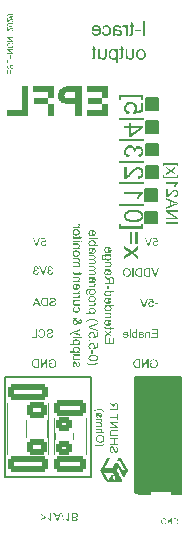
<source format=gbo>
G04 #@! TF.GenerationSoftware,KiCad,Pcbnew,9.0.6*
G04 #@! TF.CreationDate,2026-01-09T20:09:44+00:00*
G04 #@! TF.ProjectId,ExtendedRangeSupply,45787465-6e64-4656-9452-616e67655375,rev?*
G04 #@! TF.SameCoordinates,Original*
G04 #@! TF.FileFunction,Legend,Bot*
G04 #@! TF.FilePolarity,Positive*
%FSLAX46Y46*%
G04 Gerber Fmt 4.6, Leading zero omitted, Abs format (unit mm)*
G04 Created by KiCad (PCBNEW 9.0.6) date 2026-01-09 20:09:44*
%MOMM*%
%LPD*%
G01*
G04 APERTURE LIST*
G04 Aperture macros list*
%AMRoundRect*
0 Rectangle with rounded corners*
0 $1 Rounding radius*
0 $2 $3 $4 $5 $6 $7 $8 $9 X,Y pos of 4 corners*
0 Add a 4 corners polygon primitive as box body*
4,1,4,$2,$3,$4,$5,$6,$7,$8,$9,$2,$3,0*
0 Add four circle primitives for the rounded corners*
1,1,$1+$1,$2,$3*
1,1,$1+$1,$4,$5*
1,1,$1+$1,$6,$7*
1,1,$1+$1,$8,$9*
0 Add four rect primitives between the rounded corners*
20,1,$1+$1,$2,$3,$4,$5,0*
20,1,$1+$1,$4,$5,$6,$7,0*
20,1,$1+$1,$6,$7,$8,$9,0*
20,1,$1+$1,$8,$9,$2,$3,0*%
G04 Aperture macros list end*
%ADD10C,0.150000*%
%ADD11C,0.125000*%
%ADD12C,0.175000*%
%ADD13C,0.200000*%
%ADD14C,0.100000*%
%ADD15C,0.000000*%
%ADD16C,0.120000*%
%ADD17C,1.700000*%
%ADD18R,1.700000X1.700000*%
%ADD19R,1.500000X5.080000*%
%ADD20C,1.500000*%
%ADD21C,1.440000*%
%ADD22RoundRect,0.249999X1.425001X-0.450001X1.425001X0.450001X-1.425001X0.450001X-1.425001X-0.450001X0*%
%ADD23RoundRect,0.250000X0.450000X-0.350000X0.450000X0.350000X-0.450000X0.350000X-0.450000X-0.350000X0*%
%ADD24RoundRect,0.249999X1.075001X-0.450001X1.075001X0.450001X-1.075001X0.450001X-1.075001X-0.450001X0*%
%ADD25RoundRect,0.250000X0.625000X-0.400000X0.625000X0.400000X-0.625000X0.400000X-0.625000X-0.400000X0*%
G04 APERTURE END LIST*
D10*
X134025000Y-76175000D02*
X135025000Y-76175000D01*
X135025000Y-77175000D01*
X134025000Y-77175000D01*
X134025000Y-76175000D01*
G36*
X134025000Y-76175000D02*
G01*
X135025000Y-76175000D01*
X135025000Y-77175000D01*
X134025000Y-77175000D01*
X134025000Y-76175000D01*
G37*
X133125000Y-97800000D02*
X137025000Y-97800000D01*
X137025000Y-107725000D01*
X133125000Y-107725000D01*
X133125000Y-97800000D01*
G36*
X133125000Y-97800000D02*
G01*
X137025000Y-97800000D01*
X137025000Y-107725000D01*
X133125000Y-107725000D01*
X133125000Y-97800000D01*
G37*
X122140000Y-97802064D02*
X129390000Y-97802064D01*
X129390000Y-106327064D01*
X122140000Y-106327064D01*
X122140000Y-97802064D01*
X134025000Y-80000000D02*
X135025000Y-80000000D01*
X135025000Y-81000000D01*
X134025000Y-81000000D01*
X134025000Y-80000000D01*
G36*
X134025000Y-80000000D02*
G01*
X135025000Y-80000000D01*
X135025000Y-81000000D01*
X134025000Y-81000000D01*
X134025000Y-80000000D01*
G37*
X134025000Y-78075000D02*
X135025000Y-78075000D01*
X135025000Y-79075000D01*
X134025000Y-79075000D01*
X134025000Y-78075000D01*
G36*
X134025000Y-78075000D02*
G01*
X135025000Y-78075000D01*
X135025000Y-79075000D01*
X134025000Y-79075000D01*
X134025000Y-78075000D01*
G37*
X133950000Y-81900000D02*
X134950000Y-81900000D01*
X134950000Y-82900000D01*
X133950000Y-82900000D01*
X133950000Y-81900000D01*
G36*
X133950000Y-81900000D02*
G01*
X134950000Y-81900000D01*
X134950000Y-82900000D01*
X133950000Y-82900000D01*
X133950000Y-81900000D01*
G37*
X133950000Y-83825000D02*
X134950000Y-83825000D01*
X134950000Y-84825000D01*
X133950000Y-84825000D01*
X133950000Y-83825000D01*
G36*
X133950000Y-83825000D02*
G01*
X134950000Y-83825000D01*
X134950000Y-84825000D01*
X133950000Y-84825000D01*
X133950000Y-83825000D01*
G37*
X134025000Y-74250000D02*
X135025000Y-74250000D01*
X135025000Y-75250000D01*
X134025000Y-75250000D01*
X134025000Y-74250000D01*
G36*
X134025000Y-74250000D02*
G01*
X135025000Y-74250000D01*
X135025000Y-75250000D01*
X134025000Y-75250000D01*
X134025000Y-74250000D01*
G37*
D11*
G36*
X135565889Y-110005213D02*
G01*
X135565889Y-110063343D01*
X135778014Y-110063679D01*
X135778014Y-109877718D01*
X135744433Y-109853491D01*
X135710887Y-109834100D01*
X135677233Y-109819192D01*
X135642199Y-109808254D01*
X135606764Y-109801736D01*
X135570682Y-109799561D01*
X135522279Y-109803180D01*
X135477811Y-109813761D01*
X135436593Y-109831160D01*
X135408090Y-109848875D01*
X135383635Y-109869868D01*
X135362864Y-109894302D01*
X135345582Y-109922506D01*
X135328684Y-109963347D01*
X135318374Y-110007640D01*
X135314838Y-110056077D01*
X135318289Y-110104096D01*
X135328481Y-110149398D01*
X135345399Y-110192517D01*
X135362755Y-110222724D01*
X135383114Y-110248174D01*
X135406562Y-110269366D01*
X135433357Y-110286611D01*
X135472682Y-110303407D01*
X135516462Y-110313765D01*
X135565553Y-110317356D01*
X135601429Y-110315316D01*
X135634016Y-110309411D01*
X135663739Y-110299862D01*
X135691658Y-110286219D01*
X135714364Y-110269964D01*
X135732554Y-110251105D01*
X135747255Y-110229241D01*
X135759978Y-110202362D01*
X135770504Y-110169619D01*
X135710725Y-110153224D01*
X135697401Y-110188721D01*
X135682698Y-110213155D01*
X135670407Y-110226318D01*
X135654660Y-110237957D01*
X135634888Y-110248052D01*
X135602594Y-110257803D01*
X135565889Y-110261180D01*
X135535828Y-110259509D01*
X135509833Y-110254780D01*
X135487335Y-110247319D01*
X135456852Y-110230895D01*
X135433876Y-110210866D01*
X135415757Y-110187082D01*
X135402277Y-110161284D01*
X135391755Y-110129744D01*
X135385348Y-110096213D01*
X135383165Y-110060351D01*
X135385989Y-110016079D01*
X135393882Y-109979055D01*
X135406215Y-109948091D01*
X135424091Y-109920355D01*
X135446317Y-109898199D01*
X135473321Y-109881046D01*
X135503344Y-109868876D01*
X135534426Y-109861602D01*
X135566927Y-109859156D01*
X135595294Y-109860980D01*
X135623219Y-109866456D01*
X135650916Y-109875673D01*
X135688789Y-109893793D01*
X135713106Y-109910935D01*
X135713106Y-110005213D01*
X135565889Y-110005213D01*
G37*
G36*
X135875070Y-109807377D02*
G01*
X135875070Y-110309540D01*
X135943061Y-110309540D01*
X136206050Y-109915271D01*
X136206050Y-110309540D01*
X136269583Y-110309540D01*
X136269583Y-109807377D01*
X136201623Y-109807377D01*
X135938604Y-110201981D01*
X135938604Y-109807377D01*
X135875070Y-109807377D01*
G37*
G36*
X136605583Y-109809645D02*
G01*
X136641962Y-109815925D01*
X136675132Y-109826815D01*
X136701740Y-109841113D01*
X136725003Y-109860294D01*
X136747322Y-109886664D01*
X136765718Y-109918202D01*
X136781486Y-109959784D01*
X136788683Y-109989542D01*
X136793232Y-110023185D01*
X136794828Y-110061206D01*
X136792500Y-110105643D01*
X136785827Y-110145232D01*
X136775166Y-110180580D01*
X136759610Y-110213765D01*
X136739907Y-110242179D01*
X136715937Y-110266370D01*
X136694585Y-110281746D01*
X136670248Y-110293741D01*
X136642481Y-110302335D01*
X136608285Y-110307444D01*
X136553332Y-110309540D01*
X136380866Y-110309540D01*
X136380866Y-110251410D01*
X136447117Y-110251410D01*
X136552325Y-110251410D01*
X136592153Y-110249948D01*
X136619750Y-110246217D01*
X136638054Y-110241060D01*
X136660635Y-110228841D01*
X136681444Y-110210225D01*
X136700702Y-110184030D01*
X136711134Y-110162705D01*
X136719231Y-110136041D01*
X136724559Y-110102963D01*
X136726501Y-110062244D01*
X136724877Y-110024168D01*
X136720345Y-109991991D01*
X136713342Y-109964913D01*
X136702969Y-109939012D01*
X136690697Y-109917933D01*
X136676645Y-109900983D01*
X136657681Y-109886362D01*
X136631734Y-109874788D01*
X136600827Y-109868152D01*
X136554035Y-109865506D01*
X136447117Y-109865506D01*
X136447117Y-110251410D01*
X136380866Y-110251410D01*
X136380866Y-109807377D01*
X136561545Y-109807377D01*
X136605583Y-109809645D01*
G37*
D12*
G36*
X130536245Y-95070912D02*
G01*
X131339706Y-95070912D01*
X131339706Y-94491617D01*
X131246698Y-94491617D01*
X131246698Y-94964862D01*
X130998938Y-94964862D01*
X130998938Y-94521659D01*
X130905930Y-94521659D01*
X130905930Y-94964862D01*
X130629252Y-94964862D01*
X130629252Y-94473005D01*
X130536245Y-94473005D01*
X130536245Y-95070912D01*
G37*
G36*
X130536245Y-94404813D02*
G01*
X130838471Y-94192761D01*
X131117738Y-94388986D01*
X131117738Y-94266034D01*
X130981402Y-94176934D01*
X130916238Y-94136488D01*
X130980278Y-94092231D01*
X131117738Y-93994387D01*
X131117738Y-93876906D01*
X130843942Y-94077479D01*
X130536245Y-93861617D01*
X130536245Y-93982370D01*
X130716935Y-94101512D01*
X130765686Y-94133215D01*
X130536245Y-94285671D01*
X130536245Y-94404813D01*
G37*
G36*
X130626126Y-93564862D02*
G01*
X130536245Y-93550647D01*
X130529992Y-93624994D01*
X130534740Y-93674996D01*
X130546893Y-93708037D01*
X130566843Y-93733493D01*
X130591395Y-93749558D01*
X130626566Y-93757694D01*
X130707459Y-93761575D01*
X131041143Y-93761575D01*
X131041143Y-93833724D01*
X131117738Y-93833724D01*
X131117738Y-93761575D01*
X131261792Y-93761575D01*
X131320948Y-93663780D01*
X131117738Y-93663780D01*
X131117738Y-93564862D01*
X131041143Y-93564862D01*
X131041143Y-93663780D01*
X130700522Y-93663780D01*
X130661997Y-93662078D01*
X130646203Y-93658602D01*
X130635422Y-93651796D01*
X130627005Y-93641652D01*
X130621881Y-93628381D01*
X130619873Y-93608044D01*
X130626126Y-93564862D01*
G37*
G36*
X130900070Y-92971545D02*
G01*
X130959817Y-92986163D01*
X131009575Y-93009121D01*
X131051011Y-93040130D01*
X131085573Y-93079532D01*
X131110059Y-93123655D01*
X131125043Y-93173455D01*
X131130243Y-93230298D01*
X131124913Y-93289065D01*
X131109578Y-93340376D01*
X131084573Y-93385665D01*
X131049350Y-93425936D01*
X131007040Y-93457632D01*
X130956260Y-93481091D01*
X130895319Y-93496023D01*
X130822057Y-93501359D01*
X130751387Y-93496104D01*
X130692483Y-93481379D01*
X130643272Y-93458191D01*
X130602141Y-93426767D01*
X130568466Y-93387102D01*
X130544182Y-93341126D01*
X130529060Y-93287600D01*
X130523739Y-93224827D01*
X130527115Y-93174329D01*
X130536724Y-93130454D01*
X130552048Y-93092185D01*
X130572930Y-93058693D01*
X130609457Y-93020479D01*
X130655014Y-92990828D01*
X130711269Y-92969593D01*
X130723823Y-93071247D01*
X130684436Y-93089052D01*
X130655090Y-93109334D01*
X130633942Y-93131917D01*
X130618540Y-93158650D01*
X130609094Y-93189134D01*
X130605805Y-93224289D01*
X130611555Y-93270603D01*
X130628256Y-93310528D01*
X130656314Y-93345629D01*
X130682798Y-93366255D01*
X130715116Y-93382352D01*
X130754378Y-93393710D01*
X130801981Y-93399705D01*
X130801981Y-93394234D01*
X130884046Y-93394234D01*
X130931912Y-93385967D01*
X130971144Y-93368868D01*
X131003481Y-93343138D01*
X131028242Y-93310091D01*
X131043065Y-93272580D01*
X131048178Y-93229223D01*
X131044560Y-93192953D01*
X131034093Y-93161117D01*
X131016842Y-93132784D01*
X130992197Y-93107346D01*
X130966411Y-93090685D01*
X130931225Y-93077990D01*
X130884046Y-93070172D01*
X130884046Y-93394234D01*
X130801981Y-93394234D01*
X130801981Y-92966906D01*
X130828212Y-92966320D01*
X130900070Y-92971545D01*
G37*
G36*
X130536245Y-92846446D02*
G01*
X131117738Y-92846446D01*
X131117738Y-92757883D01*
X131035477Y-92757883D01*
X131069837Y-92729790D01*
X131095950Y-92697908D01*
X131114658Y-92661783D01*
X131126211Y-92620586D01*
X131130243Y-92573187D01*
X131125410Y-92522306D01*
X131111339Y-92476760D01*
X131088776Y-92437284D01*
X131061855Y-92410912D01*
X131028956Y-92392566D01*
X130989120Y-92380284D01*
X130956649Y-92376497D01*
X130893425Y-92374813D01*
X130536245Y-92374813D01*
X130536245Y-92473194D01*
X130890201Y-92473194D01*
X130946584Y-92476563D01*
X130980327Y-92484673D01*
X131006991Y-92500389D01*
X131028003Y-92525364D01*
X131041221Y-92556551D01*
X131045833Y-92593947D01*
X131041291Y-92634354D01*
X131028030Y-92670149D01*
X131005826Y-92702440D01*
X130984522Y-92720451D01*
X130954082Y-92734677D01*
X130911749Y-92744385D01*
X130854053Y-92748065D01*
X130536245Y-92748065D01*
X130536245Y-92846446D01*
G37*
G36*
X131339706Y-91854331D02*
G01*
X131049936Y-91854331D01*
X131082118Y-91883613D01*
X131107968Y-91921010D01*
X131124511Y-91964183D01*
X131130243Y-92014457D01*
X131125979Y-92061042D01*
X131113437Y-92103930D01*
X131092532Y-92143954D01*
X131064155Y-92178924D01*
X131028357Y-92207804D01*
X130984039Y-92230856D01*
X130936089Y-92246695D01*
X130883782Y-92256459D01*
X130826454Y-92259823D01*
X130767780Y-92256066D01*
X130715545Y-92245263D01*
X130668820Y-92227876D01*
X130625823Y-92203186D01*
X130590503Y-92173215D01*
X130561988Y-92137702D01*
X130540676Y-92097489D01*
X130528010Y-92055201D01*
X130523739Y-92010061D01*
X130524755Y-92000779D01*
X130605805Y-92000779D01*
X130611736Y-92040963D01*
X130629537Y-92077499D01*
X130660760Y-92111714D01*
X130689125Y-92130910D01*
X130725052Y-92145586D01*
X130770227Y-92155198D01*
X130826698Y-92158707D01*
X130885658Y-92155326D01*
X130931790Y-92146173D01*
X130967509Y-92132417D01*
X130994835Y-92114743D01*
X131024861Y-92082436D01*
X131042273Y-92046390D01*
X131048178Y-92005127D01*
X131044717Y-91972888D01*
X131034555Y-91943761D01*
X131017498Y-91916973D01*
X130992686Y-91892042D01*
X130964214Y-91873550D01*
X130927135Y-91859185D01*
X130879396Y-91849644D01*
X130818540Y-91846125D01*
X130763660Y-91849510D01*
X130719969Y-91858760D01*
X130685419Y-91872843D01*
X130658317Y-91891212D01*
X130628694Y-91924091D01*
X130611577Y-91960154D01*
X130605805Y-92000779D01*
X130524755Y-92000779D01*
X130529381Y-91958515D01*
X130545460Y-91915373D01*
X130571761Y-91878795D01*
X130609469Y-91847737D01*
X130536245Y-91847737D01*
X130536245Y-91756488D01*
X131339706Y-91756488D01*
X131339706Y-91854331D01*
G37*
G36*
X130900070Y-91105139D02*
G01*
X130959817Y-91119757D01*
X131009575Y-91142715D01*
X131051011Y-91173724D01*
X131085573Y-91213126D01*
X131110059Y-91257249D01*
X131125043Y-91307049D01*
X131130243Y-91363892D01*
X131124913Y-91422659D01*
X131109578Y-91473970D01*
X131084573Y-91519259D01*
X131049350Y-91559530D01*
X131007040Y-91591226D01*
X130956260Y-91614685D01*
X130895319Y-91629617D01*
X130822057Y-91634952D01*
X130751387Y-91629698D01*
X130692483Y-91614973D01*
X130643272Y-91591785D01*
X130602141Y-91560361D01*
X130568466Y-91520696D01*
X130544182Y-91474719D01*
X130529060Y-91421194D01*
X130523739Y-91358421D01*
X130527115Y-91307923D01*
X130536724Y-91264047D01*
X130552048Y-91225779D01*
X130572930Y-91192287D01*
X130609457Y-91154072D01*
X130655014Y-91124422D01*
X130711269Y-91103187D01*
X130723823Y-91204841D01*
X130684436Y-91222646D01*
X130655090Y-91242928D01*
X130633942Y-91265511D01*
X130618540Y-91292244D01*
X130609094Y-91322728D01*
X130605805Y-91357883D01*
X130611555Y-91404196D01*
X130628256Y-91444122D01*
X130656314Y-91479223D01*
X130682798Y-91499849D01*
X130715116Y-91515946D01*
X130754378Y-91527304D01*
X130801981Y-91533298D01*
X130801981Y-91527827D01*
X130884046Y-91527827D01*
X130931912Y-91519561D01*
X130971144Y-91502462D01*
X131003481Y-91476732D01*
X131028242Y-91443685D01*
X131043065Y-91406174D01*
X131048178Y-91362817D01*
X131044560Y-91326547D01*
X131034093Y-91294711D01*
X131016842Y-91266378D01*
X130992197Y-91240940D01*
X130966411Y-91224279D01*
X130931225Y-91211584D01*
X130884046Y-91203766D01*
X130884046Y-91527827D01*
X130801981Y-91527827D01*
X130801981Y-91100500D01*
X130828212Y-91099914D01*
X130900070Y-91105139D01*
G37*
G36*
X131339706Y-90610061D02*
G01*
X131049936Y-90610061D01*
X131082118Y-90639342D01*
X131107968Y-90676739D01*
X131124511Y-90719912D01*
X131130243Y-90770186D01*
X131125979Y-90816771D01*
X131113437Y-90859659D01*
X131092532Y-90899684D01*
X131064155Y-90934653D01*
X131028357Y-90963533D01*
X130984039Y-90986585D01*
X130936089Y-91002424D01*
X130883782Y-91012188D01*
X130826454Y-91015553D01*
X130767780Y-91011795D01*
X130715545Y-91000992D01*
X130668820Y-90983606D01*
X130625823Y-90958915D01*
X130590503Y-90928945D01*
X130561988Y-90893431D01*
X130540676Y-90853219D01*
X130528010Y-90810931D01*
X130523739Y-90765790D01*
X130524755Y-90756509D01*
X130605805Y-90756509D01*
X130611736Y-90796692D01*
X130629537Y-90833228D01*
X130660760Y-90867444D01*
X130689125Y-90886640D01*
X130725052Y-90901315D01*
X130770227Y-90910927D01*
X130826698Y-90914436D01*
X130885658Y-90911055D01*
X130931790Y-90901902D01*
X130967509Y-90888146D01*
X130994835Y-90870472D01*
X131024861Y-90838165D01*
X131042273Y-90802119D01*
X131048178Y-90760856D01*
X131044717Y-90728618D01*
X131034555Y-90699490D01*
X131017498Y-90672702D01*
X130992686Y-90647772D01*
X130964214Y-90629279D01*
X130927135Y-90614914D01*
X130879396Y-90605373D01*
X130818540Y-90601854D01*
X130763660Y-90605239D01*
X130719969Y-90614489D01*
X130685419Y-90628572D01*
X130658317Y-90646941D01*
X130628694Y-90679820D01*
X130611577Y-90715884D01*
X130605805Y-90756509D01*
X130524755Y-90756509D01*
X130529381Y-90714244D01*
X130545460Y-90671103D01*
X130571761Y-90634524D01*
X130609469Y-90603466D01*
X130536245Y-90603466D01*
X130536245Y-90512217D01*
X131339706Y-90512217D01*
X131339706Y-90610061D01*
G37*
G36*
X130776970Y-90396153D02*
G01*
X130877012Y-90396153D01*
X130877012Y-90093927D01*
X130776970Y-90093927D01*
X130776970Y-90396153D01*
G37*
G36*
X130756893Y-89404136D02*
G01*
X130817561Y-89448025D01*
X130864751Y-89492161D01*
X130883553Y-89517128D01*
X130905100Y-89556055D01*
X130916718Y-89498159D01*
X130933311Y-89451662D01*
X130954184Y-89414649D01*
X130979057Y-89385573D01*
X131009779Y-89361459D01*
X131043426Y-89344373D01*
X131080603Y-89333962D01*
X131122134Y-89330375D01*
X131165054Y-89334140D01*
X131204878Y-89345238D01*
X131242302Y-89363738D01*
X131275354Y-89388847D01*
X131300379Y-89418352D01*
X131318212Y-89452789D01*
X131329158Y-89490779D01*
X131336794Y-89543750D01*
X131339706Y-89615650D01*
X131339706Y-89970877D01*
X130536245Y-89970877D01*
X130536245Y-89864827D01*
X130896552Y-89864827D01*
X130896552Y-89741875D01*
X130892693Y-89682866D01*
X130884393Y-89658831D01*
X130872435Y-89636948D01*
X130986433Y-89636948D01*
X130986433Y-89864827D01*
X131249824Y-89864827D01*
X131249824Y-89611254D01*
X131245013Y-89552820D01*
X131232323Y-89510744D01*
X131213432Y-89480975D01*
X131186875Y-89458001D01*
X131156359Y-89444388D01*
X131120571Y-89439698D01*
X131083518Y-89445001D01*
X131049154Y-89460996D01*
X131029485Y-89477118D01*
X131013596Y-89497640D01*
X131001332Y-89523278D01*
X130990679Y-89568373D01*
X130986433Y-89636948D01*
X130872435Y-89636948D01*
X130871101Y-89634506D01*
X130851723Y-89611091D01*
X130816831Y-89580675D01*
X130705065Y-89504178D01*
X130536245Y-89398128D01*
X130536245Y-89264820D01*
X130756893Y-89404136D01*
G37*
G36*
X130570498Y-88691353D02*
G01*
X130605951Y-88700668D01*
X130654642Y-88704831D01*
X130779657Y-88706920D01*
X130910913Y-88706920D01*
X130971517Y-88708453D01*
X131001723Y-88711854D01*
X131039466Y-88724241D01*
X131068694Y-88742482D01*
X131091896Y-88768845D01*
X131112706Y-88810772D01*
X131125379Y-88860987D01*
X131130243Y-88931526D01*
X131124768Y-89003686D01*
X131109482Y-89063271D01*
X131093011Y-89099423D01*
X131073283Y-89128006D01*
X131050376Y-89150172D01*
X131023460Y-89167597D01*
X130990220Y-89182089D01*
X130949503Y-89193305D01*
X130936412Y-89097123D01*
X130976635Y-89083440D01*
X131004756Y-89066991D01*
X131023558Y-89048225D01*
X131036247Y-89024770D01*
X131044888Y-88991629D01*
X131048178Y-88945741D01*
X131043927Y-88897235D01*
X131032482Y-88860833D01*
X131015009Y-88833731D01*
X130996644Y-88819231D01*
X130969606Y-88809541D01*
X130930697Y-88805839D01*
X130905149Y-88806425D01*
X130888458Y-88870811D01*
X130871492Y-88981840D01*
X130856740Y-89069279D01*
X130843057Y-89106941D01*
X130824451Y-89140061D01*
X130799864Y-89168283D01*
X130767884Y-89190863D01*
X130731049Y-89205338D01*
X130689971Y-89210256D01*
X130654567Y-89206918D01*
X130623371Y-89197265D01*
X130595537Y-89181414D01*
X130570487Y-89158916D01*
X130550984Y-89132123D01*
X130536428Y-89099528D01*
X130527093Y-89059944D01*
X130523739Y-89011882D01*
X130525762Y-88988386D01*
X130600334Y-88988386D01*
X130603680Y-89025800D01*
X130612739Y-89054178D01*
X130626663Y-89075580D01*
X130645837Y-89092211D01*
X130667478Y-89101987D01*
X130692462Y-89105329D01*
X130717116Y-89101901D01*
X130739308Y-89091700D01*
X130757696Y-89075364D01*
X130771353Y-89052866D01*
X130780786Y-89023099D01*
X130791136Y-88967088D01*
X130809699Y-88866991D01*
X130828554Y-88806425D01*
X130792358Y-88806425D01*
X130731324Y-88811002D01*
X130693586Y-88822252D01*
X130666887Y-88838590D01*
X130644241Y-88860067D01*
X130625295Y-88887269D01*
X130611608Y-88917652D01*
X130603225Y-88951143D01*
X130600334Y-88988386D01*
X130525762Y-88988386D01*
X130528607Y-88955335D01*
X130542888Y-88903389D01*
X130567667Y-88853748D01*
X130608492Y-88798218D01*
X130568883Y-88790862D01*
X130536245Y-88778532D01*
X130536245Y-88675804D01*
X130570498Y-88691353D01*
G37*
G36*
X130536245Y-88554806D02*
G01*
X131117738Y-88554806D01*
X131117738Y-88466243D01*
X131035477Y-88466243D01*
X131069837Y-88438150D01*
X131095950Y-88406269D01*
X131114658Y-88370143D01*
X131126211Y-88328946D01*
X131130243Y-88281547D01*
X131125410Y-88230666D01*
X131111339Y-88185120D01*
X131088776Y-88145644D01*
X131061855Y-88119272D01*
X131028956Y-88100926D01*
X130989120Y-88088644D01*
X130956649Y-88084858D01*
X130893425Y-88083173D01*
X130536245Y-88083173D01*
X130536245Y-88181554D01*
X130890201Y-88181554D01*
X130946584Y-88184923D01*
X130980327Y-88193033D01*
X131006991Y-88208749D01*
X131028003Y-88233724D01*
X131041221Y-88264911D01*
X131045833Y-88302308D01*
X131041291Y-88342714D01*
X131028030Y-88378509D01*
X131005826Y-88410800D01*
X130984522Y-88428812D01*
X130954082Y-88443037D01*
X130911749Y-88452745D01*
X130854053Y-88456425D01*
X130536245Y-88456425D01*
X130536245Y-88554806D01*
G37*
G36*
X131117738Y-87549551D02*
G01*
X131046517Y-87549551D01*
X131083802Y-87585937D01*
X131109538Y-87625702D01*
X131124960Y-87669622D01*
X131130243Y-87718958D01*
X131125796Y-87769171D01*
X131112951Y-87813529D01*
X131091946Y-87853145D01*
X131063336Y-87887743D01*
X131027484Y-87916737D01*
X130983355Y-87940340D01*
X130935704Y-87956865D01*
X130884767Y-87966941D01*
X130829971Y-87970382D01*
X130770162Y-87966060D01*
X130716274Y-87953541D01*
X130667359Y-87933164D01*
X130622658Y-87904827D01*
X130585040Y-87868875D01*
X130558417Y-87826914D01*
X130542008Y-87777755D01*
X130536245Y-87719544D01*
X130537217Y-87710214D01*
X130618310Y-87710214D01*
X130624181Y-87753404D01*
X130641367Y-87790799D01*
X130670676Y-87823934D01*
X130697667Y-87842200D01*
X130732979Y-87856372D01*
X130778629Y-87865788D01*
X130837054Y-87869265D01*
X130890171Y-87865874D01*
X130933031Y-87856543D01*
X130967467Y-87842213D01*
X130994981Y-87823347D01*
X131024984Y-87789886D01*
X131042328Y-87753193D01*
X131048178Y-87711875D01*
X131042246Y-87669822D01*
X131024635Y-87632316D01*
X130994151Y-87597960D01*
X130966186Y-87578511D01*
X130931209Y-87563759D01*
X130887696Y-87554161D01*
X130833781Y-87550675D01*
X130776939Y-87554162D01*
X130732215Y-87563643D01*
X130697325Y-87577987D01*
X130670383Y-87596592D01*
X130641201Y-87629991D01*
X130624126Y-87667372D01*
X130618310Y-87710214D01*
X130537217Y-87710214D01*
X130541069Y-87673246D01*
X130555180Y-87631698D01*
X130578733Y-87593796D01*
X130612790Y-87558832D01*
X130525194Y-87560877D01*
X130487152Y-87565964D01*
X130456376Y-87577656D01*
X130431300Y-87594354D01*
X130411046Y-87616229D01*
X130396727Y-87642427D01*
X130387316Y-87676832D01*
X130383837Y-87721693D01*
X130387240Y-87763191D01*
X130396579Y-87795938D01*
X130411046Y-87821735D01*
X130426355Y-87837014D01*
X130447239Y-87848204D01*
X130475233Y-87855050D01*
X130489350Y-87950696D01*
X130443235Y-87947295D01*
X130405468Y-87935631D01*
X130374282Y-87916325D01*
X130348519Y-87888951D01*
X130328874Y-87856168D01*
X130314289Y-87817947D01*
X130305045Y-87773328D01*
X130301771Y-87721156D01*
X130305751Y-87663615D01*
X130316945Y-87615018D01*
X130334598Y-87573878D01*
X130359552Y-87537014D01*
X130389198Y-87508166D01*
X130423942Y-87486439D01*
X130463244Y-87472788D01*
X130524670Y-87462801D01*
X130616014Y-87458839D01*
X131117738Y-87458839D01*
X131117738Y-87549551D01*
G37*
G36*
X130900070Y-86813499D02*
G01*
X130959817Y-86828117D01*
X131009575Y-86851075D01*
X131051011Y-86882084D01*
X131085573Y-86921486D01*
X131110059Y-86965609D01*
X131125043Y-87015409D01*
X131130243Y-87072252D01*
X131124913Y-87131019D01*
X131109578Y-87182330D01*
X131084573Y-87227619D01*
X131049350Y-87267890D01*
X131007040Y-87299586D01*
X130956260Y-87323045D01*
X130895319Y-87337977D01*
X130822057Y-87343312D01*
X130751387Y-87338058D01*
X130692483Y-87323333D01*
X130643272Y-87300145D01*
X130602141Y-87268721D01*
X130568466Y-87229056D01*
X130544182Y-87183079D01*
X130529060Y-87129554D01*
X130523739Y-87066781D01*
X130527115Y-87016283D01*
X130536724Y-86972407D01*
X130552048Y-86934139D01*
X130572930Y-86900647D01*
X130609457Y-86862432D01*
X130655014Y-86832782D01*
X130711269Y-86811547D01*
X130723823Y-86913201D01*
X130684436Y-86931006D01*
X130655090Y-86951288D01*
X130633942Y-86973871D01*
X130618540Y-87000604D01*
X130609094Y-87031088D01*
X130605805Y-87066243D01*
X130611555Y-87112556D01*
X130628256Y-87152482D01*
X130656314Y-87187583D01*
X130682798Y-87208209D01*
X130715116Y-87224306D01*
X130754378Y-87235664D01*
X130801981Y-87241659D01*
X130801981Y-87236188D01*
X130884046Y-87236188D01*
X130931912Y-87227921D01*
X130971144Y-87210822D01*
X131003481Y-87185092D01*
X131028242Y-87152045D01*
X131043065Y-87114534D01*
X131048178Y-87071177D01*
X131044560Y-87034907D01*
X131034093Y-87003071D01*
X131016842Y-86974738D01*
X130992197Y-86949300D01*
X130966411Y-86932639D01*
X130931225Y-86919944D01*
X130884046Y-86912126D01*
X130884046Y-87236188D01*
X130801981Y-87236188D01*
X130801981Y-86808860D01*
X130828212Y-86808274D01*
X130900070Y-86813499D01*
G37*
G36*
X128957771Y-96638218D02*
G01*
X129028604Y-96688730D01*
X129108465Y-96734695D01*
X129198204Y-96775971D01*
X129267958Y-96800670D01*
X129338555Y-96818204D01*
X129410302Y-96828722D01*
X129483529Y-96832245D01*
X129569515Y-96827513D01*
X129652408Y-96813462D01*
X129732754Y-96790137D01*
X129822522Y-96752509D01*
X129914187Y-96702266D01*
X130008211Y-96638218D01*
X130008211Y-96567730D01*
X129902120Y-96627303D01*
X129845887Y-96655168D01*
X129769023Y-96684877D01*
X129688497Y-96707632D01*
X129585843Y-96725275D01*
X129482991Y-96731128D01*
X129397690Y-96726826D01*
X129312019Y-96713839D01*
X129225570Y-96691921D01*
X129137953Y-96660664D01*
X129048800Y-96619504D01*
X128957771Y-96567730D01*
X128957771Y-96638218D01*
G37*
G36*
X129702147Y-95963407D02*
G01*
X129778574Y-95976320D01*
X129845238Y-95998466D01*
X129897862Y-96026048D01*
X129928287Y-96049354D01*
X129953119Y-96076050D01*
X129972845Y-96106404D01*
X129987005Y-96139714D01*
X129995779Y-96177148D01*
X129998832Y-96219488D01*
X129993264Y-96276107D01*
X129977421Y-96323881D01*
X129951742Y-96364617D01*
X129917253Y-96398862D01*
X129873241Y-96427876D01*
X129817995Y-96451519D01*
X129759378Y-96466729D01*
X129684171Y-96476950D01*
X129588993Y-96480730D01*
X129493189Y-96476675D01*
X129415298Y-96465552D01*
X129352545Y-96448706D01*
X129302462Y-96427148D01*
X129262928Y-96401498D01*
X129226661Y-96365480D01*
X129201016Y-96323965D01*
X129185255Y-96275860D01*
X129179739Y-96219488D01*
X129261805Y-96219488D01*
X129265735Y-96251473D01*
X129277395Y-96280617D01*
X129297332Y-96307788D01*
X129327018Y-96333452D01*
X129359601Y-96350559D01*
X129409909Y-96365133D01*
X129484077Y-96375560D01*
X129589286Y-96379614D01*
X129693527Y-96375307D01*
X129769365Y-96364070D01*
X129822923Y-96348056D01*
X129859467Y-96328811D01*
X129884998Y-96306369D01*
X129902574Y-96281287D01*
X129913129Y-96253020D01*
X129916766Y-96220612D01*
X129912823Y-96188050D01*
X129901156Y-96158546D01*
X129881282Y-96131213D01*
X129851798Y-96105573D01*
X129819347Y-96088466D01*
X129769091Y-96073877D01*
X129694826Y-96063428D01*
X129589286Y-96059362D01*
X129484444Y-96063412D01*
X129410390Y-96073837D01*
X129360033Y-96088426D01*
X129327311Y-96105573D01*
X129297471Y-96131256D01*
X129277448Y-96158425D01*
X129265747Y-96187546D01*
X129261805Y-96219488D01*
X129179739Y-96219488D01*
X129185346Y-96162525D01*
X129201277Y-96114602D01*
X129227074Y-96073870D01*
X129261746Y-96039637D01*
X129305862Y-96010721D01*
X129361114Y-95987262D01*
X129419741Y-95972161D01*
X129494615Y-95962033D01*
X129588993Y-95958295D01*
X129702147Y-95963407D01*
G37*
G36*
X129432970Y-95869537D02*
G01*
X129533012Y-95869537D01*
X129533012Y-95567311D01*
X129432970Y-95567311D01*
X129432970Y-95869537D01*
G37*
G36*
X129404833Y-95485783D02*
G01*
X129413577Y-95382517D01*
X129364964Y-95370667D01*
X129327828Y-95352713D01*
X129299858Y-95329223D01*
X129278755Y-95299507D01*
X129266138Y-95266266D01*
X129261805Y-95228399D01*
X129265205Y-95194030D01*
X129275154Y-95162998D01*
X129291717Y-95134550D01*
X129315538Y-95108183D01*
X129343679Y-95087208D01*
X129376220Y-95071928D01*
X129413994Y-95062362D01*
X129458078Y-95058993D01*
X129499998Y-95062260D01*
X129535460Y-95071491D01*
X129565601Y-95086172D01*
X129591288Y-95106278D01*
X129618084Y-95140470D01*
X129634374Y-95181084D01*
X129640088Y-95230011D01*
X129634490Y-95275658D01*
X129618106Y-95315838D01*
X129592669Y-95350227D01*
X129561149Y-95375922D01*
X129573166Y-95468295D01*
X129986327Y-95390674D01*
X129986327Y-94992314D01*
X129893319Y-94992314D01*
X129893319Y-95311979D01*
X129675357Y-95355161D01*
X129704468Y-95305167D01*
X129721295Y-95255034D01*
X129726843Y-95203780D01*
X129722152Y-95152684D01*
X129708492Y-95106802D01*
X129685942Y-95065075D01*
X129653863Y-95026753D01*
X129615260Y-94995508D01*
X129571802Y-94973163D01*
X129522542Y-94959396D01*
X129466187Y-94954603D01*
X129412389Y-94958730D01*
X129363537Y-94970742D01*
X129318776Y-94990422D01*
X129277436Y-95018009D01*
X129242199Y-95051150D01*
X129215232Y-95088104D01*
X129195850Y-95129379D01*
X129183895Y-95175789D01*
X129179739Y-95228399D01*
X129183907Y-95282511D01*
X129195812Y-95329536D01*
X129214956Y-95370672D01*
X129241386Y-95406843D01*
X129274352Y-95437419D01*
X129312033Y-95460634D01*
X129355174Y-95476823D01*
X129404833Y-95485783D01*
G37*
G36*
X129192245Y-94808448D02*
G01*
X129304792Y-94808448D01*
X129304792Y-94696439D01*
X129192245Y-94696439D01*
X129192245Y-94808448D01*
G37*
G36*
X129404833Y-94552579D02*
G01*
X129413577Y-94449314D01*
X129364964Y-94437464D01*
X129327828Y-94419510D01*
X129299858Y-94396020D01*
X129278755Y-94366304D01*
X129266138Y-94333062D01*
X129261805Y-94295196D01*
X129265205Y-94260827D01*
X129275154Y-94229795D01*
X129291717Y-94201347D01*
X129315538Y-94174980D01*
X129343679Y-94154005D01*
X129376220Y-94138725D01*
X129413994Y-94129159D01*
X129458078Y-94125790D01*
X129499998Y-94129057D01*
X129535460Y-94138288D01*
X129565601Y-94152969D01*
X129591288Y-94173075D01*
X129618084Y-94207267D01*
X129634374Y-94247881D01*
X129640088Y-94296808D01*
X129634490Y-94342455D01*
X129618106Y-94382635D01*
X129592669Y-94417024D01*
X129561149Y-94442719D01*
X129573166Y-94535092D01*
X129986327Y-94457471D01*
X129986327Y-94059111D01*
X129893319Y-94059111D01*
X129893319Y-94378776D01*
X129675357Y-94421958D01*
X129704468Y-94371963D01*
X129721295Y-94321831D01*
X129726843Y-94270577D01*
X129722152Y-94219480D01*
X129708492Y-94173599D01*
X129685942Y-94131872D01*
X129653863Y-94093549D01*
X129615260Y-94062305D01*
X129571802Y-94039960D01*
X129522542Y-94026193D01*
X129466187Y-94021400D01*
X129412389Y-94025527D01*
X129363537Y-94037539D01*
X129318776Y-94057219D01*
X129277436Y-94084806D01*
X129242199Y-94117947D01*
X129215232Y-94154900D01*
X129195850Y-94196175D01*
X129183895Y-94242586D01*
X129179739Y-94295196D01*
X129183907Y-94349308D01*
X129195812Y-94396333D01*
X129214956Y-94437469D01*
X129241386Y-94473640D01*
X129274352Y-94504216D01*
X129312033Y-94527431D01*
X129355174Y-94543620D01*
X129404833Y-94552579D01*
G37*
G36*
X129192245Y-93661582D02*
G01*
X129995706Y-93971965D01*
X129995706Y-93857220D01*
X129411819Y-93648979D01*
X129280221Y-93606920D01*
X129411819Y-93563738D01*
X129995706Y-93347339D01*
X129995706Y-93239139D01*
X129192245Y-93552796D01*
X129192245Y-93661582D01*
G37*
G36*
X128957771Y-93092252D02*
G01*
X128957771Y-93162740D01*
X129048800Y-93110966D01*
X129137953Y-93069805D01*
X129225570Y-93038548D01*
X129312019Y-93016630D01*
X129397690Y-93003643D01*
X129482991Y-92999342D01*
X129585189Y-93005201D01*
X129686836Y-93022838D01*
X129767345Y-93045159D01*
X129844226Y-93074764D01*
X129901050Y-93102733D01*
X130008211Y-93162740D01*
X130008211Y-93092252D01*
X129914184Y-93028174D01*
X129822519Y-92977915D01*
X129732754Y-92940284D01*
X129652410Y-92916986D01*
X129569517Y-92902952D01*
X129483529Y-92898225D01*
X129410310Y-92901765D01*
X129338568Y-92912336D01*
X129267969Y-92929961D01*
X129198204Y-92954792D01*
X129108419Y-92996167D01*
X129028559Y-93042036D01*
X128957771Y-93092252D01*
G37*
G36*
X129542141Y-91972309D02*
G01*
X129592866Y-91982038D01*
X129640088Y-91997946D01*
X129683790Y-92020845D01*
X129719423Y-92049373D01*
X129747995Y-92083773D01*
X129769068Y-92123159D01*
X129781850Y-92166529D01*
X129786243Y-92214882D01*
X129783597Y-92252259D01*
X129776107Y-92284219D01*
X129764212Y-92311651D01*
X129737406Y-92348688D01*
X129698169Y-92383215D01*
X129773738Y-92383215D01*
X129773738Y-92472852D01*
X128970277Y-92472852D01*
X128970277Y-92374471D01*
X129254038Y-92374471D01*
X129224931Y-92346165D01*
X129200793Y-92310235D01*
X129185136Y-92269194D01*
X129180488Y-92228560D01*
X129261805Y-92228560D01*
X129267654Y-92269133D01*
X129285043Y-92305294D01*
X129315245Y-92338420D01*
X129342789Y-92356799D01*
X129378236Y-92370967D01*
X129423418Y-92380318D01*
X129480549Y-92383752D01*
X129537233Y-92380202D01*
X129583366Y-92370400D01*
X129620778Y-92355302D01*
X129650981Y-92335392D01*
X129677739Y-92309003D01*
X129695712Y-92281999D01*
X129706163Y-92253949D01*
X129709649Y-92224164D01*
X129703696Y-92184432D01*
X129685856Y-92148555D01*
X129654547Y-92115182D01*
X129626200Y-92096559D01*
X129590290Y-92082287D01*
X129545133Y-92072927D01*
X129488706Y-92069509D01*
X129429320Y-92073056D01*
X129382408Y-92082711D01*
X129345658Y-92097324D01*
X129317150Y-92116257D01*
X129292288Y-92141597D01*
X129275284Y-92168414D01*
X129265214Y-92197162D01*
X129261805Y-92228560D01*
X129180488Y-92228560D01*
X129179739Y-92222014D01*
X129183889Y-92178252D01*
X129196379Y-92135768D01*
X129217695Y-92093884D01*
X129246377Y-92056832D01*
X129282467Y-92025972D01*
X129326969Y-92000974D01*
X129375464Y-91983483D01*
X129428661Y-91972700D01*
X129487339Y-91968979D01*
X129542141Y-91972309D01*
G37*
G36*
X129192245Y-91851791D02*
G01*
X129773738Y-91851791D01*
X129773738Y-91763277D01*
X129685957Y-91763277D01*
X129740445Y-91727777D01*
X129766704Y-91700702D01*
X129781371Y-91670523D01*
X129786243Y-91637590D01*
X129782944Y-91605211D01*
X129772724Y-91571709D01*
X129754736Y-91536473D01*
X129664073Y-91570325D01*
X129680283Y-91607095D01*
X129685420Y-91642475D01*
X129680558Y-91673081D01*
X129665978Y-91700409D01*
X129643160Y-91722145D01*
X129612000Y-91737046D01*
X129557819Y-91749190D01*
X129496913Y-91753410D01*
X129192245Y-91753410D01*
X129192245Y-91851791D01*
G37*
G36*
X129559982Y-90976046D02*
G01*
X129617803Y-90990936D01*
X129666595Y-91014529D01*
X129707841Y-91046718D01*
X129741917Y-91087098D01*
X129766172Y-91132442D01*
X129781066Y-91183735D01*
X129786243Y-91242356D01*
X129782015Y-91295340D01*
X129769768Y-91342811D01*
X129749768Y-91385736D01*
X129721763Y-91424854D01*
X129689248Y-91455696D01*
X129650321Y-91480244D01*
X129603948Y-91498590D01*
X129548734Y-91510309D01*
X129482991Y-91514492D01*
X129409336Y-91509124D01*
X129348736Y-91494176D01*
X129298852Y-91470809D01*
X129257848Y-91439362D01*
X129224042Y-91399417D01*
X129199867Y-91354047D01*
X129184948Y-91302186D01*
X129179739Y-91242356D01*
X129261805Y-91242356D01*
X129265337Y-91278068D01*
X129275613Y-91309860D01*
X129292629Y-91338575D01*
X129317004Y-91364771D01*
X129345624Y-91384717D01*
X129381712Y-91399900D01*
X129426923Y-91409812D01*
X129483284Y-91413424D01*
X129539630Y-91409808D01*
X129584767Y-91399890D01*
X129620742Y-91384708D01*
X129649223Y-91364771D01*
X129673479Y-91338590D01*
X129690421Y-91309880D01*
X129700658Y-91278082D01*
X129704178Y-91242356D01*
X129700666Y-91207219D01*
X129690419Y-91175735D01*
X129673395Y-91147098D01*
X129648930Y-91120772D01*
X129620277Y-91100562D01*
X129584700Y-91085300D01*
X129540718Y-91075409D01*
X129486508Y-91071826D01*
X129428649Y-91075467D01*
X129382535Y-91085426D01*
X129346008Y-91100616D01*
X129317297Y-91120479D01*
X129292749Y-91146697D01*
X129275649Y-91175337D01*
X129265342Y-91206947D01*
X129261805Y-91242356D01*
X129179739Y-91242356D01*
X129183749Y-91192640D01*
X129195577Y-91146154D01*
X129215252Y-91102210D01*
X129242271Y-91062600D01*
X129275312Y-91030202D01*
X129314952Y-91004366D01*
X129359150Y-90986823D01*
X129416812Y-90975105D01*
X129491198Y-90970758D01*
X129559982Y-90976046D01*
G37*
G36*
X129773738Y-90472649D02*
G01*
X129702517Y-90472649D01*
X129739802Y-90509035D01*
X129765538Y-90548801D01*
X129780960Y-90592720D01*
X129786243Y-90642056D01*
X129781796Y-90692269D01*
X129768951Y-90736627D01*
X129747946Y-90776243D01*
X129719336Y-90810842D01*
X129683484Y-90839835D01*
X129639355Y-90863438D01*
X129591704Y-90879963D01*
X129540767Y-90890039D01*
X129485971Y-90893480D01*
X129426162Y-90889158D01*
X129372274Y-90876639D01*
X129323359Y-90856262D01*
X129278658Y-90827925D01*
X129241040Y-90791973D01*
X129214417Y-90750012D01*
X129198008Y-90700853D01*
X129192245Y-90642642D01*
X129193217Y-90633312D01*
X129274310Y-90633312D01*
X129280181Y-90676503D01*
X129297367Y-90713897D01*
X129326676Y-90747032D01*
X129353667Y-90765298D01*
X129388979Y-90779470D01*
X129434629Y-90788886D01*
X129493054Y-90792363D01*
X129546171Y-90788972D01*
X129589031Y-90779641D01*
X129623467Y-90765311D01*
X129650981Y-90746446D01*
X129680984Y-90712984D01*
X129698328Y-90676291D01*
X129704178Y-90634973D01*
X129698246Y-90592920D01*
X129680635Y-90555414D01*
X129650151Y-90521058D01*
X129622186Y-90501609D01*
X129587209Y-90486857D01*
X129543696Y-90477259D01*
X129489781Y-90473773D01*
X129432939Y-90477260D01*
X129388215Y-90486741D01*
X129353325Y-90501085D01*
X129326383Y-90519690D01*
X129297201Y-90553089D01*
X129280126Y-90590470D01*
X129274310Y-90633312D01*
X129193217Y-90633312D01*
X129197069Y-90596344D01*
X129211180Y-90554797D01*
X129234733Y-90516894D01*
X129268790Y-90481931D01*
X129181194Y-90483975D01*
X129143152Y-90489062D01*
X129112376Y-90500754D01*
X129087300Y-90517452D01*
X129067046Y-90539328D01*
X129052727Y-90565525D01*
X129043316Y-90599931D01*
X129039837Y-90644792D01*
X129043240Y-90686290D01*
X129052579Y-90719036D01*
X129067046Y-90744834D01*
X129082355Y-90760112D01*
X129103239Y-90771302D01*
X129131233Y-90778148D01*
X129145350Y-90873794D01*
X129099235Y-90870393D01*
X129061468Y-90858729D01*
X129030282Y-90839423D01*
X129004519Y-90812049D01*
X128984874Y-90779266D01*
X128970289Y-90741046D01*
X128961045Y-90696426D01*
X128957771Y-90644254D01*
X128961751Y-90586713D01*
X128972945Y-90538116D01*
X128990598Y-90496976D01*
X129015552Y-90460112D01*
X129045198Y-90431264D01*
X129079942Y-90409537D01*
X129119244Y-90395886D01*
X129180670Y-90385899D01*
X129272014Y-90381937D01*
X129773738Y-90381937D01*
X129773738Y-90472649D01*
G37*
G36*
X129192245Y-90234708D02*
G01*
X129773738Y-90234708D01*
X129773738Y-90146194D01*
X129685957Y-90146194D01*
X129740445Y-90110694D01*
X129766704Y-90083619D01*
X129781371Y-90053440D01*
X129786243Y-90020507D01*
X129782944Y-89988128D01*
X129772724Y-89954626D01*
X129754736Y-89919390D01*
X129664073Y-89953242D01*
X129680283Y-89990012D01*
X129685420Y-90025392D01*
X129680558Y-90055998D01*
X129665978Y-90083326D01*
X129643160Y-90105062D01*
X129612000Y-90119963D01*
X129557819Y-90132107D01*
X129496913Y-90136327D01*
X129192245Y-90136327D01*
X129192245Y-90234708D01*
G37*
G36*
X129226498Y-89375232D02*
G01*
X129261951Y-89384547D01*
X129310642Y-89388711D01*
X129435657Y-89390800D01*
X129566913Y-89390800D01*
X129627517Y-89392333D01*
X129657723Y-89395734D01*
X129695466Y-89408121D01*
X129724694Y-89426362D01*
X129747896Y-89452724D01*
X129768706Y-89494652D01*
X129781379Y-89544867D01*
X129786243Y-89615406D01*
X129780768Y-89687566D01*
X129765482Y-89747150D01*
X129749011Y-89783303D01*
X129729283Y-89811886D01*
X129706376Y-89834052D01*
X129679460Y-89851477D01*
X129646220Y-89865969D01*
X129605503Y-89877185D01*
X129592412Y-89781002D01*
X129632635Y-89767319D01*
X129660756Y-89750871D01*
X129679558Y-89732105D01*
X129692247Y-89708649D01*
X129700888Y-89675508D01*
X129704178Y-89629621D01*
X129699927Y-89581115D01*
X129688482Y-89544713D01*
X129671009Y-89517611D01*
X129652644Y-89503111D01*
X129625606Y-89493421D01*
X129586697Y-89489718D01*
X129561149Y-89490305D01*
X129544458Y-89554691D01*
X129527492Y-89665720D01*
X129512740Y-89753159D01*
X129499057Y-89790821D01*
X129480451Y-89823940D01*
X129455864Y-89852162D01*
X129423884Y-89874743D01*
X129387049Y-89889218D01*
X129345971Y-89894136D01*
X129310567Y-89890798D01*
X129279371Y-89881145D01*
X129251537Y-89865294D01*
X129226487Y-89842796D01*
X129206984Y-89816003D01*
X129192428Y-89783408D01*
X129183093Y-89743824D01*
X129179739Y-89695762D01*
X129181762Y-89672265D01*
X129256334Y-89672265D01*
X129259680Y-89709680D01*
X129268739Y-89738057D01*
X129282663Y-89759460D01*
X129301837Y-89776091D01*
X129323478Y-89785866D01*
X129348462Y-89789209D01*
X129373116Y-89785781D01*
X129395308Y-89775580D01*
X129413696Y-89759243D01*
X129427353Y-89736746D01*
X129436786Y-89706978D01*
X129447136Y-89650967D01*
X129465699Y-89550871D01*
X129484554Y-89490305D01*
X129448358Y-89490305D01*
X129387324Y-89494882D01*
X129349586Y-89506131D01*
X129322887Y-89522470D01*
X129300241Y-89543947D01*
X129281295Y-89571149D01*
X129267608Y-89601532D01*
X129259225Y-89635023D01*
X129256334Y-89672265D01*
X129181762Y-89672265D01*
X129184607Y-89639215D01*
X129198888Y-89587269D01*
X129223667Y-89537627D01*
X129264492Y-89482098D01*
X129224883Y-89474742D01*
X129192245Y-89462412D01*
X129192245Y-89359683D01*
X129226498Y-89375232D01*
G37*
G36*
X129192245Y-89238686D02*
G01*
X129773738Y-89238686D01*
X129773738Y-89150660D01*
X129692552Y-89150660D01*
X129730519Y-89119004D01*
X129760500Y-89078023D01*
X129774631Y-89046865D01*
X129783269Y-89012642D01*
X129786243Y-88974708D01*
X129782988Y-88932423D01*
X129773912Y-88897650D01*
X129759669Y-88869000D01*
X129739663Y-88844211D01*
X129715149Y-88824928D01*
X129685469Y-88810772D01*
X129723058Y-88780297D01*
X129750980Y-88747578D01*
X129770482Y-88712322D01*
X129782227Y-88673920D01*
X129786243Y-88631498D01*
X129782876Y-88588521D01*
X129773451Y-88552910D01*
X129758591Y-88523319D01*
X129738372Y-88498727D01*
X129713326Y-88479630D01*
X129681509Y-88465158D01*
X129641378Y-88455717D01*
X129590995Y-88452272D01*
X129192245Y-88452272D01*
X129192245Y-88550067D01*
X129558804Y-88550067D01*
X129613822Y-88552956D01*
X129643996Y-88559642D01*
X129667308Y-88572959D01*
X129685908Y-88594373D01*
X129697720Y-88621195D01*
X129701833Y-88653382D01*
X129697143Y-88692481D01*
X129683592Y-88725922D01*
X129660995Y-88755036D01*
X129631124Y-88776159D01*
X129588948Y-88790186D01*
X129530325Y-88795482D01*
X129192245Y-88795482D01*
X129192245Y-88893815D01*
X129570332Y-88893815D01*
X129613718Y-88896985D01*
X129645718Y-88905397D01*
X129668958Y-88917897D01*
X129686567Y-88936318D01*
X129697717Y-88961745D01*
X129701833Y-88996592D01*
X129696350Y-89036549D01*
X129679900Y-89073382D01*
X129663246Y-89094518D01*
X129642114Y-89111476D01*
X129615810Y-89124478D01*
X129568806Y-89135732D01*
X129494178Y-89140305D01*
X129192245Y-89140305D01*
X129192245Y-89238686D01*
G37*
G36*
X129192245Y-88306264D02*
G01*
X129773738Y-88306264D01*
X129773738Y-88218239D01*
X129692552Y-88218239D01*
X129730519Y-88186582D01*
X129760500Y-88145601D01*
X129774631Y-88114443D01*
X129783269Y-88080221D01*
X129786243Y-88042286D01*
X129782988Y-88000001D01*
X129773912Y-87965228D01*
X129759669Y-87936578D01*
X129739663Y-87911789D01*
X129715149Y-87892506D01*
X129685469Y-87878351D01*
X129723058Y-87847875D01*
X129750980Y-87815156D01*
X129770482Y-87779900D01*
X129782227Y-87741498D01*
X129786243Y-87699076D01*
X129782876Y-87656099D01*
X129773451Y-87620489D01*
X129758591Y-87590897D01*
X129738372Y-87566306D01*
X129713326Y-87547209D01*
X129681509Y-87532736D01*
X129641378Y-87523296D01*
X129590995Y-87519851D01*
X129192245Y-87519851D01*
X129192245Y-87617646D01*
X129558804Y-87617646D01*
X129613822Y-87620534D01*
X129643996Y-87627220D01*
X129667308Y-87640538D01*
X129685908Y-87661951D01*
X129697720Y-87688774D01*
X129701833Y-87720961D01*
X129697143Y-87760060D01*
X129683592Y-87793500D01*
X129660995Y-87822614D01*
X129631124Y-87843737D01*
X129588948Y-87857764D01*
X129530325Y-87863061D01*
X129192245Y-87863061D01*
X129192245Y-87961393D01*
X129570332Y-87961393D01*
X129613718Y-87964564D01*
X129645718Y-87972976D01*
X129668958Y-87985476D01*
X129686567Y-88003896D01*
X129697717Y-88029324D01*
X129701833Y-88064171D01*
X129696350Y-88104127D01*
X129679900Y-88140961D01*
X129663246Y-88162097D01*
X129642114Y-88179054D01*
X129615810Y-88192056D01*
X129568806Y-88203311D01*
X129494178Y-88207883D01*
X129192245Y-88207883D01*
X129192245Y-88306264D01*
G37*
G36*
X129226498Y-86888254D02*
G01*
X129261951Y-86897569D01*
X129310642Y-86901733D01*
X129435657Y-86903822D01*
X129566913Y-86903822D01*
X129627517Y-86905354D01*
X129657723Y-86908755D01*
X129695466Y-86921142D01*
X129724694Y-86939383D01*
X129747896Y-86965746D01*
X129768706Y-87007674D01*
X129781379Y-87057888D01*
X129786243Y-87128427D01*
X129780768Y-87200588D01*
X129765482Y-87260172D01*
X129749011Y-87296325D01*
X129729283Y-87324908D01*
X129706376Y-87347074D01*
X129679460Y-87364499D01*
X129646220Y-87378990D01*
X129605503Y-87390207D01*
X129592412Y-87294024D01*
X129632635Y-87280341D01*
X129660756Y-87263893D01*
X129679558Y-87245127D01*
X129692247Y-87221671D01*
X129700888Y-87188530D01*
X129704178Y-87142642D01*
X129699927Y-87094136D01*
X129688482Y-87057735D01*
X129671009Y-87030633D01*
X129652644Y-87016132D01*
X129625606Y-87006443D01*
X129586697Y-87002740D01*
X129561149Y-87003326D01*
X129544458Y-87067713D01*
X129527492Y-87178741D01*
X129512740Y-87266180D01*
X129499057Y-87303843D01*
X129480451Y-87336962D01*
X129455864Y-87365184D01*
X129423884Y-87387764D01*
X129387049Y-87402240D01*
X129345971Y-87407157D01*
X129310567Y-87403819D01*
X129279371Y-87394166D01*
X129251537Y-87378316D01*
X129226487Y-87355817D01*
X129206984Y-87329024D01*
X129192428Y-87296430D01*
X129183093Y-87256846D01*
X129179739Y-87208783D01*
X129181762Y-87185287D01*
X129256334Y-87185287D01*
X129259680Y-87222701D01*
X129268739Y-87251079D01*
X129282663Y-87272482D01*
X129301837Y-87289113D01*
X129323478Y-87298888D01*
X129348462Y-87302231D01*
X129373116Y-87298803D01*
X129395308Y-87288602D01*
X129413696Y-87272265D01*
X129427353Y-87249767D01*
X129436786Y-87220000D01*
X129447136Y-87163989D01*
X129465699Y-87063893D01*
X129484554Y-87003326D01*
X129448358Y-87003326D01*
X129387324Y-87007903D01*
X129349586Y-87019153D01*
X129322887Y-87035492D01*
X129300241Y-87056969D01*
X129281295Y-87084171D01*
X129267608Y-87114553D01*
X129259225Y-87148044D01*
X129256334Y-87185287D01*
X129181762Y-87185287D01*
X129184607Y-87152237D01*
X129198888Y-87100291D01*
X129223667Y-87050649D01*
X129264492Y-86995120D01*
X129224883Y-86987764D01*
X129192245Y-86975434D01*
X129192245Y-86872705D01*
X129226498Y-86888254D01*
G37*
G36*
X129553235Y-86253368D02*
G01*
X129609753Y-86266397D01*
X129661797Y-86287688D01*
X129703982Y-86314757D01*
X129738495Y-86349615D01*
X129764652Y-86393452D01*
X129780818Y-86442586D01*
X129786243Y-86494861D01*
X129781239Y-86541285D01*
X129766640Y-86582534D01*
X129742277Y-86619816D01*
X129706962Y-86653864D01*
X129995706Y-86653864D01*
X129995706Y-86752245D01*
X129192245Y-86752245D01*
X129192245Y-86660995D01*
X129266739Y-86660995D01*
X129228040Y-86628290D01*
X129201369Y-86591200D01*
X129185301Y-86548869D01*
X129180668Y-86507953D01*
X129261805Y-86507953D01*
X129266470Y-86545314D01*
X129280109Y-86578023D01*
X129303166Y-86607275D01*
X129337325Y-86633640D01*
X129369710Y-86647974D01*
X129417945Y-86658119D01*
X129487339Y-86662070D01*
X129540663Y-86658641D01*
X129584206Y-86649153D01*
X129619669Y-86634491D01*
X129648441Y-86615078D01*
X129673577Y-86589558D01*
X129690691Y-86562810D01*
X129700777Y-86534392D01*
X129704178Y-86503605D01*
X129698305Y-86463424D01*
X129680814Y-86427538D01*
X129650346Y-86394575D01*
X129622692Y-86376334D01*
X129586988Y-86362237D01*
X129541354Y-86352915D01*
X129483529Y-86349488D01*
X129427474Y-86352977D01*
X129382361Y-86362559D01*
X129346238Y-86377233D01*
X129317492Y-86396480D01*
X129292381Y-86421997D01*
X129275282Y-86448744D01*
X129265203Y-86477163D01*
X129261805Y-86507953D01*
X129180668Y-86507953D01*
X129179739Y-86499746D01*
X129184816Y-86450004D01*
X129199759Y-86404569D01*
X129224818Y-86362377D01*
X129261121Y-86322719D01*
X129303582Y-86291846D01*
X129354903Y-86268868D01*
X129416872Y-86254175D01*
X129491735Y-86248909D01*
X129553235Y-86253368D01*
G37*
G36*
X129192245Y-86131721D02*
G01*
X129995706Y-86131721D01*
X129995706Y-86033389D01*
X129192245Y-86033389D01*
X129192245Y-86131721D01*
G37*
G36*
X129556070Y-85383994D02*
G01*
X129615817Y-85398612D01*
X129665575Y-85421571D01*
X129707011Y-85452579D01*
X129741573Y-85491981D01*
X129766059Y-85536104D01*
X129781043Y-85585904D01*
X129786243Y-85642747D01*
X129780913Y-85701514D01*
X129765578Y-85752825D01*
X129740573Y-85798114D01*
X129705350Y-85838385D01*
X129663040Y-85870081D01*
X129612260Y-85893540D01*
X129551319Y-85908472D01*
X129478057Y-85913808D01*
X129407387Y-85908554D01*
X129348483Y-85893828D01*
X129299272Y-85870640D01*
X129258141Y-85839216D01*
X129224466Y-85799551D01*
X129200182Y-85753575D01*
X129185060Y-85700049D01*
X129179739Y-85637276D01*
X129183115Y-85586778D01*
X129192724Y-85542903D01*
X129208048Y-85504634D01*
X129228930Y-85471142D01*
X129265457Y-85432928D01*
X129311014Y-85403277D01*
X129367269Y-85382042D01*
X129379823Y-85483696D01*
X129340436Y-85501501D01*
X129311090Y-85521783D01*
X129289942Y-85544366D01*
X129274540Y-85571099D01*
X129265094Y-85601584D01*
X129261805Y-85636739D01*
X129267555Y-85683052D01*
X129284256Y-85722977D01*
X129312314Y-85758078D01*
X129338798Y-85778705D01*
X129371116Y-85794801D01*
X129410378Y-85806159D01*
X129457981Y-85812154D01*
X129457981Y-85806683D01*
X129540046Y-85806683D01*
X129587912Y-85798416D01*
X129627144Y-85781317D01*
X129659481Y-85755587D01*
X129684242Y-85722540D01*
X129699065Y-85685030D01*
X129704178Y-85641672D01*
X129700560Y-85605402D01*
X129690093Y-85573566D01*
X129672842Y-85545233D01*
X129648197Y-85519795D01*
X129622411Y-85503135D01*
X129587225Y-85490440D01*
X129540046Y-85482621D01*
X129540046Y-85806683D01*
X129457981Y-85806683D01*
X129457981Y-85379355D01*
X129484212Y-85378769D01*
X129556070Y-85383994D01*
G37*
G36*
X128023611Y-96990221D02*
G01*
X128038949Y-96892964D01*
X128001615Y-96883781D01*
X127972146Y-96868513D01*
X127949019Y-96847339D01*
X127932395Y-96820660D01*
X127921705Y-96786457D01*
X127917805Y-96742657D01*
X127921393Y-96698169D01*
X127930916Y-96665609D01*
X127945160Y-96642126D01*
X127965130Y-96623407D01*
X127986268Y-96612812D01*
X128009347Y-96609300D01*
X128029817Y-96612525D01*
X128046840Y-96621944D01*
X128061322Y-96638267D01*
X128073612Y-96666246D01*
X128094344Y-96738847D01*
X128122372Y-96838351D01*
X128141629Y-96888860D01*
X128165825Y-96926069D01*
X128196877Y-96952266D01*
X128233883Y-96968419D01*
X128274839Y-96973857D01*
X128312381Y-96969375D01*
X128346744Y-96956076D01*
X128377054Y-96935097D01*
X128401748Y-96907716D01*
X128416698Y-96882113D01*
X128430471Y-96845141D01*
X128439232Y-96804570D01*
X128442243Y-96760144D01*
X128436991Y-96694421D01*
X128422313Y-96640221D01*
X128406619Y-96607352D01*
X128388578Y-96582381D01*
X128368286Y-96563969D01*
X128330362Y-96543892D01*
X128277184Y-96530068D01*
X128264044Y-96626251D01*
X128292705Y-96633669D01*
X128315928Y-96646322D01*
X128334727Y-96664255D01*
X128348218Y-96686580D01*
X128356967Y-96715566D01*
X128360178Y-96753061D01*
X128357103Y-96798051D01*
X128349200Y-96829073D01*
X128337903Y-96849782D01*
X128321481Y-96866431D01*
X128304312Y-96875706D01*
X128285732Y-96878749D01*
X128267682Y-96875757D01*
X128251489Y-96866732D01*
X128237647Y-96852106D01*
X128225404Y-96829021D01*
X128200394Y-96742119D01*
X128172680Y-96645945D01*
X128154818Y-96596502D01*
X128132779Y-96559323D01*
X128103234Y-96531729D01*
X128079631Y-96518990D01*
X128051923Y-96511039D01*
X128019166Y-96508232D01*
X127987241Y-96511378D01*
X127956564Y-96520817D01*
X127926598Y-96536907D01*
X127900312Y-96558398D01*
X127877982Y-96585710D01*
X127859480Y-96619705D01*
X127846527Y-96656487D01*
X127838513Y-96697087D01*
X127835739Y-96742119D01*
X127839232Y-96799583D01*
X127848864Y-96846293D01*
X127863667Y-96884102D01*
X127883122Y-96914555D01*
X127908676Y-96940694D01*
X127939953Y-96962041D01*
X127977855Y-96978663D01*
X128023611Y-96990221D01*
G37*
G36*
X127848245Y-96010905D02*
G01*
X127933778Y-96010905D01*
X127897727Y-96040704D01*
X127870628Y-96073495D01*
X127851459Y-96109642D01*
X127839773Y-96149841D01*
X127835739Y-96195064D01*
X127840725Y-96245057D01*
X127855425Y-96291003D01*
X127878534Y-96330997D01*
X127904909Y-96357144D01*
X127937268Y-96375143D01*
X127977937Y-96387430D01*
X128011187Y-96391642D01*
X128069822Y-96393438D01*
X128429738Y-96393438D01*
X128429738Y-96295106D01*
X128107337Y-96295106D01*
X128036403Y-96293202D01*
X128003339Y-96289098D01*
X127978948Y-96280404D01*
X127958836Y-96267347D01*
X127942327Y-96249726D01*
X127930253Y-96228695D01*
X127922776Y-96204206D01*
X127920150Y-96175427D01*
X127925808Y-96132575D01*
X127942864Y-96092336D01*
X127960094Y-96068707D01*
X127980585Y-96050597D01*
X128004706Y-96037430D01*
X128048457Y-96025967D01*
X128118279Y-96021310D01*
X128429738Y-96021310D01*
X128429738Y-95922929D01*
X127848245Y-95922929D01*
X127848245Y-96010905D01*
G37*
G36*
X128198141Y-95268611D02*
G01*
X128248866Y-95278340D01*
X128296088Y-95294248D01*
X128339790Y-95317147D01*
X128375423Y-95345675D01*
X128403995Y-95380075D01*
X128425068Y-95419461D01*
X128437850Y-95462831D01*
X128442243Y-95511184D01*
X128439597Y-95548561D01*
X128432107Y-95580521D01*
X128420212Y-95607953D01*
X128393406Y-95644990D01*
X128354169Y-95679516D01*
X128429738Y-95679516D01*
X128429738Y-95769154D01*
X127626277Y-95769154D01*
X127626277Y-95670773D01*
X127910038Y-95670773D01*
X127880931Y-95642467D01*
X127856793Y-95606537D01*
X127841136Y-95565496D01*
X127836488Y-95524862D01*
X127917805Y-95524862D01*
X127923654Y-95565435D01*
X127941043Y-95601596D01*
X127971245Y-95634722D01*
X127998789Y-95653100D01*
X128034236Y-95667269D01*
X128079418Y-95676620D01*
X128136549Y-95680054D01*
X128193233Y-95676504D01*
X128239366Y-95666702D01*
X128276778Y-95651604D01*
X128306981Y-95631694D01*
X128333739Y-95605305D01*
X128351712Y-95578301D01*
X128362163Y-95550251D01*
X128365649Y-95520466D01*
X128359696Y-95480733D01*
X128341856Y-95444857D01*
X128310547Y-95411484D01*
X128282200Y-95392861D01*
X128246290Y-95378589D01*
X128201133Y-95369229D01*
X128144706Y-95365811D01*
X128085320Y-95369358D01*
X128038408Y-95379012D01*
X128001658Y-95393626D01*
X127973150Y-95412559D01*
X127948288Y-95437899D01*
X127931284Y-95464716D01*
X127921214Y-95493464D01*
X127917805Y-95524862D01*
X127836488Y-95524862D01*
X127835739Y-95518316D01*
X127839889Y-95474554D01*
X127852379Y-95432070D01*
X127873695Y-95390186D01*
X127902377Y-95353134D01*
X127938467Y-95322274D01*
X127982969Y-95297276D01*
X128031464Y-95279784D01*
X128084661Y-95269002D01*
X128143339Y-95265281D01*
X128198141Y-95268611D01*
G37*
G36*
X128198141Y-94646475D02*
G01*
X128248866Y-94656205D01*
X128296088Y-94672112D01*
X128339790Y-94695012D01*
X128375423Y-94723540D01*
X128403995Y-94757939D01*
X128425068Y-94797325D01*
X128437850Y-94840696D01*
X128442243Y-94889049D01*
X128439597Y-94926425D01*
X128432107Y-94958385D01*
X128420212Y-94985818D01*
X128393406Y-95022855D01*
X128354169Y-95057381D01*
X128429738Y-95057381D01*
X128429738Y-95147018D01*
X127626277Y-95147018D01*
X127626277Y-95048637D01*
X127910038Y-95048637D01*
X127880931Y-95020331D01*
X127856793Y-94984401D01*
X127841136Y-94943361D01*
X127836488Y-94902726D01*
X127917805Y-94902726D01*
X127923654Y-94943300D01*
X127941043Y-94979461D01*
X127971245Y-95012587D01*
X127998789Y-95030965D01*
X128034236Y-95045133D01*
X128079418Y-95054485D01*
X128136549Y-95057918D01*
X128193233Y-95054368D01*
X128239366Y-95044567D01*
X128276778Y-95029469D01*
X128306981Y-95009558D01*
X128333739Y-94983169D01*
X128351712Y-94956166D01*
X128362163Y-94928116D01*
X128365649Y-94898330D01*
X128359696Y-94858598D01*
X128341856Y-94822722D01*
X128310547Y-94789349D01*
X128282200Y-94770726D01*
X128246290Y-94756454D01*
X128201133Y-94747094D01*
X128144706Y-94743676D01*
X128085320Y-94747223D01*
X128038408Y-94756877D01*
X128001658Y-94771490D01*
X127973150Y-94790424D01*
X127948288Y-94815763D01*
X127931284Y-94842580D01*
X127921214Y-94871328D01*
X127917805Y-94902726D01*
X127836488Y-94902726D01*
X127835739Y-94896181D01*
X127839889Y-94852418D01*
X127852379Y-94809934D01*
X127873695Y-94768051D01*
X127902377Y-94730999D01*
X127938467Y-94700138D01*
X127982969Y-94675141D01*
X128031464Y-94657649D01*
X128084661Y-94646867D01*
X128143339Y-94643145D01*
X128198141Y-94646475D01*
G37*
G36*
X127848245Y-94527032D02*
G01*
X128651706Y-94527032D01*
X128651706Y-94428700D01*
X127848245Y-94428700D01*
X127848245Y-94527032D01*
G37*
G36*
X127625446Y-94280689D02*
G01*
X127715523Y-94291631D01*
X127708779Y-94260220D01*
X127706779Y-94235357D01*
X127709843Y-94204551D01*
X127717917Y-94182894D01*
X127731201Y-94165082D01*
X127749131Y-94150654D01*
X127769847Y-94140695D01*
X127823723Y-94120563D01*
X127848245Y-94111819D01*
X128429738Y-94332078D01*
X128429738Y-94226027D01*
X128093611Y-94105274D01*
X128028611Y-94083192D01*
X127959180Y-94063215D01*
X128026260Y-94044587D01*
X128091462Y-94022768D01*
X128429738Y-93898693D01*
X128429738Y-93800312D01*
X127839501Y-94021108D01*
X127751679Y-94055650D01*
X127707756Y-94076306D01*
X127664250Y-94105636D01*
X127636486Y-94136439D01*
X127624075Y-94159944D01*
X127616433Y-94186649D01*
X127613771Y-94217283D01*
X127616496Y-94246282D01*
X127625446Y-94280689D01*
G37*
G36*
X127943164Y-92803172D02*
G01*
X127984199Y-92844854D01*
X128031134Y-92883766D01*
X128078075Y-92857199D01*
X128135379Y-92833357D01*
X128204693Y-92812692D01*
X128226528Y-92914883D01*
X128165167Y-92931737D01*
X128114176Y-92953131D01*
X128298384Y-93096893D01*
X128336073Y-93036908D01*
X128374028Y-92994695D01*
X128412387Y-92966801D01*
X128451780Y-92950804D01*
X128493290Y-92945511D01*
X128538054Y-92951327D01*
X128577808Y-92968467D01*
X128613946Y-92997730D01*
X128635663Y-93025246D01*
X128651241Y-93056283D01*
X128660859Y-93091519D01*
X128664211Y-93131868D01*
X128660686Y-93174018D01*
X128650525Y-93211237D01*
X128633982Y-93244416D01*
X128610820Y-93274213D01*
X128582226Y-93299481D01*
X128552104Y-93316906D01*
X128519974Y-93327270D01*
X128485132Y-93330780D01*
X128449099Y-93326463D01*
X128410101Y-93312754D01*
X128369582Y-93288697D01*
X128308789Y-93240605D01*
X128275075Y-93301770D01*
X128240033Y-93348641D01*
X128203764Y-93383536D01*
X128161930Y-93410274D01*
X128117639Y-93426012D01*
X128069822Y-93431310D01*
X128029274Y-93427693D01*
X127990958Y-93416947D01*
X127954252Y-93398877D01*
X127918684Y-93372838D01*
X127882719Y-93334046D01*
X127857093Y-93289453D01*
X127841278Y-93237907D01*
X127835739Y-93177737D01*
X127835813Y-93176662D01*
X127923276Y-93176662D01*
X127926757Y-93211134D01*
X127936679Y-93240264D01*
X127952816Y-93265161D01*
X127975690Y-93286523D01*
X128012067Y-93308997D01*
X128045434Y-93321392D01*
X128076709Y-93325308D01*
X128102470Y-93322415D01*
X128129115Y-93313419D01*
X128157212Y-93297465D01*
X128181955Y-93276347D01*
X128211069Y-93241876D01*
X128245383Y-93189803D01*
X128192988Y-93147695D01*
X128360715Y-93147695D01*
X128411420Y-93191415D01*
X128434514Y-93208694D01*
X128454797Y-93220138D01*
X128475263Y-93227399D01*
X128493778Y-93229663D01*
X128517381Y-93226680D01*
X128538035Y-93217955D01*
X128556500Y-93203187D01*
X128570657Y-93184181D01*
X128579187Y-93162319D01*
X128582145Y-93136753D01*
X128579174Y-93111971D01*
X128570573Y-93090672D01*
X128556207Y-93072029D01*
X128537545Y-93057740D01*
X128515607Y-93049072D01*
X128489431Y-93046041D01*
X128456550Y-93050764D01*
X128426709Y-93064897D01*
X128399377Y-93090900D01*
X128360715Y-93147695D01*
X128192988Y-93147695D01*
X128020973Y-93009454D01*
X127982008Y-93042307D01*
X127950533Y-93085120D01*
X127934935Y-93117476D01*
X127926110Y-93147808D01*
X127923276Y-93176662D01*
X127835813Y-93176662D01*
X127838773Y-93133921D01*
X127847715Y-93092737D01*
X127862508Y-93053710D01*
X127882881Y-93017196D01*
X127909610Y-92981924D01*
X127943353Y-92947709D01*
X127894890Y-92903463D01*
X127857463Y-92862584D01*
X127829487Y-92824708D01*
X127907644Y-92758616D01*
X127943164Y-92803172D01*
G37*
G36*
X128060833Y-91969468D02*
G01*
X128048279Y-91872747D01*
X127999439Y-91884290D01*
X127957797Y-91901766D01*
X127922281Y-91924913D01*
X127892111Y-91953885D01*
X127867671Y-91988017D01*
X127850183Y-92025642D01*
X127839451Y-92067431D01*
X127835739Y-92114255D01*
X127840930Y-92172663D01*
X127855786Y-92223138D01*
X127879870Y-92267176D01*
X127913604Y-92305839D01*
X127954301Y-92336087D01*
X128003783Y-92358619D01*
X128063855Y-92373050D01*
X128136793Y-92378232D01*
X128198847Y-92374529D01*
X128253316Y-92363961D01*
X128301266Y-92347116D01*
X128344869Y-92322350D01*
X128379758Y-92290920D01*
X128406974Y-92252301D01*
X128426532Y-92208695D01*
X128438270Y-92162725D01*
X128442243Y-92113717D01*
X128438941Y-92066623D01*
X128429538Y-92025788D01*
X128414517Y-91990216D01*
X128393981Y-91959112D01*
X128367973Y-91932302D01*
X128336975Y-91910565D01*
X128300282Y-91893737D01*
X128256912Y-91882029D01*
X128242159Y-91977674D01*
X128279750Y-91989821D01*
X128308672Y-92006038D01*
X128330526Y-92026034D01*
X128346892Y-92050555D01*
X128356768Y-92078213D01*
X128360178Y-92109907D01*
X128356719Y-92146048D01*
X128346744Y-92177662D01*
X128330388Y-92205661D01*
X128307177Y-92230661D01*
X128279834Y-92249423D01*
X128244183Y-92263940D01*
X128198222Y-92273566D01*
X128139529Y-92277116D01*
X128079776Y-92273654D01*
X128033319Y-92264305D01*
X127997607Y-92250292D01*
X127970512Y-92232322D01*
X127947380Y-92208120D01*
X127931128Y-92181012D01*
X127921233Y-92150401D01*
X127917805Y-92115378D01*
X127921879Y-92078111D01*
X127933587Y-92046269D01*
X127952878Y-92018658D01*
X127978733Y-91997013D01*
X128013886Y-91980398D01*
X128060833Y-91969468D01*
G37*
G36*
X127848245Y-91408198D02*
G01*
X127933778Y-91408198D01*
X127897727Y-91437996D01*
X127870628Y-91470787D01*
X127851459Y-91506934D01*
X127839773Y-91547133D01*
X127835739Y-91592357D01*
X127840725Y-91642349D01*
X127855425Y-91688295D01*
X127878534Y-91728289D01*
X127904909Y-91754436D01*
X127937268Y-91772436D01*
X127977937Y-91784722D01*
X128011187Y-91788934D01*
X128069822Y-91790731D01*
X128429738Y-91790731D01*
X128429738Y-91692399D01*
X128107337Y-91692399D01*
X128036403Y-91690495D01*
X128003339Y-91686390D01*
X127978948Y-91677696D01*
X127958836Y-91664639D01*
X127942327Y-91647018D01*
X127930253Y-91625988D01*
X127922776Y-91601498D01*
X127920150Y-91572720D01*
X127925808Y-91529867D01*
X127942864Y-91489628D01*
X127960094Y-91465999D01*
X127980585Y-91447889D01*
X128004706Y-91434722D01*
X128048457Y-91423259D01*
X128118279Y-91418602D01*
X128429738Y-91418602D01*
X128429738Y-91320221D01*
X127848245Y-91320221D01*
X127848245Y-91408198D01*
G37*
G36*
X127848245Y-91167521D02*
G01*
X128429738Y-91167521D01*
X128429738Y-91079007D01*
X128341957Y-91079007D01*
X128396445Y-91043507D01*
X128422704Y-91016432D01*
X128437371Y-90986253D01*
X128442243Y-90953320D01*
X128438944Y-90920941D01*
X128428724Y-90887438D01*
X128410736Y-90852203D01*
X128320073Y-90886055D01*
X128336283Y-90922825D01*
X128341420Y-90958205D01*
X128336558Y-90988810D01*
X128321978Y-91016139D01*
X128299160Y-91037874D01*
X128268000Y-91052775D01*
X128213819Y-91064920D01*
X128152913Y-91069140D01*
X127848245Y-91069140D01*
X127848245Y-91167521D01*
G37*
G36*
X127848245Y-90794708D02*
G01*
X128429738Y-90794708D01*
X128429738Y-90706195D01*
X128341957Y-90706195D01*
X128396445Y-90670695D01*
X128422704Y-90643620D01*
X128437371Y-90613440D01*
X128442243Y-90580507D01*
X128438944Y-90548129D01*
X128428724Y-90514626D01*
X128410736Y-90479391D01*
X128320073Y-90513243D01*
X128336283Y-90550013D01*
X128341420Y-90585392D01*
X128336558Y-90615998D01*
X128321978Y-90643327D01*
X128299160Y-90665062D01*
X128268000Y-90679963D01*
X128213819Y-90692108D01*
X128152913Y-90696327D01*
X127848245Y-90696327D01*
X127848245Y-90794708D01*
G37*
G36*
X128212070Y-89923785D02*
G01*
X128271817Y-89938403D01*
X128321575Y-89961362D01*
X128363011Y-89992371D01*
X128397573Y-90031772D01*
X128422059Y-90075895D01*
X128437043Y-90125695D01*
X128442243Y-90182538D01*
X128436913Y-90241305D01*
X128421578Y-90292616D01*
X128396573Y-90337905D01*
X128361350Y-90378177D01*
X128319040Y-90409872D01*
X128268260Y-90433331D01*
X128207319Y-90448263D01*
X128134057Y-90453599D01*
X128063387Y-90448345D01*
X128004483Y-90433619D01*
X127955272Y-90410431D01*
X127914141Y-90379007D01*
X127880466Y-90339343D01*
X127856182Y-90293366D01*
X127841060Y-90239840D01*
X127835739Y-90177067D01*
X127839115Y-90126569D01*
X127848724Y-90082694D01*
X127864048Y-90044425D01*
X127884930Y-90010933D01*
X127921457Y-89972719D01*
X127967014Y-89943069D01*
X128023269Y-89921833D01*
X128035823Y-90023487D01*
X127996436Y-90041292D01*
X127967090Y-90061574D01*
X127945942Y-90084157D01*
X127930540Y-90110890D01*
X127921094Y-90141375D01*
X127917805Y-90176530D01*
X127923555Y-90222843D01*
X127940256Y-90262768D01*
X127968314Y-90297870D01*
X127994798Y-90318496D01*
X128027116Y-90334592D01*
X128066378Y-90345950D01*
X128113981Y-90351945D01*
X128113981Y-90346474D01*
X128196046Y-90346474D01*
X128243912Y-90338207D01*
X128283144Y-90321108D01*
X128315481Y-90295378D01*
X128340242Y-90262331D01*
X128355065Y-90224821D01*
X128360178Y-90181463D01*
X128356560Y-90145193D01*
X128346093Y-90113357D01*
X128328842Y-90085024D01*
X128304197Y-90059586D01*
X128278411Y-90042926D01*
X128243225Y-90030231D01*
X128196046Y-90022412D01*
X128196046Y-90346474D01*
X128113981Y-90346474D01*
X128113981Y-89919147D01*
X128140212Y-89918560D01*
X128212070Y-89923785D01*
G37*
G36*
X127848245Y-89798686D02*
G01*
X128429738Y-89798686D01*
X128429738Y-89710124D01*
X128347477Y-89710124D01*
X128381837Y-89682031D01*
X128407950Y-89650149D01*
X128426658Y-89614023D01*
X128438211Y-89572826D01*
X128442243Y-89525427D01*
X128437410Y-89474546D01*
X128423339Y-89429000D01*
X128400776Y-89389524D01*
X128373855Y-89363152D01*
X128340956Y-89344806D01*
X128301120Y-89332524D01*
X128268649Y-89328738D01*
X128205425Y-89327053D01*
X127848245Y-89327053D01*
X127848245Y-89425434D01*
X128202201Y-89425434D01*
X128258584Y-89428803D01*
X128292327Y-89436914D01*
X128318991Y-89452629D01*
X128340003Y-89477604D01*
X128353221Y-89508791D01*
X128357833Y-89546188D01*
X128353291Y-89586594D01*
X128340030Y-89622390D01*
X128317826Y-89654680D01*
X128296522Y-89672692D01*
X128266082Y-89686917D01*
X128223749Y-89696625D01*
X128166053Y-89700305D01*
X127848245Y-89700305D01*
X127848245Y-89798686D01*
G37*
G36*
X127938126Y-88961763D02*
G01*
X127848245Y-88947549D01*
X127841992Y-89021896D01*
X127846740Y-89071898D01*
X127858893Y-89104939D01*
X127878843Y-89130395D01*
X127903395Y-89146460D01*
X127938566Y-89154596D01*
X128019459Y-89158477D01*
X128353143Y-89158477D01*
X128353143Y-89230626D01*
X128429738Y-89230626D01*
X128429738Y-89158477D01*
X128573792Y-89158477D01*
X128632948Y-89060682D01*
X128429738Y-89060682D01*
X128429738Y-88961763D01*
X128353143Y-88961763D01*
X128353143Y-89060682D01*
X128012522Y-89060682D01*
X127973997Y-89058980D01*
X127958203Y-89055504D01*
X127947422Y-89048698D01*
X127939005Y-89038553D01*
X127933881Y-89025282D01*
X127931873Y-89004946D01*
X127938126Y-88961763D01*
G37*
G36*
X127848245Y-88554415D02*
G01*
X128429738Y-88554415D01*
X128429738Y-88466390D01*
X128348552Y-88466390D01*
X128386519Y-88434734D01*
X128416500Y-88393752D01*
X128430631Y-88362594D01*
X128439269Y-88328372D01*
X128442243Y-88290438D01*
X128438988Y-88248153D01*
X128429912Y-88213379D01*
X128415669Y-88184729D01*
X128395663Y-88159941D01*
X128371149Y-88140658D01*
X128341469Y-88126502D01*
X128379058Y-88096026D01*
X128406980Y-88063308D01*
X128426482Y-88028051D01*
X128438227Y-87989650D01*
X128442243Y-87947228D01*
X128438876Y-87904251D01*
X128429451Y-87868640D01*
X128414591Y-87839049D01*
X128394372Y-87814457D01*
X128369326Y-87795360D01*
X128337509Y-87780888D01*
X128297378Y-87771447D01*
X128246995Y-87768002D01*
X127848245Y-87768002D01*
X127848245Y-87865797D01*
X128214804Y-87865797D01*
X128269822Y-87868686D01*
X128299996Y-87875371D01*
X128323308Y-87888689D01*
X128341908Y-87910103D01*
X128353720Y-87936925D01*
X128357833Y-87969112D01*
X128353143Y-88008211D01*
X128339592Y-88041651D01*
X128316995Y-88070766D01*
X128287124Y-88091888D01*
X128244948Y-88105916D01*
X128186325Y-88111212D01*
X127848245Y-88111212D01*
X127848245Y-88209544D01*
X128226332Y-88209544D01*
X128269718Y-88212715D01*
X128301718Y-88221127D01*
X128324958Y-88233627D01*
X128342567Y-88252047D01*
X128353717Y-88277475D01*
X128357833Y-88312322D01*
X128352350Y-88352279D01*
X128335900Y-88389112D01*
X128319246Y-88410248D01*
X128298114Y-88427205D01*
X128271810Y-88440207D01*
X128224806Y-88451462D01*
X128150178Y-88456034D01*
X127848245Y-88456034D01*
X127848245Y-88554415D01*
G37*
G36*
X128215982Y-87120136D02*
G01*
X128273803Y-87135026D01*
X128322595Y-87158618D01*
X128363841Y-87190807D01*
X128397917Y-87231188D01*
X128422172Y-87276532D01*
X128437066Y-87327825D01*
X128442243Y-87386446D01*
X128438015Y-87439430D01*
X128425768Y-87486901D01*
X128405768Y-87529826D01*
X128377763Y-87568944D01*
X128345248Y-87599785D01*
X128306321Y-87624334D01*
X128259948Y-87642679D01*
X128204734Y-87654398D01*
X128138991Y-87658581D01*
X128065336Y-87653214D01*
X128004736Y-87638266D01*
X127954852Y-87614899D01*
X127913848Y-87583452D01*
X127880042Y-87543507D01*
X127855867Y-87498137D01*
X127840948Y-87446276D01*
X127835739Y-87386446D01*
X127917805Y-87386446D01*
X127921337Y-87422157D01*
X127931613Y-87453950D01*
X127948629Y-87482665D01*
X127973004Y-87508860D01*
X128001624Y-87528807D01*
X128037712Y-87543990D01*
X128082923Y-87553902D01*
X128139284Y-87557514D01*
X128195630Y-87553898D01*
X128240767Y-87543980D01*
X128276742Y-87528798D01*
X128305223Y-87508860D01*
X128329479Y-87482680D01*
X128346421Y-87453970D01*
X128356658Y-87422172D01*
X128360178Y-87386446D01*
X128356666Y-87351308D01*
X128346419Y-87319825D01*
X128329395Y-87291188D01*
X128304930Y-87264862D01*
X128276277Y-87244651D01*
X128240700Y-87229389D01*
X128196718Y-87219498D01*
X128142508Y-87215916D01*
X128084649Y-87219556D01*
X128038535Y-87229516D01*
X128002008Y-87244705D01*
X127973297Y-87264569D01*
X127948749Y-87290787D01*
X127931649Y-87319427D01*
X127921342Y-87351037D01*
X127917805Y-87386446D01*
X127835739Y-87386446D01*
X127839749Y-87336730D01*
X127851577Y-87290244D01*
X127871252Y-87246299D01*
X127898271Y-87206690D01*
X127931312Y-87174292D01*
X127970952Y-87148456D01*
X128015150Y-87130913D01*
X128072812Y-87119195D01*
X128147198Y-87114848D01*
X128215982Y-87120136D01*
G37*
G36*
X127848245Y-86999858D02*
G01*
X128429738Y-86999858D01*
X128429738Y-86911296D01*
X128347477Y-86911296D01*
X128381837Y-86883203D01*
X128407950Y-86851321D01*
X128426658Y-86815195D01*
X128438211Y-86773999D01*
X128442243Y-86726599D01*
X128437410Y-86675718D01*
X128423339Y-86630172D01*
X128400776Y-86590696D01*
X128373855Y-86564325D01*
X128340956Y-86545979D01*
X128301120Y-86533696D01*
X128268649Y-86529910D01*
X128205425Y-86528225D01*
X127848245Y-86528225D01*
X127848245Y-86626606D01*
X128202201Y-86626606D01*
X128258584Y-86629976D01*
X128292327Y-86638086D01*
X128318991Y-86653801D01*
X128340003Y-86678777D01*
X128353221Y-86709963D01*
X128357833Y-86747360D01*
X128353291Y-86787767D01*
X128340030Y-86823562D01*
X128317826Y-86855853D01*
X128296522Y-86873864D01*
X128266082Y-86888090D01*
X128223749Y-86897797D01*
X128166053Y-86901477D01*
X127848245Y-86901477D01*
X127848245Y-86999858D01*
G37*
G36*
X128539159Y-86377137D02*
G01*
X128651706Y-86377137D01*
X128651706Y-86278805D01*
X128539159Y-86278805D01*
X128539159Y-86377137D01*
G37*
G36*
X127848245Y-86377137D02*
G01*
X128429738Y-86377137D01*
X128429738Y-86278805D01*
X127848245Y-86278805D01*
X127848245Y-86377137D01*
G37*
G36*
X127938126Y-85914394D02*
G01*
X127848245Y-85900179D01*
X127841992Y-85974527D01*
X127846740Y-86024528D01*
X127858893Y-86057569D01*
X127878843Y-86083026D01*
X127903395Y-86099091D01*
X127938566Y-86107226D01*
X128019459Y-86111108D01*
X128353143Y-86111108D01*
X128353143Y-86183257D01*
X128429738Y-86183257D01*
X128429738Y-86111108D01*
X128573792Y-86111108D01*
X128632948Y-86013313D01*
X128429738Y-86013313D01*
X128429738Y-85914394D01*
X128353143Y-85914394D01*
X128353143Y-86013313D01*
X128012522Y-86013313D01*
X127973997Y-86011611D01*
X127958203Y-86008135D01*
X127947422Y-86001329D01*
X127939005Y-85991184D01*
X127933881Y-85977913D01*
X127931873Y-85957576D01*
X127938126Y-85914394D01*
G37*
G36*
X128215982Y-85316256D02*
G01*
X128273803Y-85331146D01*
X128322595Y-85354738D01*
X128363841Y-85386927D01*
X128397917Y-85427308D01*
X128422172Y-85472652D01*
X128437066Y-85523945D01*
X128442243Y-85582566D01*
X128438015Y-85635550D01*
X128425768Y-85683021D01*
X128405768Y-85725946D01*
X128377763Y-85765064D01*
X128345248Y-85795905D01*
X128306321Y-85820454D01*
X128259948Y-85838799D01*
X128204734Y-85850518D01*
X128138991Y-85854701D01*
X128065336Y-85849334D01*
X128004736Y-85834386D01*
X127954852Y-85811019D01*
X127913848Y-85779572D01*
X127880042Y-85739627D01*
X127855867Y-85694257D01*
X127840948Y-85642396D01*
X127835739Y-85582566D01*
X127917805Y-85582566D01*
X127921337Y-85618278D01*
X127931613Y-85650070D01*
X127948629Y-85678785D01*
X127973004Y-85704981D01*
X128001624Y-85724927D01*
X128037712Y-85740110D01*
X128082923Y-85750022D01*
X128139284Y-85753634D01*
X128195630Y-85750018D01*
X128240767Y-85740100D01*
X128276742Y-85724918D01*
X128305223Y-85704981D01*
X128329479Y-85678800D01*
X128346421Y-85650090D01*
X128356658Y-85618292D01*
X128360178Y-85582566D01*
X128356666Y-85547428D01*
X128346419Y-85515945D01*
X128329395Y-85487308D01*
X128304930Y-85460982D01*
X128276277Y-85440771D01*
X128240700Y-85425509D01*
X128196718Y-85415618D01*
X128142508Y-85412036D01*
X128084649Y-85415676D01*
X128038535Y-85425636D01*
X128002008Y-85440825D01*
X127973297Y-85460689D01*
X127948749Y-85486907D01*
X127931649Y-85515547D01*
X127921342Y-85547157D01*
X127917805Y-85582566D01*
X127835739Y-85582566D01*
X127839749Y-85532850D01*
X127851577Y-85486364D01*
X127871252Y-85442419D01*
X127898271Y-85402810D01*
X127931312Y-85370412D01*
X127970952Y-85344576D01*
X128015150Y-85327033D01*
X128072812Y-85315315D01*
X128147198Y-85310968D01*
X128215982Y-85316256D01*
G37*
G36*
X127848245Y-85197053D02*
G01*
X128429738Y-85197053D01*
X128429738Y-85108539D01*
X128341957Y-85108539D01*
X128396445Y-85073039D01*
X128422704Y-85045964D01*
X128437371Y-85015785D01*
X128442243Y-84982852D01*
X128438944Y-84950473D01*
X128428724Y-84916971D01*
X128410736Y-84881736D01*
X128320073Y-84915588D01*
X128336283Y-84952358D01*
X128341420Y-84987737D01*
X128336558Y-85018343D01*
X128321978Y-85045671D01*
X128299160Y-85067407D01*
X128268000Y-85082308D01*
X128213819Y-85094453D01*
X128152913Y-85098672D01*
X127848245Y-85098672D01*
X127848245Y-85197053D01*
G37*
D13*
G36*
X132221153Y-87835212D02*
G01*
X132825605Y-87411109D01*
X133384139Y-87803559D01*
X133384139Y-87557655D01*
X133111467Y-87379455D01*
X132981139Y-87298562D01*
X133109219Y-87210048D01*
X133384139Y-87014361D01*
X133384139Y-86779399D01*
X132836547Y-87180544D01*
X132221153Y-86748820D01*
X132221153Y-86990328D01*
X132582534Y-87228611D01*
X132680036Y-87292016D01*
X132221153Y-87596929D01*
X132221153Y-87835212D01*
G37*
G36*
X133160608Y-85549783D02*
G01*
X133160608Y-86607843D01*
X133346624Y-86607843D01*
X133346624Y-85549783D01*
X133160608Y-85549783D01*
G37*
G36*
X132672904Y-85549783D02*
G01*
X132672904Y-86607843D01*
X132858919Y-86607843D01*
X132858919Y-85549783D01*
X132672904Y-85549783D01*
G37*
G36*
X131777217Y-85273691D02*
G01*
X133828075Y-85273691D01*
X133828075Y-84839720D01*
X133663944Y-84839720D01*
X133663944Y-85076929D01*
X131941348Y-85076929D01*
X131941348Y-84839720D01*
X131777217Y-84839720D01*
X131777217Y-85273691D01*
G37*
G36*
X133240958Y-83675917D02*
G01*
X133393811Y-83701744D01*
X133527140Y-83746036D01*
X133632388Y-83801200D01*
X133693238Y-83847813D01*
X133742901Y-83901205D01*
X133782353Y-83961912D01*
X133810673Y-84028533D01*
X133828221Y-84103401D01*
X133834328Y-84188080D01*
X133823191Y-84301319D01*
X133791506Y-84396867D01*
X133740148Y-84478339D01*
X133671170Y-84546828D01*
X133583146Y-84604856D01*
X133472653Y-84652142D01*
X133355420Y-84682562D01*
X133205005Y-84703005D01*
X133014649Y-84710565D01*
X132823041Y-84702454D01*
X132667259Y-84680208D01*
X132541754Y-84646516D01*
X132441587Y-84603400D01*
X132362520Y-84552100D01*
X132289986Y-84480065D01*
X132238695Y-84397035D01*
X132207173Y-84300825D01*
X132196142Y-84188080D01*
X132360273Y-84188080D01*
X132368133Y-84252050D01*
X132391453Y-84310338D01*
X132431328Y-84364680D01*
X132490699Y-84416008D01*
X132555865Y-84450223D01*
X132656482Y-84479370D01*
X132804817Y-84500225D01*
X133015235Y-84508332D01*
X133223718Y-84499718D01*
X133375393Y-84477245D01*
X133482509Y-84445216D01*
X133555598Y-84406727D01*
X133606660Y-84361843D01*
X133641812Y-84311678D01*
X133662921Y-84255144D01*
X133670196Y-84190328D01*
X133662309Y-84125205D01*
X133638976Y-84066196D01*
X133599228Y-84011531D01*
X133540259Y-83960251D01*
X133475358Y-83926036D01*
X133374845Y-83896858D01*
X133226316Y-83875960D01*
X133015235Y-83867829D01*
X132805552Y-83875928D01*
X132657444Y-83896779D01*
X132556729Y-83925956D01*
X132491285Y-83960251D01*
X132431606Y-84011616D01*
X132391560Y-84065954D01*
X132368157Y-84124197D01*
X132360273Y-84188080D01*
X132196142Y-84188080D01*
X132207355Y-84074155D01*
X132239218Y-83978309D01*
X132290811Y-83896845D01*
X132360155Y-83828378D01*
X132448388Y-83770547D01*
X132558892Y-83723628D01*
X132676145Y-83693426D01*
X132825893Y-83673170D01*
X133014649Y-83665694D01*
X133240958Y-83675917D01*
G37*
G36*
X131752206Y-83353747D02*
G01*
X133853086Y-83353747D01*
X133853086Y-83182093D01*
X131752206Y-83182093D01*
X131752206Y-83353747D01*
G37*
G36*
X132221153Y-82143768D02*
G01*
X132221153Y-82340530D01*
X133478124Y-82340530D01*
X133412981Y-82418826D01*
X133342227Y-82526838D01*
X133280721Y-82640510D01*
X133240329Y-82733956D01*
X133427908Y-82733956D01*
X133484837Y-82626944D01*
X133548158Y-82531068D01*
X133617831Y-82445457D01*
X133696105Y-82366914D01*
X133767963Y-82309790D01*
X133834328Y-82270579D01*
X133834328Y-82143768D01*
X132221153Y-82143768D01*
G37*
G36*
X131752206Y-81527983D02*
G01*
X133853086Y-81527983D01*
X133853086Y-81356329D01*
X131752206Y-81356329D01*
X131752206Y-81527983D01*
G37*
G36*
X132407168Y-80025108D02*
G01*
X132221153Y-80025108D01*
X132221153Y-81084145D01*
X132290809Y-81079512D01*
X132357538Y-81061186D01*
X132462335Y-81010026D01*
X132570224Y-80931737D01*
X132676030Y-80830346D01*
X132812416Y-80674305D01*
X132961979Y-80501419D01*
X133072930Y-80388785D01*
X133153379Y-80321325D01*
X133240654Y-80267858D01*
X133319165Y-80238638D01*
X133391271Y-80229490D01*
X133466025Y-80238928D01*
X133531259Y-80266501D01*
X133589401Y-80313119D01*
X133633584Y-80373158D01*
X133660662Y-80444726D01*
X133670196Y-80531081D01*
X133660002Y-80622286D01*
X133631188Y-80696863D01*
X133584321Y-80758520D01*
X133522216Y-80804666D01*
X133444464Y-80833825D01*
X133346624Y-80844787D01*
X133367531Y-81047020D01*
X133480230Y-81028059D01*
X133573655Y-80995097D01*
X133651053Y-80949315D01*
X133714844Y-80890704D01*
X133765453Y-80820068D01*
X133802614Y-80737477D01*
X133826037Y-80640671D01*
X133834328Y-80526783D01*
X133825452Y-80412214D01*
X133800362Y-80315090D01*
X133760438Y-80232359D01*
X133705758Y-80161688D01*
X133637237Y-80102568D01*
X133562346Y-80061054D01*
X133479690Y-80035904D01*
X133387266Y-80027257D01*
X133292002Y-80036986D01*
X133197245Y-80066629D01*
X133105337Y-80116360D01*
X133000580Y-80197250D01*
X132890237Y-80305839D01*
X132717259Y-80500502D01*
X132578261Y-80660945D01*
X132514342Y-80727941D01*
X132459909Y-80774571D01*
X132407168Y-80810886D01*
X132407168Y-80025108D01*
G37*
G36*
X131752206Y-79702219D02*
G01*
X133853086Y-79702219D01*
X133853086Y-79530565D01*
X131752206Y-79530565D01*
X131752206Y-79702219D01*
G37*
G36*
X132645158Y-79232198D02*
G01*
X132671341Y-79035436D01*
X132564321Y-79004864D01*
X132487117Y-78965949D01*
X132433155Y-78920153D01*
X132392877Y-78862298D01*
X132368639Y-78796899D01*
X132360273Y-78721730D01*
X132371139Y-78633147D01*
X132402810Y-78555964D01*
X132456114Y-78487355D01*
X132525010Y-78434301D01*
X132603226Y-78402623D01*
X132693714Y-78391709D01*
X132780092Y-78401936D01*
X132853364Y-78431366D01*
X132916561Y-78480223D01*
X132964909Y-78543874D01*
X132994123Y-78617885D01*
X133004293Y-78705317D01*
X132999427Y-78763985D01*
X132982409Y-78844145D01*
X133155039Y-78822358D01*
X133152792Y-78790607D01*
X133160221Y-78708803D01*
X133182019Y-78633912D01*
X133218249Y-78564438D01*
X133255056Y-78520775D01*
X133299773Y-78489844D01*
X133353958Y-78470634D01*
X133420189Y-78463810D01*
X133489182Y-78472216D01*
X133548075Y-78496509D01*
X133599268Y-78537083D01*
X133638151Y-78589650D01*
X133661875Y-78651758D01*
X133670196Y-78726127D01*
X133661914Y-78799823D01*
X133638080Y-78862784D01*
X133598682Y-78917418D01*
X133546328Y-78960320D01*
X133476314Y-78993505D01*
X133384139Y-79015799D01*
X133419115Y-79212463D01*
X133516082Y-79187454D01*
X133598124Y-79151552D01*
X133667422Y-79105311D01*
X133725591Y-79048527D01*
X133772512Y-78981836D01*
X133806273Y-78907605D01*
X133827097Y-78824436D01*
X133834328Y-78730523D01*
X133827911Y-78644433D01*
X133809049Y-78564265D01*
X133777859Y-78488918D01*
X133734903Y-78420029D01*
X133683774Y-78364241D01*
X133623986Y-78320097D01*
X133557052Y-78287357D01*
X133488393Y-78268033D01*
X133416965Y-78261577D01*
X133349259Y-78267852D01*
X133286478Y-78286373D01*
X133227433Y-78317362D01*
X133175622Y-78359228D01*
X133130405Y-78413579D01*
X133091634Y-78482372D01*
X133061069Y-78392777D01*
X133015837Y-78320142D01*
X132955640Y-78261674D01*
X132883193Y-78218849D01*
X132798151Y-78192287D01*
X132697426Y-78182930D01*
X132595740Y-78192660D01*
X132503906Y-78221098D01*
X132419786Y-78268309D01*
X132341906Y-78335924D01*
X132278702Y-78416579D01*
X132233541Y-78506618D01*
X132205780Y-78607869D01*
X132196142Y-78722805D01*
X132204454Y-78826852D01*
X132228372Y-78918588D01*
X132267165Y-79000145D01*
X132321194Y-79073147D01*
X132388054Y-79135115D01*
X132463354Y-79181899D01*
X132548420Y-79214330D01*
X132645158Y-79232198D01*
G37*
G36*
X131752206Y-77876455D02*
G01*
X133853086Y-77876455D01*
X133853086Y-77704801D01*
X131752206Y-77704801D01*
X131752206Y-77876455D01*
G37*
G36*
X132783888Y-76580111D02*
G01*
X133821822Y-76580111D01*
X133821822Y-76740823D01*
X132783888Y-77471988D01*
X132604125Y-77471988D01*
X132604125Y-77278548D01*
X132783888Y-77278548D01*
X133506065Y-76776873D01*
X132783888Y-76776873D01*
X132783888Y-77278548D01*
X132604125Y-77278548D01*
X132604125Y-76776873D01*
X132221153Y-76776873D01*
X132221153Y-76580111D01*
X132604125Y-76580111D01*
X132604125Y-76363712D01*
X132783888Y-76363712D01*
X132783888Y-76580111D01*
G37*
G36*
X131752206Y-76050690D02*
G01*
X133853086Y-76050690D01*
X133853086Y-75879037D01*
X131752206Y-75879037D01*
X131752206Y-76050690D01*
G37*
G36*
X132646330Y-75581744D02*
G01*
X132663818Y-75375212D01*
X132566591Y-75351513D01*
X132492319Y-75315604D01*
X132436379Y-75268625D01*
X132394173Y-75209192D01*
X132368939Y-75142710D01*
X132360273Y-75066978D01*
X132367073Y-74998240D01*
X132386971Y-74936174D01*
X132420098Y-74879279D01*
X132467740Y-74826545D01*
X132524021Y-74784595D01*
X132589103Y-74754036D01*
X132664652Y-74734904D01*
X132752820Y-74728164D01*
X132836660Y-74734700D01*
X132907584Y-74753161D01*
X132967866Y-74782523D01*
X133019240Y-74822735D01*
X133072831Y-74891119D01*
X133105411Y-74972348D01*
X133116840Y-75070202D01*
X133105643Y-75161495D01*
X133072876Y-75241856D01*
X133022001Y-75310634D01*
X132958961Y-75362023D01*
X132982995Y-75546769D01*
X133809317Y-75391528D01*
X133809317Y-74594808D01*
X133623302Y-74594808D01*
X133623302Y-75234138D01*
X133187377Y-75320502D01*
X133245599Y-75220512D01*
X133279254Y-75120246D01*
X133290350Y-75017739D01*
X133280967Y-74915546D01*
X133253647Y-74823783D01*
X133208548Y-74740329D01*
X133144390Y-74663684D01*
X133067183Y-74601196D01*
X132980267Y-74556505D01*
X132881747Y-74528972D01*
X132769038Y-74519385D01*
X132661442Y-74527639D01*
X132563737Y-74551662D01*
X132474215Y-74591023D01*
X132391536Y-74646196D01*
X132321062Y-74712479D01*
X132267127Y-74786386D01*
X132228364Y-74868936D01*
X132204453Y-74961757D01*
X132196142Y-75066978D01*
X132204477Y-75175202D01*
X132228287Y-75269251D01*
X132266575Y-75351523D01*
X132319436Y-75423866D01*
X132385368Y-75485017D01*
X132460730Y-75531446D01*
X132547011Y-75563824D01*
X132646330Y-75581744D01*
G37*
G36*
X131777217Y-73953817D02*
G01*
X131777217Y-74387787D01*
X131941348Y-74387787D01*
X131941348Y-74150579D01*
X133663944Y-74150579D01*
X133663944Y-74387787D01*
X133828075Y-74387787D01*
X133828075Y-73953817D01*
X131777217Y-73953817D01*
G37*
D11*
G36*
X122318093Y-72209924D02*
G01*
X122820256Y-72209924D01*
X122820256Y-71847865D01*
X122762126Y-71847865D01*
X122762126Y-72143643D01*
X122607276Y-72143643D01*
X122607276Y-71866641D01*
X122549146Y-71866641D01*
X122549146Y-72143643D01*
X122376222Y-72143643D01*
X122376222Y-71836233D01*
X122318093Y-71836233D01*
X122318093Y-72209924D01*
G37*
G36*
X122480636Y-71767326D02*
G01*
X122486132Y-71704800D01*
X122461032Y-71700266D01*
X122440309Y-71693296D01*
X122423270Y-71684161D01*
X122408482Y-71671896D01*
X122395240Y-71655367D01*
X122383550Y-71633786D01*
X122375275Y-71610564D01*
X122370170Y-71585064D01*
X122368407Y-71556911D01*
X122371373Y-71520387D01*
X122379703Y-71489988D01*
X122388599Y-71471553D01*
X122398941Y-71457384D01*
X122410691Y-71446788D01*
X122431421Y-71436103D01*
X122453708Y-71432591D01*
X122475985Y-71436061D01*
X122494955Y-71446269D01*
X122510385Y-71463155D01*
X122524600Y-71491332D01*
X122532969Y-71517626D01*
X122549085Y-71580480D01*
X122566831Y-71643993D01*
X122580440Y-71677139D01*
X122594550Y-71699759D01*
X122610118Y-71717346D01*
X122627182Y-71730598D01*
X122646428Y-71740329D01*
X122667129Y-71746187D01*
X122689677Y-71748183D01*
X122714413Y-71745809D01*
X122737968Y-71738715D01*
X122760752Y-71726690D01*
X122780696Y-71710471D01*
X122797389Y-71689748D01*
X122810944Y-71663828D01*
X122820317Y-71635797D01*
X122826086Y-71605293D01*
X122828072Y-71571932D01*
X122825944Y-71535164D01*
X122819853Y-71502626D01*
X122810120Y-71473746D01*
X122795975Y-71447094D01*
X122778438Y-71425509D01*
X122757363Y-71408350D01*
X122733300Y-71395509D01*
X122707173Y-71387307D01*
X122678503Y-71383743D01*
X122673710Y-71447276D01*
X122704031Y-71453809D01*
X122727525Y-71465446D01*
X122745609Y-71481959D01*
X122758383Y-71503034D01*
X122766806Y-71531398D01*
X122769942Y-71569214D01*
X122766981Y-71608899D01*
X122759239Y-71637158D01*
X122747899Y-71656837D01*
X122731702Y-71672459D01*
X122714211Y-71681347D01*
X122694746Y-71684314D01*
X122677622Y-71682097D01*
X122663023Y-71675666D01*
X122650324Y-71664836D01*
X122640924Y-71650173D01*
X122629104Y-71619722D01*
X122614603Y-71564940D01*
X122595690Y-71490756D01*
X122582669Y-71454115D01*
X122567283Y-71426402D01*
X122550241Y-71405232D01*
X122531561Y-71389574D01*
X122510119Y-71378080D01*
X122486546Y-71371114D01*
X122460303Y-71368722D01*
X122434297Y-71371237D01*
X122409313Y-71378780D01*
X122384923Y-71391619D01*
X122363417Y-71408774D01*
X122345121Y-71430472D01*
X122329908Y-71457351D01*
X122319173Y-71486519D01*
X122312559Y-71518528D01*
X122310277Y-71553858D01*
X122312736Y-71598915D01*
X122319582Y-71636499D01*
X122330183Y-71667766D01*
X122345894Y-71696463D01*
X122365782Y-71720298D01*
X122390114Y-71739818D01*
X122417777Y-71754414D01*
X122447763Y-71763582D01*
X122480636Y-71767326D01*
G37*
G36*
X122318093Y-71281008D02*
G01*
X122820256Y-71281008D01*
X122820256Y-71214726D01*
X122376222Y-71214726D01*
X122376222Y-70968133D01*
X122318093Y-70968133D01*
X122318093Y-71281008D01*
G37*
G36*
X122398204Y-70768189D02*
G01*
X122535469Y-70768189D01*
X122535469Y-70904477D01*
X122593598Y-70904477D01*
X122593598Y-70768189D01*
X122728420Y-70768189D01*
X122728420Y-70710121D01*
X122593598Y-70710121D01*
X122593598Y-70573833D01*
X122535469Y-70573833D01*
X122535469Y-70710121D01*
X122398204Y-70710121D01*
X122398204Y-70768189D01*
G37*
G36*
X122318093Y-70481754D02*
G01*
X122820256Y-70481754D01*
X122820256Y-70413763D01*
X122425987Y-70150774D01*
X122820256Y-70150774D01*
X122820256Y-70087240D01*
X122318093Y-70087240D01*
X122318093Y-70155201D01*
X122712697Y-70418220D01*
X122318093Y-70418220D01*
X122318093Y-70481754D01*
G37*
G36*
X122515929Y-69741667D02*
G01*
X122574059Y-69741667D01*
X122574395Y-69529542D01*
X122388434Y-69529542D01*
X122364207Y-69563124D01*
X122344816Y-69596670D01*
X122329908Y-69630323D01*
X122318970Y-69665357D01*
X122312452Y-69700793D01*
X122310277Y-69736874D01*
X122313896Y-69785277D01*
X122324477Y-69829745D01*
X122341876Y-69870963D01*
X122359591Y-69899466D01*
X122380584Y-69923921D01*
X122405018Y-69944692D01*
X122433222Y-69961974D01*
X122474063Y-69978873D01*
X122518356Y-69989183D01*
X122566793Y-69992718D01*
X122614812Y-69989268D01*
X122660114Y-69979076D01*
X122703233Y-69962158D01*
X122733440Y-69944802D01*
X122758890Y-69924442D01*
X122780082Y-69900995D01*
X122797327Y-69874200D01*
X122814123Y-69834875D01*
X122824481Y-69791095D01*
X122828072Y-69742003D01*
X122826032Y-69706127D01*
X122820127Y-69673540D01*
X122810578Y-69643818D01*
X122796935Y-69615898D01*
X122780680Y-69593192D01*
X122761821Y-69575002D01*
X122739957Y-69560302D01*
X122713078Y-69547578D01*
X122680335Y-69537053D01*
X122663940Y-69596831D01*
X122699437Y-69610156D01*
X122723871Y-69624858D01*
X122737034Y-69637150D01*
X122748673Y-69652897D01*
X122758768Y-69672669D01*
X122768519Y-69704962D01*
X122771896Y-69741667D01*
X122770225Y-69771728D01*
X122765496Y-69797723D01*
X122758035Y-69820222D01*
X122741611Y-69850705D01*
X122721582Y-69873681D01*
X122697798Y-69891800D01*
X122672000Y-69905280D01*
X122640460Y-69915802D01*
X122606929Y-69922208D01*
X122571067Y-69924392D01*
X122526795Y-69921568D01*
X122489771Y-69913674D01*
X122458807Y-69901341D01*
X122431071Y-69883465D01*
X122408915Y-69861239D01*
X122391762Y-69834235D01*
X122379592Y-69804213D01*
X122372318Y-69773131D01*
X122369872Y-69740629D01*
X122371696Y-69712262D01*
X122377172Y-69684338D01*
X122386389Y-69656640D01*
X122404509Y-69618767D01*
X122421651Y-69594450D01*
X122515929Y-69594450D01*
X122515929Y-69741667D01*
G37*
G36*
X122318093Y-69432486D02*
G01*
X122820256Y-69432486D01*
X122820256Y-69364495D01*
X122425987Y-69101507D01*
X122820256Y-69101507D01*
X122820256Y-69037973D01*
X122318093Y-69037973D01*
X122318093Y-69105934D01*
X122712697Y-69368953D01*
X122318093Y-69368953D01*
X122318093Y-69432486D01*
G37*
G36*
X122318093Y-68915424D02*
G01*
X122820256Y-68915424D01*
X122820256Y-68849173D01*
X122318093Y-68849173D01*
X122318093Y-68915424D01*
G37*
G36*
X122376222Y-68239696D02*
G01*
X122318093Y-68239696D01*
X122318093Y-68570645D01*
X122339860Y-68569197D01*
X122360713Y-68563470D01*
X122393462Y-68547483D01*
X122427177Y-68523018D01*
X122460242Y-68491333D01*
X122502862Y-68442570D01*
X122549601Y-68388543D01*
X122584273Y-68353345D01*
X122609413Y-68332264D01*
X122636687Y-68315555D01*
X122661221Y-68306424D01*
X122683755Y-68303565D01*
X122707115Y-68306515D01*
X122727501Y-68315131D01*
X122745670Y-68329699D01*
X122759477Y-68348462D01*
X122767939Y-68370827D01*
X122770919Y-68397813D01*
X122767733Y-68426314D01*
X122758729Y-68449619D01*
X122744083Y-68468887D01*
X122724675Y-68483308D01*
X122700377Y-68492420D01*
X122669802Y-68495846D01*
X122676336Y-68559043D01*
X122711554Y-68553118D01*
X122740750Y-68542818D01*
X122764936Y-68528511D01*
X122784871Y-68510195D01*
X122800686Y-68488121D01*
X122812299Y-68462311D01*
X122819619Y-68432060D01*
X122822210Y-68396469D01*
X122819436Y-68360667D01*
X122811595Y-68330315D01*
X122799119Y-68304462D01*
X122782032Y-68282377D01*
X122760619Y-68263902D01*
X122737216Y-68250929D01*
X122711386Y-68243070D01*
X122682503Y-68240368D01*
X122652733Y-68243408D01*
X122623121Y-68252671D01*
X122594400Y-68268212D01*
X122561664Y-68293490D01*
X122527181Y-68327424D01*
X122473126Y-68388257D01*
X122429689Y-68438395D01*
X122409714Y-68459331D01*
X122392704Y-68473903D01*
X122376222Y-68485252D01*
X122376222Y-68239696D01*
G37*
G36*
X122636782Y-67850637D02*
G01*
X122684548Y-67858708D01*
X122726214Y-67872549D01*
X122759103Y-67889788D01*
X122778119Y-67904354D01*
X122793639Y-67921039D01*
X122805968Y-67940010D01*
X122814818Y-67960829D01*
X122820301Y-67984225D01*
X122822210Y-68010688D01*
X122818729Y-68046075D01*
X122808828Y-68075934D01*
X122792778Y-68101393D01*
X122771223Y-68122796D01*
X122743716Y-68140930D01*
X122709186Y-68155707D01*
X122672551Y-68165213D01*
X122625546Y-68171602D01*
X122566060Y-68173964D01*
X122506183Y-68171430D01*
X122457501Y-68164478D01*
X122418281Y-68153949D01*
X122386978Y-68140475D01*
X122362270Y-68124444D01*
X122339603Y-68101933D01*
X122323574Y-68075986D01*
X122313724Y-68045920D01*
X122310277Y-68010688D01*
X122361568Y-68010688D01*
X122364024Y-68030678D01*
X122371311Y-68048893D01*
X122383772Y-68065875D01*
X122402326Y-68081915D01*
X122422690Y-68092607D01*
X122454133Y-68101716D01*
X122500488Y-68108233D01*
X122566243Y-68110766D01*
X122631394Y-68108075D01*
X122678793Y-68101052D01*
X122712266Y-68091043D01*
X122735107Y-68079015D01*
X122751064Y-68064989D01*
X122762049Y-68049312D01*
X122768645Y-68031645D01*
X122770919Y-68011390D01*
X122768454Y-67991039D01*
X122761162Y-67972599D01*
X122748741Y-67955516D01*
X122730313Y-67939491D01*
X122710032Y-67928799D01*
X122678621Y-67919681D01*
X122632206Y-67913150D01*
X122566243Y-67910609D01*
X122500717Y-67913140D01*
X122454434Y-67919656D01*
X122422960Y-67928774D01*
X122402509Y-67939491D01*
X122383859Y-67955543D01*
X122371345Y-67972523D01*
X122364031Y-67990724D01*
X122361568Y-68010688D01*
X122310277Y-68010688D01*
X122313781Y-67975086D01*
X122323738Y-67945134D01*
X122339861Y-67919677D01*
X122361531Y-67898281D01*
X122389104Y-67880208D01*
X122423636Y-67865546D01*
X122460278Y-67856108D01*
X122507074Y-67849778D01*
X122566060Y-67847442D01*
X122636782Y-67850637D01*
G37*
G36*
X122376222Y-67462027D02*
G01*
X122318093Y-67462027D01*
X122318093Y-67792976D01*
X122339860Y-67791528D01*
X122360713Y-67785801D01*
X122393462Y-67769814D01*
X122427177Y-67745348D01*
X122460242Y-67713664D01*
X122502862Y-67664901D01*
X122549601Y-67610874D01*
X122584273Y-67575676D01*
X122609413Y-67554595D01*
X122636687Y-67537886D01*
X122661221Y-67528755D01*
X122683755Y-67525896D01*
X122707115Y-67528846D01*
X122727501Y-67537462D01*
X122745670Y-67552030D01*
X122759477Y-67570792D01*
X122767939Y-67593158D01*
X122770919Y-67620143D01*
X122767733Y-67648645D01*
X122758729Y-67671950D01*
X122744083Y-67691218D01*
X122724675Y-67705639D01*
X122700377Y-67714751D01*
X122669802Y-67718176D01*
X122676336Y-67781374D01*
X122711554Y-67775449D01*
X122740750Y-67765148D01*
X122764936Y-67750841D01*
X122784871Y-67732526D01*
X122800686Y-67710452D01*
X122812299Y-67684642D01*
X122819619Y-67654390D01*
X122822210Y-67618800D01*
X122819436Y-67582998D01*
X122811595Y-67552646D01*
X122799119Y-67526793D01*
X122782032Y-67504708D01*
X122760619Y-67486233D01*
X122737216Y-67473260D01*
X122711386Y-67465400D01*
X122682503Y-67462698D01*
X122652733Y-67465739D01*
X122623121Y-67475002D01*
X122594400Y-67490543D01*
X122561664Y-67515821D01*
X122527181Y-67549755D01*
X122473126Y-67610587D01*
X122429689Y-67660726D01*
X122409714Y-67681662D01*
X122392704Y-67696234D01*
X122376222Y-67707582D01*
X122376222Y-67462027D01*
G37*
G36*
X122517249Y-67071295D02*
G01*
X122548098Y-67079587D01*
X122575156Y-67092982D01*
X122599033Y-67111599D01*
X122619118Y-67134675D01*
X122633114Y-67159498D01*
X122641527Y-67186496D01*
X122644401Y-67216288D01*
X122642586Y-67239369D01*
X122637157Y-67261722D01*
X122628006Y-67283607D01*
X122615407Y-67303582D01*
X122598852Y-67321629D01*
X122577875Y-67337890D01*
X122627933Y-67335255D01*
X122665496Y-67329134D01*
X122693066Y-67320488D01*
X122718705Y-67307443D01*
X122738961Y-67292174D01*
X122754616Y-67274692D01*
X122763622Y-67259214D01*
X122769055Y-67242169D01*
X122770919Y-67223127D01*
X122767991Y-67199860D01*
X122759449Y-67179618D01*
X122745029Y-67161639D01*
X122725726Y-67149108D01*
X122693250Y-67138405D01*
X122698012Y-67077283D01*
X122726527Y-67083219D01*
X122750825Y-67092810D01*
X122771559Y-67105881D01*
X122789206Y-67122529D01*
X122803355Y-67142230D01*
X122813606Y-67164586D01*
X122819980Y-67190089D01*
X122822210Y-67219371D01*
X122819772Y-67250636D01*
X122812746Y-67278338D01*
X122801344Y-67303083D01*
X122785475Y-67325338D01*
X122764752Y-67345401D01*
X122738537Y-67362909D01*
X122705691Y-67377523D01*
X122664928Y-67388874D01*
X122614738Y-67396333D01*
X122553420Y-67399043D01*
X122498477Y-67396569D01*
X122453890Y-67389785D01*
X122418022Y-67379500D01*
X122389426Y-67366304D01*
X122366880Y-67350530D01*
X122341992Y-67324340D01*
X122324540Y-67295184D01*
X122313941Y-67262441D01*
X122310379Y-67226210D01*
X122361568Y-67226210D01*
X122365300Y-67252014D01*
X122376772Y-67277104D01*
X122388238Y-67291855D01*
X122402838Y-67304402D01*
X122421010Y-67314840D01*
X122450785Y-67324967D01*
X122481857Y-67328334D01*
X122513023Y-67324900D01*
X122538758Y-67315163D01*
X122560259Y-67299300D01*
X122576962Y-67278405D01*
X122586815Y-67255117D01*
X122590179Y-67228592D01*
X122586777Y-67201891D01*
X122576896Y-67178980D01*
X122560259Y-67158921D01*
X122538793Y-67144010D01*
X122512012Y-67134632D01*
X122478438Y-67131261D01*
X122443456Y-67134678D01*
X122415472Y-67144180D01*
X122392983Y-67159257D01*
X122375251Y-67179564D01*
X122365012Y-67201615D01*
X122361568Y-67226210D01*
X122310379Y-67226210D01*
X122310277Y-67225172D01*
X122312750Y-67195721D01*
X122319961Y-67169028D01*
X122331831Y-67144572D01*
X122348114Y-67122807D01*
X122368645Y-67104252D01*
X122393960Y-67088732D01*
X122421620Y-67077478D01*
X122450776Y-67070697D01*
X122481796Y-67068399D01*
X122517249Y-67071295D01*
G37*
D13*
G36*
X133971233Y-68925183D02*
G01*
X133971233Y-67719991D01*
X133812231Y-67719991D01*
X133812231Y-68925183D01*
X133971233Y-68925183D01*
G37*
G36*
X133607947Y-68564094D02*
G01*
X133607947Y-68414031D01*
X133154607Y-68414031D01*
X133154607Y-68564094D01*
X133607947Y-68564094D01*
G37*
G36*
X132669175Y-68790360D02*
G01*
X132647852Y-68925183D01*
X132759374Y-68934561D01*
X132834376Y-68927439D01*
X132883938Y-68909209D01*
X132922122Y-68879285D01*
X132946219Y-68842457D01*
X132958423Y-68789700D01*
X132964245Y-68668361D01*
X132964245Y-68167834D01*
X133072469Y-68167834D01*
X133072469Y-68052942D01*
X132964245Y-68052942D01*
X132964245Y-67836861D01*
X132817552Y-67748127D01*
X132817552Y-68052942D01*
X132669175Y-68052942D01*
X132669175Y-68167834D01*
X132817552Y-68167834D01*
X132817552Y-68678766D01*
X132815000Y-68736554D01*
X132809785Y-68760245D01*
X132799577Y-68776417D01*
X132784360Y-68789042D01*
X132764453Y-68796728D01*
X132733948Y-68799739D01*
X132669175Y-68790360D01*
G37*
G36*
X132526366Y-68925183D02*
G01*
X132526366Y-68052942D01*
X132393596Y-68052942D01*
X132393596Y-68184614D01*
X132340345Y-68102881D01*
X132299733Y-68063494D01*
X132254464Y-68041493D01*
X132205065Y-68034185D01*
X132156496Y-68039134D01*
X132106242Y-68054463D01*
X132053390Y-68081446D01*
X132104168Y-68217440D01*
X132159323Y-68193125D01*
X132212392Y-68185420D01*
X132258301Y-68192712D01*
X132299293Y-68214582D01*
X132331897Y-68248810D01*
X132354248Y-68295549D01*
X132372465Y-68376820D01*
X132378794Y-68468180D01*
X132378794Y-68925183D01*
X132526366Y-68925183D01*
G37*
G36*
X131705653Y-68042397D02*
G01*
X131795030Y-68065326D01*
X131849259Y-68090032D01*
X131892133Y-68119625D01*
X131925382Y-68153986D01*
X131951520Y-68194359D01*
X131973257Y-68244220D01*
X131990082Y-68305294D01*
X131845808Y-68324931D01*
X131825283Y-68264597D01*
X131800611Y-68222415D01*
X131772462Y-68194213D01*
X131737278Y-68175178D01*
X131687567Y-68162217D01*
X131618735Y-68157283D01*
X131545976Y-68163659D01*
X131491373Y-68180827D01*
X131450721Y-68207035D01*
X131428970Y-68234583D01*
X131414436Y-68275140D01*
X131408882Y-68333504D01*
X131409761Y-68371826D01*
X131506341Y-68396862D01*
X131672884Y-68422311D01*
X131804042Y-68444439D01*
X131860536Y-68464964D01*
X131910215Y-68492873D01*
X131952548Y-68529753D01*
X131986418Y-68577723D01*
X132008131Y-68632976D01*
X132015508Y-68694593D01*
X132010501Y-68747698D01*
X131996021Y-68794493D01*
X131972245Y-68836244D01*
X131938498Y-68873818D01*
X131898308Y-68903073D01*
X131849416Y-68924908D01*
X131790040Y-68938909D01*
X131717947Y-68943940D01*
X131633127Y-68936638D01*
X131555208Y-68915217D01*
X131480745Y-68878048D01*
X131397451Y-68816812D01*
X131386417Y-68876225D01*
X131367922Y-68925183D01*
X131213829Y-68925183D01*
X131237153Y-68873802D01*
X131251125Y-68820622D01*
X131257371Y-68747587D01*
X131260504Y-68560064D01*
X131260504Y-68541013D01*
X131409761Y-68541013D01*
X131416627Y-68632564D01*
X131433501Y-68689171D01*
X131458009Y-68729218D01*
X131490225Y-68763188D01*
X131531028Y-68791606D01*
X131576602Y-68812137D01*
X131626838Y-68824712D01*
X131682702Y-68829049D01*
X131738824Y-68824030D01*
X131781390Y-68810441D01*
X131813494Y-68789554D01*
X131838441Y-68760794D01*
X131853104Y-68728332D01*
X131858118Y-68690856D01*
X131852976Y-68653875D01*
X131837674Y-68620587D01*
X131813169Y-68593005D01*
X131779423Y-68572520D01*
X131734772Y-68558370D01*
X131650755Y-68542845D01*
X131500611Y-68515001D01*
X131409761Y-68486718D01*
X131409761Y-68541013D01*
X131260504Y-68541013D01*
X131260504Y-68363180D01*
X131262803Y-68272273D01*
X131267905Y-68226965D01*
X131286485Y-68170351D01*
X131313847Y-68126508D01*
X131353391Y-68091705D01*
X131416282Y-68060490D01*
X131491604Y-68041481D01*
X131597413Y-68034185D01*
X131705653Y-68042397D01*
G37*
G36*
X130464248Y-68606299D02*
G01*
X130319168Y-68625130D01*
X130336482Y-68698390D01*
X130362696Y-68760854D01*
X130397416Y-68814127D01*
X130440874Y-68859383D01*
X130492072Y-68896043D01*
X130548510Y-68922275D01*
X130611193Y-68938373D01*
X130681429Y-68943940D01*
X130769041Y-68936155D01*
X130844753Y-68913870D01*
X130910811Y-68877744D01*
X130968805Y-68827143D01*
X131014177Y-68766098D01*
X131047974Y-68691874D01*
X131069621Y-68601767D01*
X131077395Y-68492360D01*
X131071840Y-68399278D01*
X131055988Y-68317575D01*
X131030721Y-68245650D01*
X130993572Y-68180246D01*
X130946426Y-68127913D01*
X130888498Y-68087088D01*
X130823090Y-68057751D01*
X130754134Y-68040144D01*
X130680623Y-68034185D01*
X130609982Y-68039138D01*
X130548728Y-68053243D01*
X130495371Y-68075773D01*
X130448714Y-68106578D01*
X130408500Y-68145590D01*
X130375894Y-68192087D01*
X130350653Y-68247126D01*
X130333090Y-68312182D01*
X130476558Y-68334310D01*
X130494778Y-68277924D01*
X130519103Y-68234542D01*
X130549098Y-68201760D01*
X130585879Y-68177211D01*
X130627367Y-68162398D01*
X130674908Y-68157283D01*
X130729119Y-68162470D01*
X130776540Y-68177434D01*
X130818539Y-68201967D01*
X130856038Y-68236784D01*
X130884181Y-68277799D01*
X130905957Y-68331275D01*
X130920396Y-68400216D01*
X130925721Y-68488256D01*
X130920528Y-68577885D01*
X130906505Y-68647570D01*
X130885485Y-68701139D01*
X130858529Y-68741781D01*
X130822227Y-68776479D01*
X130781565Y-68800857D01*
X130735648Y-68815699D01*
X130683114Y-68820842D01*
X130627214Y-68814731D01*
X130579450Y-68797168D01*
X130538034Y-68768232D01*
X130505567Y-68729449D01*
X130480643Y-68676721D01*
X130464248Y-68606299D01*
G37*
G36*
X129923644Y-68042180D02*
G01*
X130000611Y-68065182D01*
X130068544Y-68102690D01*
X130128951Y-68155524D01*
X130176495Y-68218990D01*
X130211684Y-68295159D01*
X130234082Y-68386571D01*
X130242085Y-68496463D01*
X130234204Y-68602468D01*
X130212116Y-68690825D01*
X130177333Y-68764641D01*
X130130197Y-68826337D01*
X130070700Y-68876851D01*
X130001735Y-68913277D01*
X129921447Y-68935959D01*
X129827287Y-68943940D01*
X129751540Y-68938877D01*
X129685727Y-68924464D01*
X129628325Y-68901477D01*
X129578086Y-68870155D01*
X129520765Y-68815363D01*
X129476289Y-68747028D01*
X129444436Y-68662646D01*
X129596917Y-68643815D01*
X129623625Y-68702896D01*
X129654048Y-68746915D01*
X129687922Y-68778637D01*
X129728022Y-68801740D01*
X129773749Y-68815908D01*
X129826481Y-68820842D01*
X129895951Y-68812217D01*
X129955839Y-68787165D01*
X130008491Y-68745078D01*
X130039430Y-68705353D01*
X130063575Y-68656875D01*
X130080612Y-68597982D01*
X130089604Y-68526578D01*
X129440406Y-68526578D01*
X129439527Y-68487231D01*
X129445616Y-68403480D01*
X129595305Y-68403480D01*
X130081397Y-68403480D01*
X130068997Y-68331681D01*
X130043349Y-68272833D01*
X130004754Y-68224328D01*
X129955184Y-68187187D01*
X129898918Y-68164951D01*
X129833882Y-68157283D01*
X129779476Y-68162709D01*
X129731722Y-68178410D01*
X129689223Y-68204286D01*
X129651066Y-68241254D01*
X129626075Y-68279933D01*
X129607033Y-68332712D01*
X129595305Y-68403480D01*
X129445616Y-68403480D01*
X129447364Y-68379445D01*
X129469291Y-68289824D01*
X129503729Y-68215186D01*
X129550242Y-68153033D01*
X129609345Y-68101190D01*
X129675530Y-68064461D01*
X129750229Y-68041984D01*
X129835494Y-68034185D01*
X129923644Y-68042180D01*
G37*
G36*
X133697607Y-70056526D02*
G01*
X133768815Y-70074898D01*
X133833202Y-70104897D01*
X133891879Y-70146905D01*
X133938141Y-70195678D01*
X133974964Y-70254068D01*
X134002482Y-70323627D01*
X134020060Y-70406448D01*
X134026335Y-70505062D01*
X134018284Y-70615546D01*
X133995862Y-70706445D01*
X133960811Y-70781272D01*
X133913641Y-70842777D01*
X133853724Y-70893486D01*
X133785668Y-70929749D01*
X133707877Y-70952127D01*
X133618132Y-70959940D01*
X133543558Y-70953926D01*
X133473829Y-70936184D01*
X133407912Y-70906671D01*
X133348498Y-70866143D01*
X133299900Y-70816581D01*
X133261146Y-70757121D01*
X133234832Y-70690824D01*
X133217255Y-70604331D01*
X133211146Y-70499787D01*
X133362336Y-70499787D01*
X133367797Y-70586576D01*
X133382737Y-70655747D01*
X133405521Y-70710538D01*
X133435316Y-70753604D01*
X133474644Y-70790425D01*
X133517604Y-70816075D01*
X133565018Y-70831536D01*
X133618132Y-70836842D01*
X133671699Y-70831544D01*
X133719388Y-70816129D01*
X133762460Y-70790606D01*
X133801754Y-70754044D01*
X133831674Y-70711114D01*
X133854447Y-70656982D01*
X133869316Y-70589164D01*
X133874733Y-70504623D01*
X133869310Y-70420105D01*
X133854433Y-70352398D01*
X133831660Y-70298436D01*
X133801754Y-70255715D01*
X133762483Y-70219331D01*
X133719418Y-70193918D01*
X133671720Y-70178562D01*
X133618132Y-70173283D01*
X133565425Y-70178550D01*
X133518201Y-70193920D01*
X133475245Y-70219457D01*
X133435756Y-70256155D01*
X133405440Y-70299133D01*
X133382547Y-70352499D01*
X133367710Y-70418472D01*
X133362336Y-70499787D01*
X133211146Y-70499787D01*
X133210735Y-70492753D01*
X133218667Y-70389576D01*
X133241002Y-70302845D01*
X133276391Y-70229657D01*
X133324674Y-70167788D01*
X133385245Y-70116674D01*
X133453260Y-70080291D01*
X133530200Y-70057950D01*
X133618132Y-70050185D01*
X133697607Y-70056526D01*
G37*
G36*
X132467675Y-70941183D02*
G01*
X132467675Y-70812882D01*
X132512373Y-70866958D01*
X132561559Y-70907607D01*
X132615780Y-70936361D01*
X132676078Y-70953889D01*
X132743913Y-70959940D01*
X132818902Y-70952461D01*
X132887821Y-70930411D01*
X132947812Y-70895749D01*
X132987033Y-70856186D01*
X133014032Y-70807648D01*
X133032462Y-70746643D01*
X133038779Y-70696768D01*
X133041474Y-70608817D01*
X133041474Y-70068942D01*
X132893976Y-70068942D01*
X132893976Y-70552543D01*
X132891120Y-70658945D01*
X132884964Y-70708541D01*
X132871923Y-70745127D01*
X132852337Y-70775295D01*
X132825906Y-70800059D01*
X132794360Y-70818169D01*
X132757626Y-70829385D01*
X132714458Y-70833325D01*
X132650180Y-70824837D01*
X132589821Y-70799253D01*
X132554377Y-70773409D01*
X132527212Y-70742672D01*
X132507462Y-70706490D01*
X132490267Y-70640864D01*
X132483282Y-70536130D01*
X132483282Y-70068942D01*
X132335710Y-70068942D01*
X132335710Y-70941183D01*
X132467675Y-70941183D01*
G37*
G36*
X131782867Y-70806360D02*
G01*
X131761544Y-70941183D01*
X131873065Y-70950561D01*
X131948068Y-70943439D01*
X131997629Y-70925209D01*
X132035814Y-70895285D01*
X132059911Y-70858457D01*
X132072115Y-70805700D01*
X132077936Y-70684361D01*
X132077936Y-70183834D01*
X132186160Y-70183834D01*
X132186160Y-70068942D01*
X132077936Y-70068942D01*
X132077936Y-69852861D01*
X131931244Y-69764127D01*
X131931244Y-70068942D01*
X131782867Y-70068942D01*
X131782867Y-70183834D01*
X131931244Y-70183834D01*
X131931244Y-70694766D01*
X131928692Y-70752554D01*
X131923477Y-70776245D01*
X131913268Y-70792417D01*
X131898052Y-70805042D01*
X131878145Y-70812728D01*
X131847640Y-70815739D01*
X131782867Y-70806360D01*
G37*
G36*
X131307556Y-70054154D02*
G01*
X131355496Y-70065388D01*
X131396645Y-70083231D01*
X131452201Y-70123440D01*
X131503990Y-70182296D01*
X131503990Y-70068942D01*
X131638446Y-70068942D01*
X131638446Y-71274134D01*
X131490874Y-71274134D01*
X131490874Y-70848492D01*
X131448415Y-70892153D01*
X131394520Y-70928360D01*
X131332960Y-70951845D01*
X131262190Y-70959940D01*
X131196546Y-70953715D01*
X131132820Y-70934981D01*
X131069995Y-70903007D01*
X131014417Y-70859983D01*
X130968126Y-70805849D01*
X130930630Y-70739096D01*
X130904392Y-70666353D01*
X130888219Y-70586558D01*
X130882636Y-70498541D01*
X130882761Y-70496490D01*
X131033432Y-70496490D01*
X131038753Y-70585570D01*
X131053234Y-70655938D01*
X131075154Y-70711062D01*
X131103554Y-70753824D01*
X131141564Y-70791117D01*
X131181789Y-70816624D01*
X131224911Y-70831729D01*
X131272008Y-70836842D01*
X131332868Y-70828069D01*
X131387110Y-70801985D01*
X131436799Y-70756681D01*
X131464366Y-70715365D01*
X131485618Y-70662196D01*
X131499645Y-70594422D01*
X131504796Y-70508726D01*
X131499471Y-70423699D01*
X131484769Y-70354501D01*
X131462121Y-70298383D01*
X131432256Y-70253077D01*
X131392673Y-70212940D01*
X131352167Y-70185981D01*
X131310093Y-70170305D01*
X131265414Y-70165076D01*
X131205816Y-70174005D01*
X131152001Y-70200766D01*
X131101942Y-70247728D01*
X131074007Y-70290249D01*
X131052600Y-70344115D01*
X131038559Y-70411849D01*
X131033432Y-70496490D01*
X130882761Y-70496490D01*
X130887632Y-70416338D01*
X130902226Y-70340250D01*
X130926087Y-70269417D01*
X130960436Y-70203865D01*
X131003229Y-70150415D01*
X131054828Y-70107557D01*
X131113906Y-70075948D01*
X131178962Y-70056775D01*
X131251492Y-70050185D01*
X131307556Y-70054154D01*
G37*
G36*
X130134667Y-70941183D02*
G01*
X130134667Y-70812882D01*
X130179365Y-70866958D01*
X130228552Y-70907607D01*
X130282772Y-70936361D01*
X130343070Y-70953889D01*
X130410906Y-70959940D01*
X130485894Y-70952461D01*
X130554814Y-70930411D01*
X130614804Y-70895749D01*
X130654025Y-70856186D01*
X130681024Y-70807648D01*
X130699454Y-70746643D01*
X130705772Y-70696768D01*
X130708467Y-70608817D01*
X130708467Y-70068942D01*
X130560968Y-70068942D01*
X130560968Y-70552543D01*
X130558113Y-70658945D01*
X130551956Y-70708541D01*
X130538915Y-70745127D01*
X130519329Y-70775295D01*
X130492898Y-70800059D01*
X130461352Y-70818169D01*
X130424618Y-70829385D01*
X130381450Y-70833325D01*
X130317172Y-70824837D01*
X130256813Y-70799253D01*
X130221369Y-70773409D01*
X130194205Y-70742672D01*
X130174454Y-70706490D01*
X130157259Y-70640864D01*
X130150274Y-70536130D01*
X130150274Y-70068942D01*
X130002703Y-70068942D01*
X130002703Y-70941183D01*
X130134667Y-70941183D01*
G37*
G36*
X129449859Y-70806360D02*
G01*
X129428537Y-70941183D01*
X129540058Y-70950561D01*
X129615060Y-70943439D01*
X129664622Y-70925209D01*
X129702807Y-70895285D01*
X129726904Y-70858457D01*
X129739107Y-70805700D01*
X129744929Y-70684361D01*
X129744929Y-70183834D01*
X129853153Y-70183834D01*
X129853153Y-70068942D01*
X129744929Y-70068942D01*
X129744929Y-69852861D01*
X129598236Y-69764127D01*
X129598236Y-70068942D01*
X129449859Y-70068942D01*
X129449859Y-70183834D01*
X129598236Y-70183834D01*
X129598236Y-70694766D01*
X129595684Y-70752554D01*
X129590470Y-70776245D01*
X129580261Y-70792417D01*
X129565044Y-70805042D01*
X129545137Y-70812728D01*
X129514632Y-70815739D01*
X129449859Y-70806360D01*
G37*
D12*
G36*
X131214888Y-104257822D02*
G01*
X131222581Y-104170286D01*
X131187442Y-104163939D01*
X131158430Y-104154180D01*
X131134574Y-104141392D01*
X131113872Y-104124220D01*
X131095333Y-104101081D01*
X131078966Y-104070867D01*
X131067382Y-104038356D01*
X131060234Y-104002655D01*
X131057766Y-103963241D01*
X131061920Y-103912108D01*
X131073581Y-103869550D01*
X131086035Y-103843740D01*
X131100515Y-103823904D01*
X131116964Y-103809069D01*
X131145986Y-103794110D01*
X131177189Y-103789194D01*
X131208377Y-103794051D01*
X131234934Y-103808342D01*
X131256536Y-103831983D01*
X131276437Y-103871430D01*
X131288154Y-103908242D01*
X131310716Y-103996238D01*
X131335561Y-104085157D01*
X131354613Y-104131561D01*
X131374366Y-104163229D01*
X131396163Y-104187850D01*
X131420052Y-104206403D01*
X131446996Y-104220026D01*
X131475977Y-104228228D01*
X131507545Y-104231023D01*
X131542175Y-104227698D01*
X131575152Y-104217768D01*
X131607050Y-104200932D01*
X131634971Y-104178225D01*
X131658342Y-104149214D01*
X131677319Y-104112925D01*
X131690440Y-104073681D01*
X131698517Y-104030976D01*
X131701297Y-103984270D01*
X131698318Y-103932796D01*
X131689792Y-103887243D01*
X131676165Y-103846811D01*
X131656362Y-103809498D01*
X131631811Y-103779279D01*
X131602306Y-103755256D01*
X131568617Y-103737279D01*
X131532040Y-103725796D01*
X131491902Y-103720806D01*
X131485191Y-103809753D01*
X131527641Y-103818899D01*
X131560532Y-103835191D01*
X131585850Y-103858308D01*
X131603734Y-103887814D01*
X131615525Y-103927523D01*
X131619915Y-103980466D01*
X131615770Y-104036024D01*
X131604932Y-104075588D01*
X131589055Y-104103137D01*
X131566380Y-104125009D01*
X131541892Y-104137452D01*
X131514641Y-104141606D01*
X131490667Y-104138501D01*
X131470229Y-104129499D01*
X131452450Y-104114336D01*
X131439290Y-104093808D01*
X131422743Y-104051177D01*
X131402442Y-103974482D01*
X131375963Y-103870624D01*
X131357733Y-103819327D01*
X131336193Y-103780529D01*
X131312335Y-103750890D01*
X131286182Y-103728970D01*
X131256164Y-103712878D01*
X131223162Y-103703126D01*
X131186421Y-103699776D01*
X131150013Y-103703298D01*
X131115035Y-103713858D01*
X131080890Y-103731833D01*
X131050781Y-103755849D01*
X131025167Y-103786227D01*
X131003868Y-103823858D01*
X130988839Y-103864693D01*
X130979580Y-103909505D01*
X130976384Y-103958967D01*
X130979828Y-104022047D01*
X130989412Y-104074664D01*
X131004253Y-104118439D01*
X131026249Y-104158615D01*
X131054092Y-104191984D01*
X131088156Y-104219311D01*
X131126884Y-104239745D01*
X131168866Y-104252581D01*
X131214888Y-104257822D01*
G37*
G36*
X130987327Y-103570267D02*
G01*
X131690355Y-103570267D01*
X131690355Y-103477515D01*
X131400390Y-103477515D01*
X131400390Y-103113136D01*
X131690355Y-103113136D01*
X131690355Y-103020384D01*
X130987327Y-103020384D01*
X130987327Y-103113136D01*
X131319008Y-103113136D01*
X131319008Y-103477515D01*
X130987327Y-103477515D01*
X130987327Y-103570267D01*
G37*
G36*
X131690355Y-102406004D02*
G01*
X131690355Y-102313253D01*
X131284772Y-102313253D01*
X131214038Y-102316366D01*
X131158944Y-102324741D01*
X131116665Y-102337146D01*
X131078220Y-102357041D01*
X131044642Y-102385445D01*
X131015408Y-102423443D01*
X130994645Y-102466766D01*
X130981241Y-102520553D01*
X130976384Y-102587232D01*
X130980613Y-102652281D01*
X130992305Y-102705302D01*
X131010365Y-102748414D01*
X131036653Y-102786442D01*
X131069212Y-102815968D01*
X131108801Y-102837831D01*
X131152663Y-102851707D01*
X131210267Y-102861090D01*
X131284772Y-102864588D01*
X131690355Y-102864588D01*
X131690355Y-102771794D01*
X131283703Y-102771794D01*
X131221903Y-102769431D01*
X131178179Y-102763344D01*
X131148380Y-102754825D01*
X131121562Y-102740786D01*
X131099384Y-102721535D01*
X131081317Y-102696524D01*
X131068613Y-102668032D01*
X131060602Y-102634637D01*
X131057766Y-102595353D01*
X131061331Y-102543266D01*
X131070957Y-102503145D01*
X131085479Y-102472540D01*
X131104398Y-102449516D01*
X131128475Y-102432792D01*
X131163849Y-102419150D01*
X131214139Y-102409645D01*
X131283703Y-102406004D01*
X131690355Y-102406004D01*
G37*
G36*
X130987327Y-102159850D02*
G01*
X131690355Y-102159850D01*
X131690355Y-102064662D01*
X131138378Y-101696478D01*
X131690355Y-101696478D01*
X131690355Y-101607531D01*
X130987327Y-101607531D01*
X130987327Y-101702676D01*
X131539773Y-102070903D01*
X130987327Y-102070903D01*
X130987327Y-102159850D01*
G37*
G36*
X130987327Y-101273370D02*
G01*
X131608973Y-101273370D01*
X131608973Y-101504351D01*
X131690355Y-101504351D01*
X131690355Y-100948698D01*
X131608973Y-100948698D01*
X131608973Y-101180619D01*
X130987327Y-101180619D01*
X130987327Y-101273370D01*
G37*
G36*
X131180394Y-100101627D02*
G01*
X131233478Y-100140030D01*
X131274770Y-100178649D01*
X131291221Y-100200496D01*
X131310075Y-100234557D01*
X131320240Y-100183898D01*
X131334760Y-100143213D01*
X131353024Y-100110826D01*
X131374787Y-100085385D01*
X131401669Y-100064285D01*
X131431111Y-100049335D01*
X131463640Y-100040225D01*
X131499980Y-100037086D01*
X131537535Y-100040381D01*
X131572381Y-100050092D01*
X131605127Y-100066279D01*
X131634047Y-100088249D01*
X131655944Y-100114067D01*
X131671548Y-100144199D01*
X131681126Y-100177440D01*
X131687807Y-100223790D01*
X131690355Y-100286702D01*
X131690355Y-100597526D01*
X130987327Y-100597526D01*
X130987327Y-100504732D01*
X131302595Y-100504732D01*
X131302595Y-100397149D01*
X131299219Y-100345516D01*
X131291957Y-100324486D01*
X131281494Y-100305338D01*
X131381241Y-100305338D01*
X131381241Y-100504732D01*
X131611709Y-100504732D01*
X131611709Y-100282856D01*
X131607499Y-100231726D01*
X131596396Y-100194909D01*
X131579866Y-100168861D01*
X131556628Y-100148760D01*
X131529927Y-100136848D01*
X131498612Y-100132744D01*
X131466191Y-100137384D01*
X131436123Y-100151380D01*
X131418912Y-100165487D01*
X131405009Y-100183444D01*
X131394278Y-100205876D01*
X131384957Y-100245335D01*
X131381241Y-100305338D01*
X131281494Y-100305338D01*
X131280326Y-100303201D01*
X131263370Y-100282713D01*
X131232839Y-100256099D01*
X131135045Y-100189164D01*
X130987327Y-100096370D01*
X130987327Y-99979726D01*
X131180394Y-100101627D01*
G37*
G36*
X129606163Y-103537611D02*
G01*
X129668141Y-103581810D01*
X129738019Y-103622029D01*
X129816541Y-103658145D01*
X129877576Y-103679757D01*
X129939348Y-103695100D01*
X130002127Y-103704303D01*
X130066200Y-103707385D01*
X130141438Y-103703244D01*
X130213970Y-103690950D01*
X130284272Y-103670541D01*
X130362819Y-103637616D01*
X130443026Y-103593653D01*
X130525297Y-103537611D01*
X130525297Y-103475934D01*
X130432467Y-103528061D01*
X130383264Y-103552443D01*
X130316008Y-103578438D01*
X130245548Y-103598349D01*
X130155725Y-103613786D01*
X130065730Y-103618908D01*
X129991091Y-103615144D01*
X129916129Y-103603780D01*
X129840486Y-103584602D01*
X129763822Y-103557252D01*
X129685813Y-103521236D01*
X129606163Y-103475934D01*
X129606163Y-103537611D01*
G37*
G36*
X130230779Y-102727484D02*
G01*
X130293106Y-102741259D01*
X130349668Y-102763630D01*
X130389160Y-102786596D01*
X130423595Y-102813908D01*
X130453426Y-102845739D01*
X130478922Y-102882454D01*
X130499068Y-102922272D01*
X130513507Y-102964424D01*
X130522299Y-103009320D01*
X130525297Y-103057442D01*
X130521102Y-103116245D01*
X130508977Y-103168986D01*
X130489295Y-103216619D01*
X130461999Y-103259913D01*
X130426605Y-103299408D01*
X130385908Y-103331946D01*
X130339247Y-103357737D01*
X130285746Y-103376828D01*
X130224281Y-103388863D01*
X130153523Y-103393099D01*
X130092950Y-103388618D01*
X130034864Y-103375283D01*
X129978621Y-103352964D01*
X129939249Y-103330368D01*
X129904632Y-103303310D01*
X129874354Y-103271601D01*
X129848171Y-103234866D01*
X129827445Y-103194990D01*
X129812567Y-103152517D01*
X129803488Y-103107001D01*
X129800414Y-103058383D01*
X129879031Y-103058383D01*
X129883746Y-103108371D01*
X129897437Y-103152835D01*
X129920002Y-103192903D01*
X129952120Y-103229353D01*
X129990437Y-103258197D01*
X130035618Y-103279372D01*
X130088995Y-103292740D01*
X130152283Y-103297484D01*
X130218609Y-103293946D01*
X130272535Y-103284211D01*
X130316101Y-103269342D01*
X130351061Y-103250018D01*
X130378819Y-103226489D01*
X130408713Y-103188920D01*
X130429682Y-103148619D01*
X130442330Y-103104935D01*
X130446651Y-103056972D01*
X130442644Y-103011755D01*
X130430892Y-102970334D01*
X130411388Y-102931908D01*
X130384933Y-102897987D01*
X130352122Y-102869888D01*
X130312140Y-102847277D01*
X130268574Y-102831615D01*
X130218985Y-102821787D01*
X130162371Y-102818341D01*
X130094323Y-102823166D01*
X130038019Y-102836627D01*
X129991403Y-102857687D01*
X129952847Y-102886002D01*
X129920492Y-102922232D01*
X129897701Y-102962426D01*
X129883826Y-103007408D01*
X129879031Y-103058383D01*
X129800414Y-103058383D01*
X129800384Y-103057912D01*
X129805236Y-102998127D01*
X129819613Y-102941642D01*
X129843640Y-102887669D01*
X129867724Y-102850585D01*
X129896717Y-102818109D01*
X129930950Y-102789887D01*
X129970970Y-102765767D01*
X130028457Y-102742197D01*
X130091656Y-102727720D01*
X130161644Y-102722726D01*
X130230779Y-102727484D01*
G37*
G36*
X129811327Y-102614074D02*
G01*
X130514355Y-102614074D01*
X130514355Y-102527991D01*
X130261490Y-102527991D01*
X130292250Y-102495471D01*
X130313691Y-102459812D01*
X130326629Y-102420313D01*
X130331075Y-102375913D01*
X130328439Y-102338845D01*
X130320903Y-102306422D01*
X130308806Y-102277905D01*
X130291747Y-102252387D01*
X130271349Y-102232772D01*
X130247300Y-102218364D01*
X130220412Y-102209169D01*
X130183358Y-102202821D01*
X130133434Y-102200412D01*
X129811327Y-102200412D01*
X129811327Y-102286496D01*
X130133648Y-102286496D01*
X130175933Y-102290180D01*
X130206309Y-102299914D01*
X130227767Y-102314492D01*
X130243678Y-102334899D01*
X130253632Y-102360735D01*
X130257216Y-102393608D01*
X130252276Y-102430628D01*
X130237341Y-102465587D01*
X130222298Y-102486162D01*
X130204435Y-102502030D01*
X130183443Y-102513672D01*
X130145983Y-102523935D01*
X130089580Y-102527991D01*
X129811327Y-102527991D01*
X129811327Y-102614074D01*
G37*
G36*
X129811327Y-102069706D02*
G01*
X130320133Y-102069706D01*
X130320133Y-101992684D01*
X130249095Y-101992684D01*
X130282317Y-101964984D01*
X130308550Y-101929126D01*
X130320915Y-101901863D01*
X130328473Y-101871918D01*
X130331075Y-101838725D01*
X130328227Y-101801726D01*
X130320286Y-101771300D01*
X130307823Y-101746231D01*
X130290318Y-101724541D01*
X130268868Y-101707668D01*
X130242898Y-101695282D01*
X130275788Y-101668616D01*
X130300220Y-101639987D01*
X130317285Y-101609138D01*
X130327561Y-101575536D01*
X130331075Y-101538417D01*
X130328129Y-101500812D01*
X130319882Y-101469652D01*
X130306879Y-101443760D01*
X130289188Y-101422242D01*
X130267273Y-101405532D01*
X130239433Y-101392869D01*
X130204318Y-101384608D01*
X130160234Y-101381594D01*
X129811327Y-101381594D01*
X129811327Y-101467165D01*
X130132066Y-101467165D01*
X130180207Y-101469692D01*
X130206609Y-101475542D01*
X130227007Y-101487195D01*
X130243282Y-101505932D01*
X130253617Y-101529402D01*
X130257216Y-101557565D01*
X130253113Y-101591777D01*
X130241256Y-101621037D01*
X130221484Y-101646512D01*
X130195346Y-101664995D01*
X130158442Y-101677269D01*
X130107147Y-101681903D01*
X129811327Y-101681903D01*
X129811327Y-101767944D01*
X130142153Y-101767944D01*
X130180116Y-101770718D01*
X130208116Y-101778078D01*
X130228451Y-101789016D01*
X130243859Y-101805134D01*
X130253615Y-101827383D01*
X130257216Y-101857874D01*
X130252419Y-101892836D01*
X130238025Y-101925065D01*
X130223453Y-101943559D01*
X130204962Y-101958397D01*
X130181947Y-101969774D01*
X130140818Y-101979622D01*
X130075518Y-101983622D01*
X129811327Y-101983622D01*
X129811327Y-102069706D01*
G37*
G36*
X129964772Y-101288245D02*
G01*
X129978193Y-101203144D01*
X129945525Y-101195110D01*
X129919740Y-101181750D01*
X129899504Y-101163223D01*
X129884959Y-101139879D01*
X129875604Y-101109951D01*
X129872192Y-101071626D01*
X129875331Y-101032699D01*
X129883664Y-101004209D01*
X129896128Y-100983662D01*
X129913601Y-100967282D01*
X129932097Y-100958011D01*
X129952291Y-100954939D01*
X129970203Y-100957761D01*
X129985097Y-100966002D01*
X129997769Y-100980285D01*
X130008523Y-101004767D01*
X130026663Y-101068292D01*
X130051188Y-101155358D01*
X130068038Y-101199554D01*
X130089209Y-101232112D01*
X130116380Y-101255034D01*
X130148760Y-101269168D01*
X130184597Y-101273926D01*
X130217446Y-101270004D01*
X130247514Y-101258368D01*
X130274034Y-101240011D01*
X130295642Y-101216053D01*
X130308723Y-101193650D01*
X130320774Y-101161300D01*
X130328441Y-101125800D01*
X130331075Y-101086928D01*
X130326480Y-101029420D01*
X130313636Y-100981995D01*
X130299904Y-100953234D01*
X130284118Y-100931385D01*
X130266363Y-100915274D01*
X130233180Y-100897706D01*
X130186648Y-100885610D01*
X130175151Y-100969770D01*
X130200229Y-100976261D01*
X130220549Y-100987333D01*
X130236999Y-101003024D01*
X130248803Y-101022559D01*
X130256458Y-101047921D01*
X130259268Y-101080730D01*
X130256578Y-101120096D01*
X130249663Y-101147240D01*
X130239777Y-101165360D01*
X130225409Y-101179928D01*
X130210385Y-101188043D01*
X130194128Y-101190706D01*
X130178334Y-101188089D01*
X130164166Y-101180192D01*
X130152053Y-101167394D01*
X130141341Y-101147194D01*
X130119457Y-101071156D01*
X130095207Y-100987003D01*
X130079578Y-100943740D01*
X130060294Y-100911209D01*
X130034442Y-100887064D01*
X130013790Y-100875918D01*
X129989545Y-100868960D01*
X129960883Y-100866505D01*
X129932948Y-100869257D01*
X129906106Y-100877516D01*
X129879885Y-100891594D01*
X129856885Y-100910399D01*
X129837347Y-100934297D01*
X129821157Y-100964043D01*
X129809824Y-100996227D01*
X129802812Y-101031752D01*
X129800384Y-101071156D01*
X129803441Y-101121437D01*
X129811869Y-101162308D01*
X129824821Y-101195391D01*
X129841845Y-101222037D01*
X129864204Y-101244909D01*
X129891571Y-101263587D01*
X129924736Y-101278131D01*
X129964772Y-101288245D01*
G37*
G36*
X129606163Y-100707759D02*
G01*
X129606163Y-100769436D01*
X129685813Y-100724134D01*
X129763822Y-100688119D01*
X129840486Y-100660768D01*
X129916129Y-100641590D01*
X129991091Y-100630227D01*
X130065730Y-100626463D01*
X130155153Y-100631590D01*
X130244094Y-100647022D01*
X130314540Y-100666553D01*
X130381811Y-100692457D01*
X130431531Y-100716930D01*
X130525297Y-100769436D01*
X130525297Y-100707759D01*
X130443024Y-100651691D01*
X130362817Y-100607715D01*
X130284272Y-100574787D01*
X130213971Y-100554402D01*
X130141440Y-100542122D01*
X130066200Y-100537986D01*
X130002134Y-100541083D01*
X129939360Y-100550332D01*
X129877586Y-100565754D01*
X129816541Y-100587481D01*
X129737979Y-100623685D01*
X129668102Y-100663820D01*
X129606163Y-100707759D01*
G37*
D13*
G36*
X135759337Y-84862229D02*
G01*
X136763663Y-84862229D01*
X136763663Y-84729727D01*
X135759337Y-84729727D01*
X135759337Y-84862229D01*
G37*
G36*
X135759337Y-84497330D02*
G01*
X136763663Y-84497330D01*
X136763663Y-84361348D01*
X135975125Y-83835371D01*
X136763663Y-83835371D01*
X136763663Y-83708303D01*
X135759337Y-83708303D01*
X135759337Y-83844225D01*
X136548546Y-84370263D01*
X135759337Y-84370263D01*
X135759337Y-84497330D01*
G37*
G36*
X136763663Y-83068387D02*
G01*
X136763663Y-83211147D01*
X135759337Y-83595769D01*
X135759337Y-83455024D01*
X136064152Y-83345053D01*
X136064152Y-83306768D01*
X136173572Y-83306768D01*
X136467213Y-83196798D01*
X136562841Y-83165774D01*
X136658455Y-83142820D01*
X136571846Y-83115486D01*
X136450849Y-83071807D01*
X136173572Y-82967271D01*
X136173572Y-83306768D01*
X136064152Y-83306768D01*
X136064152Y-82926299D01*
X135759337Y-82809490D01*
X135759337Y-82658487D01*
X136763663Y-83068387D01*
G37*
G36*
X135875596Y-81956411D02*
G01*
X135759337Y-81956411D01*
X135759337Y-82618309D01*
X135802872Y-82615413D01*
X135844577Y-82603959D01*
X135910076Y-82571984D01*
X135977506Y-82523054D01*
X136043635Y-82459684D01*
X136128876Y-82362159D01*
X136222353Y-82254105D01*
X136291697Y-82183709D01*
X136341978Y-82141547D01*
X136396525Y-82108129D01*
X136445594Y-82089867D01*
X136490661Y-82084150D01*
X136537382Y-82090048D01*
X136578153Y-82107282D01*
X136614492Y-82136418D01*
X136642106Y-82173942D01*
X136659030Y-82218672D01*
X136664989Y-82272644D01*
X136658617Y-82329647D01*
X136640609Y-82376257D01*
X136611317Y-82414793D01*
X136572501Y-82443634D01*
X136523906Y-82461859D01*
X136462756Y-82468710D01*
X136475823Y-82595106D01*
X136546260Y-82583255D01*
X136604651Y-82562654D01*
X136653024Y-82534040D01*
X136692894Y-82497408D01*
X136724524Y-82453261D01*
X136747750Y-82401642D01*
X136762389Y-82341138D01*
X136767571Y-82269957D01*
X136762024Y-82198352D01*
X136746342Y-82137649D01*
X136721390Y-82085942D01*
X136687215Y-82041773D01*
X136644390Y-82004823D01*
X136597583Y-81978877D01*
X136545923Y-81963158D01*
X136488157Y-81957754D01*
X136428617Y-81963834D01*
X136369394Y-81982361D01*
X136311952Y-82013443D01*
X136246479Y-82064000D01*
X136177514Y-82131868D01*
X136069403Y-82253532D01*
X135982529Y-82353809D01*
X135942580Y-82395681D01*
X135908559Y-82424825D01*
X135875596Y-82447522D01*
X135875596Y-81956411D01*
G37*
G36*
X135759337Y-81361801D02*
G01*
X135759337Y-81484778D01*
X136544944Y-81484778D01*
X136504229Y-81533712D01*
X136460008Y-81601220D01*
X136421567Y-81672265D01*
X136396322Y-81730669D01*
X136513558Y-81730669D01*
X136549139Y-81663787D01*
X136588715Y-81603864D01*
X136632260Y-81550357D01*
X136681182Y-81501268D01*
X136726093Y-81465565D01*
X136767571Y-81441058D01*
X136767571Y-81361801D01*
X135759337Y-81361801D01*
G37*
G36*
X135481877Y-81010397D02*
G01*
X136763663Y-81010397D01*
X136763663Y-80739165D01*
X136661081Y-80739165D01*
X136661081Y-80887421D01*
X135584459Y-80887421D01*
X135584459Y-80739165D01*
X135481877Y-80739165D01*
X135481877Y-81010397D01*
G37*
G36*
X135759337Y-80706254D02*
G01*
X136137119Y-80441189D01*
X136486203Y-80686470D01*
X136486203Y-80532780D01*
X136315783Y-80421405D01*
X136234328Y-80370847D01*
X136314378Y-80315526D01*
X136486203Y-80193221D01*
X136486203Y-80046370D01*
X136143958Y-80297086D01*
X135759337Y-80027258D01*
X135759337Y-80178200D01*
X135985200Y-80327128D01*
X136046139Y-80366756D01*
X135759337Y-80557326D01*
X135759337Y-80706254D01*
G37*
G36*
X135481877Y-79719146D02*
G01*
X135481877Y-79990378D01*
X135584459Y-79990378D01*
X135584459Y-79842122D01*
X136661081Y-79842122D01*
X136661081Y-79990378D01*
X136763663Y-79990378D01*
X136763663Y-79719146D01*
X135481877Y-79719146D01*
G37*
D14*
G36*
X134877752Y-89328565D02*
G01*
X135149338Y-88625536D01*
X135048935Y-88625536D01*
X134866724Y-89136437D01*
X134829923Y-89251585D01*
X134792138Y-89136437D01*
X134602789Y-88625536D01*
X134508115Y-88625536D01*
X134782564Y-89328565D01*
X134877752Y-89328565D01*
G37*
G36*
X134424980Y-89328565D02*
G01*
X134172030Y-89328565D01*
X134110377Y-89325388D01*
X134059447Y-89316597D01*
X134013009Y-89301351D01*
X133975757Y-89281334D01*
X133943190Y-89254480D01*
X133911942Y-89217562D01*
X133886188Y-89173409D01*
X133864113Y-89115194D01*
X133854037Y-89073532D01*
X133847669Y-89026433D01*
X133845435Y-88973203D01*
X133845511Y-88971750D01*
X133941093Y-88971750D01*
X133943366Y-89025057D01*
X133949710Y-89070104D01*
X133959515Y-89108013D01*
X133974036Y-89144275D01*
X133991217Y-89173785D01*
X134010891Y-89197516D01*
X134037440Y-89217984D01*
X134073765Y-89234189D01*
X134117036Y-89243479D01*
X134182545Y-89247183D01*
X134332229Y-89247183D01*
X134332229Y-88706918D01*
X134184939Y-88706918D01*
X134129179Y-88708965D01*
X134090543Y-88714188D01*
X134064918Y-88721407D01*
X134033305Y-88738514D01*
X134004172Y-88764576D01*
X133977210Y-88801250D01*
X133962606Y-88831105D01*
X133951270Y-88868435D01*
X133943810Y-88914744D01*
X133941093Y-88971750D01*
X133845511Y-88971750D01*
X133848694Y-88910991D01*
X133858035Y-88855566D01*
X133872961Y-88806080D01*
X133894740Y-88759620D01*
X133922324Y-88719841D01*
X133955881Y-88685974D01*
X133985775Y-88664447D01*
X134019846Y-88647654D01*
X134058720Y-88635623D01*
X134106594Y-88628470D01*
X134183528Y-88625536D01*
X134424980Y-88625536D01*
X134424980Y-89328565D01*
G37*
G36*
X133717848Y-89328565D02*
G01*
X133464898Y-89328565D01*
X133403245Y-89325388D01*
X133352315Y-89316597D01*
X133305877Y-89301351D01*
X133268625Y-89281334D01*
X133236058Y-89254480D01*
X133204810Y-89217562D01*
X133179056Y-89173409D01*
X133156981Y-89115194D01*
X133146905Y-89073532D01*
X133140537Y-89026433D01*
X133138303Y-88973203D01*
X133138379Y-88971750D01*
X133233961Y-88971750D01*
X133236234Y-89025057D01*
X133242578Y-89070104D01*
X133252383Y-89108013D01*
X133266904Y-89144275D01*
X133284086Y-89173785D01*
X133303759Y-89197516D01*
X133330308Y-89217984D01*
X133366633Y-89234189D01*
X133409904Y-89243479D01*
X133475413Y-89247183D01*
X133625097Y-89247183D01*
X133625097Y-88706918D01*
X133477807Y-88706918D01*
X133422047Y-88708965D01*
X133383411Y-88714188D01*
X133357786Y-88721407D01*
X133326173Y-88738514D01*
X133297040Y-88764576D01*
X133270078Y-88801250D01*
X133255474Y-88831105D01*
X133244139Y-88868435D01*
X133236678Y-88914744D01*
X133233961Y-88971750D01*
X133138379Y-88971750D01*
X133141562Y-88910991D01*
X133150904Y-88855566D01*
X133165829Y-88806080D01*
X133187608Y-88759620D01*
X133215192Y-88719841D01*
X133248750Y-88685974D01*
X133278643Y-88664447D01*
X133312714Y-88647654D01*
X133351588Y-88635623D01*
X133399463Y-88628470D01*
X133476396Y-88625536D01*
X133717848Y-88625536D01*
X133717848Y-89328565D01*
G37*
G36*
X132994945Y-89328565D02*
G01*
X132994945Y-88625536D01*
X132902193Y-88625536D01*
X132902193Y-89328565D01*
X132994945Y-89328565D01*
G37*
G36*
X132489889Y-88618789D02*
G01*
X132542630Y-88630914D01*
X132590263Y-88650596D01*
X132633556Y-88677892D01*
X132673051Y-88713286D01*
X132705589Y-88753983D01*
X132731380Y-88800644D01*
X132750471Y-88854145D01*
X132762506Y-88915610D01*
X132766742Y-88986368D01*
X132762261Y-89046941D01*
X132748926Y-89105027D01*
X132726607Y-89161270D01*
X132704012Y-89200642D01*
X132676954Y-89235259D01*
X132645244Y-89265537D01*
X132608510Y-89291720D01*
X132568633Y-89312446D01*
X132526161Y-89327324D01*
X132480644Y-89336403D01*
X132431556Y-89339507D01*
X132371770Y-89334655D01*
X132315286Y-89320278D01*
X132261312Y-89296251D01*
X132224229Y-89272167D01*
X132191753Y-89243174D01*
X132163530Y-89208941D01*
X132139411Y-89168921D01*
X132115840Y-89111434D01*
X132101363Y-89048235D01*
X132096369Y-88978247D01*
X132096419Y-88977520D01*
X132191984Y-88977520D01*
X132196809Y-89045568D01*
X132210271Y-89101872D01*
X132231330Y-89148488D01*
X132259645Y-89187044D01*
X132295876Y-89219399D01*
X132336069Y-89242190D01*
X132381051Y-89256065D01*
X132432026Y-89260860D01*
X132482014Y-89256145D01*
X132526478Y-89242454D01*
X132566546Y-89219889D01*
X132602996Y-89187771D01*
X132631840Y-89149454D01*
X132653015Y-89104273D01*
X132666383Y-89050896D01*
X132671127Y-88987608D01*
X132667590Y-88921282D01*
X132657855Y-88867356D01*
X132642985Y-88823790D01*
X132623662Y-88788830D01*
X132600132Y-88761072D01*
X132562564Y-88731178D01*
X132522262Y-88710209D01*
X132478578Y-88697561D01*
X132430615Y-88693240D01*
X132385399Y-88697247D01*
X132343977Y-88708999D01*
X132305551Y-88728503D01*
X132271630Y-88754958D01*
X132243532Y-88787769D01*
X132220921Y-88827751D01*
X132205258Y-88871317D01*
X132195431Y-88920906D01*
X132191984Y-88977520D01*
X132096419Y-88977520D01*
X132101128Y-88909112D01*
X132114902Y-88846785D01*
X132137274Y-88790223D01*
X132160240Y-88750731D01*
X132187552Y-88716296D01*
X132219383Y-88686465D01*
X132256098Y-88660969D01*
X132295916Y-88640823D01*
X132338067Y-88626384D01*
X132382964Y-88617592D01*
X132431086Y-88614594D01*
X132489889Y-88618789D01*
G37*
G36*
X126197017Y-94266438D02*
G01*
X126109481Y-94258745D01*
X126103134Y-94293884D01*
X126093375Y-94322896D01*
X126080587Y-94346752D01*
X126063415Y-94367454D01*
X126040276Y-94385993D01*
X126010062Y-94402360D01*
X125977551Y-94413944D01*
X125941850Y-94421092D01*
X125902436Y-94423560D01*
X125851303Y-94419406D01*
X125808745Y-94407745D01*
X125782935Y-94395291D01*
X125763099Y-94380811D01*
X125748264Y-94364362D01*
X125733305Y-94335340D01*
X125728389Y-94304137D01*
X125733246Y-94272949D01*
X125747537Y-94246392D01*
X125771178Y-94224790D01*
X125810625Y-94204889D01*
X125847437Y-94193172D01*
X125935433Y-94170610D01*
X126024352Y-94145765D01*
X126070756Y-94126713D01*
X126102424Y-94106960D01*
X126127045Y-94085163D01*
X126145598Y-94061274D01*
X126159221Y-94034330D01*
X126167423Y-94005349D01*
X126170218Y-93973781D01*
X126166893Y-93939151D01*
X126156963Y-93906174D01*
X126140127Y-93874276D01*
X126117420Y-93846355D01*
X126088409Y-93822984D01*
X126052120Y-93804007D01*
X126012876Y-93790886D01*
X125970171Y-93782809D01*
X125923465Y-93780029D01*
X125871991Y-93783008D01*
X125826438Y-93791534D01*
X125786006Y-93805161D01*
X125748693Y-93824964D01*
X125718474Y-93849515D01*
X125694451Y-93879020D01*
X125676474Y-93912709D01*
X125664991Y-93949286D01*
X125660001Y-93989424D01*
X125748948Y-93996135D01*
X125758094Y-93953685D01*
X125774386Y-93920794D01*
X125797503Y-93895476D01*
X125827009Y-93877592D01*
X125866718Y-93865801D01*
X125919661Y-93861411D01*
X125975219Y-93865556D01*
X126014783Y-93876394D01*
X126042332Y-93892271D01*
X126064204Y-93914946D01*
X126076647Y-93939434D01*
X126080801Y-93966685D01*
X126077696Y-93990659D01*
X126068694Y-94011097D01*
X126053531Y-94028876D01*
X126033003Y-94042036D01*
X125990372Y-94058583D01*
X125913677Y-94078884D01*
X125809819Y-94105363D01*
X125758522Y-94123593D01*
X125719724Y-94145133D01*
X125690085Y-94168991D01*
X125668165Y-94195144D01*
X125652073Y-94225162D01*
X125642321Y-94258164D01*
X125638971Y-94294905D01*
X125642493Y-94331313D01*
X125653053Y-94366291D01*
X125671028Y-94400436D01*
X125695044Y-94430545D01*
X125725422Y-94456159D01*
X125763053Y-94477458D01*
X125803888Y-94492487D01*
X125848700Y-94501746D01*
X125898162Y-94504942D01*
X125961242Y-94501498D01*
X126013859Y-94491914D01*
X126057634Y-94477073D01*
X126097810Y-94455077D01*
X126131179Y-94427234D01*
X126158506Y-94393170D01*
X126178940Y-94354442D01*
X126191776Y-94312460D01*
X126197017Y-94266438D01*
G37*
G36*
X125012153Y-94247803D02*
G01*
X124919401Y-94271226D01*
X124937803Y-94327059D01*
X124961548Y-94373870D01*
X124990373Y-94412907D01*
X125024377Y-94445102D01*
X125063667Y-94470903D01*
X125107114Y-94489500D01*
X125155466Y-94500968D01*
X125209666Y-94504942D01*
X125266827Y-94501694D01*
X125315851Y-94492530D01*
X125357912Y-94478116D01*
X125394014Y-94458822D01*
X125426887Y-94433612D01*
X125455744Y-94403290D01*
X125480800Y-94367371D01*
X125502067Y-94325167D01*
X125522532Y-94265834D01*
X125534922Y-94203393D01*
X125539125Y-94137228D01*
X125534174Y-94065208D01*
X125520009Y-94001990D01*
X125497280Y-93946212D01*
X125473819Y-93907426D01*
X125446291Y-93874160D01*
X125414537Y-93845901D01*
X125378199Y-93822344D01*
X125325327Y-93798953D01*
X125268950Y-93784832D01*
X125208213Y-93780029D01*
X125155902Y-93783608D01*
X125109557Y-93793891D01*
X125068270Y-93810455D01*
X125031301Y-93833243D01*
X124998637Y-93862030D01*
X124971202Y-93896109D01*
X124948758Y-93936081D01*
X124931369Y-93982799D01*
X125022667Y-94004341D01*
X125042644Y-93955712D01*
X125066332Y-93919523D01*
X125093449Y-93893425D01*
X125125980Y-93874569D01*
X125164401Y-93862824D01*
X125210136Y-93858675D01*
X125262793Y-93863308D01*
X125307314Y-93876443D01*
X125345245Y-93897528D01*
X125377761Y-93926290D01*
X125403038Y-93960758D01*
X125421498Y-94001777D01*
X125433701Y-94045847D01*
X125441016Y-94090741D01*
X125443467Y-94136715D01*
X125440344Y-94196105D01*
X125431473Y-94247961D01*
X125417437Y-94293281D01*
X125396300Y-94334939D01*
X125369382Y-94367844D01*
X125336397Y-94393213D01*
X125298603Y-94411635D01*
X125259119Y-94422602D01*
X125217317Y-94426295D01*
X125178855Y-94423330D01*
X125144470Y-94414756D01*
X125113473Y-94400797D01*
X125085328Y-94381330D01*
X125061441Y-94357265D01*
X125041224Y-94327611D01*
X125024690Y-94291499D01*
X125012153Y-94247803D01*
G37*
G36*
X124809040Y-94494000D02*
G01*
X124809040Y-93790971D01*
X124716246Y-93790971D01*
X124716246Y-94412618D01*
X124371015Y-94412618D01*
X124371015Y-94494000D01*
X124809040Y-94494000D01*
G37*
G36*
X126432359Y-91599438D02*
G01*
X126344823Y-91591745D01*
X126338476Y-91626884D01*
X126328717Y-91655896D01*
X126315929Y-91679752D01*
X126298757Y-91700454D01*
X126275618Y-91718993D01*
X126245404Y-91735360D01*
X126212893Y-91746944D01*
X126177192Y-91754092D01*
X126137778Y-91756560D01*
X126086645Y-91752406D01*
X126044087Y-91740745D01*
X126018277Y-91728291D01*
X125998441Y-91713811D01*
X125983606Y-91697362D01*
X125968647Y-91668340D01*
X125963731Y-91637137D01*
X125968588Y-91605949D01*
X125982879Y-91579392D01*
X126006520Y-91557790D01*
X126045967Y-91537889D01*
X126082779Y-91526172D01*
X126170775Y-91503610D01*
X126259694Y-91478765D01*
X126306098Y-91459713D01*
X126337766Y-91439960D01*
X126362387Y-91418163D01*
X126380940Y-91394274D01*
X126394563Y-91367330D01*
X126402765Y-91338349D01*
X126405560Y-91306781D01*
X126402235Y-91272151D01*
X126392305Y-91239174D01*
X126375469Y-91207276D01*
X126352762Y-91179355D01*
X126323751Y-91155984D01*
X126287462Y-91137007D01*
X126248218Y-91123886D01*
X126205513Y-91115809D01*
X126158807Y-91113029D01*
X126107333Y-91116008D01*
X126061780Y-91124534D01*
X126021348Y-91138161D01*
X125984035Y-91157964D01*
X125953816Y-91182515D01*
X125929793Y-91212020D01*
X125911816Y-91245709D01*
X125900333Y-91282286D01*
X125895343Y-91322424D01*
X125984290Y-91329135D01*
X125993436Y-91286685D01*
X126009728Y-91253794D01*
X126032845Y-91228476D01*
X126062351Y-91210592D01*
X126102060Y-91198801D01*
X126155003Y-91194411D01*
X126210561Y-91198556D01*
X126250125Y-91209394D01*
X126277674Y-91225271D01*
X126299546Y-91247946D01*
X126311989Y-91272434D01*
X126316143Y-91299685D01*
X126313038Y-91323659D01*
X126304036Y-91344097D01*
X126288873Y-91361876D01*
X126268345Y-91375036D01*
X126225714Y-91391583D01*
X126149019Y-91411884D01*
X126045161Y-91438363D01*
X125993864Y-91456593D01*
X125955066Y-91478133D01*
X125925427Y-91501991D01*
X125903507Y-91528144D01*
X125887415Y-91558162D01*
X125877663Y-91591164D01*
X125874313Y-91627905D01*
X125877835Y-91664313D01*
X125888395Y-91699291D01*
X125906370Y-91733436D01*
X125930386Y-91763545D01*
X125960764Y-91789159D01*
X125998395Y-91810458D01*
X126039230Y-91825487D01*
X126084042Y-91834746D01*
X126133504Y-91837942D01*
X126196584Y-91834498D01*
X126249201Y-91824914D01*
X126292976Y-91810073D01*
X126333152Y-91788077D01*
X126366521Y-91760234D01*
X126393848Y-91726170D01*
X126414282Y-91687442D01*
X126427118Y-91645460D01*
X126432359Y-91599438D01*
G37*
G36*
X125747667Y-91827000D02*
G01*
X125494717Y-91827000D01*
X125433064Y-91823823D01*
X125382134Y-91815032D01*
X125335696Y-91799786D01*
X125298444Y-91779769D01*
X125265877Y-91752915D01*
X125234629Y-91715997D01*
X125208875Y-91671844D01*
X125186800Y-91613629D01*
X125176724Y-91571967D01*
X125170356Y-91524868D01*
X125168122Y-91471638D01*
X125168198Y-91470185D01*
X125263780Y-91470185D01*
X125266053Y-91523492D01*
X125272397Y-91568539D01*
X125282202Y-91606448D01*
X125296723Y-91642710D01*
X125313904Y-91672220D01*
X125333578Y-91695951D01*
X125360127Y-91716419D01*
X125396452Y-91732624D01*
X125439723Y-91741914D01*
X125505232Y-91745618D01*
X125654916Y-91745618D01*
X125654916Y-91205353D01*
X125507626Y-91205353D01*
X125451866Y-91207400D01*
X125413230Y-91212623D01*
X125387605Y-91219842D01*
X125355992Y-91236949D01*
X125326859Y-91263011D01*
X125299897Y-91299685D01*
X125285293Y-91329540D01*
X125273957Y-91366870D01*
X125266497Y-91413179D01*
X125263780Y-91470185D01*
X125168198Y-91470185D01*
X125171381Y-91409426D01*
X125180722Y-91354001D01*
X125195648Y-91304515D01*
X125217427Y-91258055D01*
X125245011Y-91218276D01*
X125278568Y-91184409D01*
X125308462Y-91162882D01*
X125342533Y-91146089D01*
X125381407Y-91134058D01*
X125429281Y-91126905D01*
X125506215Y-91123971D01*
X125747667Y-91123971D01*
X125747667Y-91827000D01*
G37*
G36*
X125117557Y-91827000D02*
G01*
X125019036Y-91827000D01*
X124942057Y-91613629D01*
X124648929Y-91613629D01*
X124567162Y-91827000D01*
X124461460Y-91827000D01*
X124579805Y-91537034D01*
X124677609Y-91537034D01*
X124915257Y-91537034D01*
X124838278Y-91331486D01*
X124816561Y-91264546D01*
X124800494Y-91197616D01*
X124781359Y-91258243D01*
X124750784Y-91342941D01*
X124677609Y-91537034D01*
X124579805Y-91537034D01*
X124748391Y-91123971D01*
X124848322Y-91123971D01*
X125117557Y-91827000D01*
G37*
G36*
X135033454Y-94510388D02*
G01*
X135033454Y-93807359D01*
X134526571Y-93807359D01*
X134526571Y-93888741D01*
X134940660Y-93888741D01*
X134940660Y-94105531D01*
X134552857Y-94105531D01*
X134552857Y-94186912D01*
X134940660Y-94186912D01*
X134940660Y-94429006D01*
X134510286Y-94429006D01*
X134510286Y-94510388D01*
X135033454Y-94510388D01*
G37*
G36*
X134393257Y-94510388D02*
G01*
X134393257Y-94001581D01*
X134315765Y-94001581D01*
X134315765Y-94073559D01*
X134291183Y-94043494D01*
X134263287Y-94020645D01*
X134231677Y-94004275D01*
X134195630Y-93994167D01*
X134154155Y-93990639D01*
X134109634Y-93994868D01*
X134069782Y-94007180D01*
X134035240Y-94026922D01*
X134012165Y-94050478D01*
X133996112Y-94079265D01*
X133985365Y-94114122D01*
X133982052Y-94142534D01*
X133980578Y-94197854D01*
X133980578Y-94510388D01*
X134066662Y-94510388D01*
X134066662Y-94200675D01*
X134069610Y-94151341D01*
X134076706Y-94121815D01*
X134090457Y-94098485D01*
X134112311Y-94080099D01*
X134139599Y-94068533D01*
X134172321Y-94064498D01*
X134207677Y-94068472D01*
X134238998Y-94080075D01*
X134267252Y-94099504D01*
X134283012Y-94118145D01*
X134295459Y-94144779D01*
X134303954Y-94181821D01*
X134307174Y-94232305D01*
X134307174Y-94510388D01*
X134393257Y-94510388D01*
G37*
G36*
X133697290Y-93995430D02*
G01*
X133749427Y-94008804D01*
X133781060Y-94023217D01*
X133806071Y-94040479D01*
X133825466Y-94060523D01*
X133840713Y-94084074D01*
X133853393Y-94113159D01*
X133863207Y-94148786D01*
X133779047Y-94160241D01*
X133767075Y-94125046D01*
X133752682Y-94100440D01*
X133736262Y-94083988D01*
X133715738Y-94072885D01*
X133686740Y-94065324D01*
X133646588Y-94062446D01*
X133604146Y-94066165D01*
X133572294Y-94076180D01*
X133548580Y-94091468D01*
X133535892Y-94107538D01*
X133527413Y-94131196D01*
X133524174Y-94165242D01*
X133524687Y-94187596D01*
X133581025Y-94202201D01*
X133678175Y-94217046D01*
X133754684Y-94229954D01*
X133787639Y-94241926D01*
X133816618Y-94258207D01*
X133841312Y-94279720D01*
X133861070Y-94307703D01*
X133873736Y-94339934D01*
X133878039Y-94375877D01*
X133875118Y-94406855D01*
X133866672Y-94434152D01*
X133852802Y-94458507D01*
X133833117Y-94480425D01*
X133809673Y-94497490D01*
X133781152Y-94510227D01*
X133746516Y-94518395D01*
X133704462Y-94521330D01*
X133654983Y-94517070D01*
X133609531Y-94504575D01*
X133566094Y-94482892D01*
X133517506Y-94447171D01*
X133511070Y-94481829D01*
X133500281Y-94510388D01*
X133410393Y-94510388D01*
X133423998Y-94480416D01*
X133432149Y-94449394D01*
X133435793Y-94406790D01*
X133437620Y-94297402D01*
X133437620Y-94286289D01*
X133524687Y-94286289D01*
X133528692Y-94339693D01*
X133538535Y-94372714D01*
X133552831Y-94396075D01*
X133571624Y-94415891D01*
X133595425Y-94432468D01*
X133622011Y-94444444D01*
X133651315Y-94451780D01*
X133683902Y-94454309D01*
X133716640Y-94451382D01*
X133741470Y-94443455D01*
X133760198Y-94431271D01*
X133774750Y-94414494D01*
X133783303Y-94395558D01*
X133786228Y-94373697D01*
X133783229Y-94352125D01*
X133774303Y-94332707D01*
X133760008Y-94316617D01*
X133740323Y-94304668D01*
X133714276Y-94296414D01*
X133665267Y-94287357D01*
X133577682Y-94271115D01*
X133524687Y-94254616D01*
X133524687Y-94286289D01*
X133437620Y-94286289D01*
X133437620Y-94182553D01*
X133438961Y-94129524D01*
X133441937Y-94103094D01*
X133452776Y-94070069D01*
X133468737Y-94044494D01*
X133491804Y-94024192D01*
X133528491Y-94005983D01*
X133572428Y-93994895D01*
X133634150Y-93990639D01*
X133697290Y-93995430D01*
G37*
G36*
X133304990Y-94510388D02*
G01*
X133225147Y-94510388D01*
X133225147Y-94445205D01*
X133196530Y-94479067D01*
X133164076Y-94502403D01*
X133127037Y-94516463D01*
X133084054Y-94521330D01*
X133040529Y-94516888D01*
X133000774Y-94503813D01*
X132963856Y-94481886D01*
X132929155Y-94450121D01*
X132902141Y-94412967D01*
X132882035Y-94368061D01*
X132869179Y-94313839D01*
X132865077Y-94255514D01*
X132952578Y-94255514D01*
X132955631Y-94304562D01*
X132964015Y-94344035D01*
X132976855Y-94375643D01*
X132993697Y-94400796D01*
X133016023Y-94422768D01*
X133039427Y-94437730D01*
X133064294Y-94446549D01*
X133091235Y-94449522D01*
X133123926Y-94445440D01*
X133152546Y-94433506D01*
X133178142Y-94413331D01*
X133201211Y-94383442D01*
X133213754Y-94355105D01*
X133222630Y-94312900D01*
X133226088Y-94252180D01*
X133223087Y-94205522D01*
X133214785Y-94167421D01*
X133201956Y-94136391D01*
X133184969Y-94111215D01*
X133162640Y-94089221D01*
X133139235Y-94074247D01*
X133114369Y-94065422D01*
X133087431Y-94062446D01*
X133052272Y-94067584D01*
X133020872Y-94082889D01*
X132992030Y-94109548D01*
X132976068Y-94133746D01*
X132963734Y-94164987D01*
X132955577Y-94204917D01*
X132952578Y-94255514D01*
X132865077Y-94255514D01*
X132864572Y-94248333D01*
X132868473Y-94194521D01*
X132879873Y-94145067D01*
X132898503Y-94099529D01*
X132922188Y-94062617D01*
X132952689Y-94032419D01*
X132991047Y-94009531D01*
X133034039Y-93995386D01*
X133079780Y-93990639D01*
X133120401Y-93995017D01*
X133156494Y-94007791D01*
X133189115Y-94029109D01*
X133218907Y-94060010D01*
X133218907Y-93807359D01*
X133304990Y-93807359D01*
X133304990Y-94510388D01*
G37*
G36*
X132762032Y-94510388D02*
G01*
X132762032Y-93807359D01*
X132675992Y-93807359D01*
X132675992Y-94510388D01*
X132762032Y-94510388D01*
G37*
G36*
X132385601Y-93995303D02*
G01*
X132430498Y-94008720D01*
X132470126Y-94030600D01*
X132505364Y-94061420D01*
X132533097Y-94098442D01*
X132553624Y-94142874D01*
X132566689Y-94196197D01*
X132571358Y-94260301D01*
X132566761Y-94322138D01*
X132553876Y-94373679D01*
X132533586Y-94416739D01*
X132506090Y-94452728D01*
X132471384Y-94482194D01*
X132431154Y-94503443D01*
X132384319Y-94516674D01*
X132329393Y-94521330D01*
X132285207Y-94518376D01*
X132246816Y-94509968D01*
X132213331Y-94496559D01*
X132184025Y-94478288D01*
X132150588Y-94446326D01*
X132124644Y-94406464D01*
X132106063Y-94357241D01*
X132195010Y-94346256D01*
X132210590Y-94380720D01*
X132228336Y-94406398D01*
X132248096Y-94424903D01*
X132271488Y-94438379D01*
X132298162Y-94446644D01*
X132328923Y-94449522D01*
X132369447Y-94444491D01*
X132404381Y-94429877D01*
X132435095Y-94405326D01*
X132453143Y-94382153D01*
X132467227Y-94353875D01*
X132477166Y-94319520D01*
X132482411Y-94277868D01*
X132103712Y-94277868D01*
X132103199Y-94254916D01*
X132106751Y-94206061D01*
X132194070Y-94206061D01*
X132477624Y-94206061D01*
X132470390Y-94164178D01*
X132455429Y-94129850D01*
X132432915Y-94101556D01*
X132403999Y-94079890D01*
X132371177Y-94066919D01*
X132333240Y-94062446D01*
X132301503Y-94065612D01*
X132273647Y-94074770D01*
X132248855Y-94089864D01*
X132226597Y-94111429D01*
X132212019Y-94133992D01*
X132200911Y-94164780D01*
X132194070Y-94206061D01*
X132106751Y-94206061D01*
X132107771Y-94192040D01*
X132120562Y-94139762D01*
X132140650Y-94096223D01*
X132167783Y-94059967D01*
X132202260Y-94029725D01*
X132240867Y-94008300D01*
X132284442Y-93995189D01*
X132334180Y-93990639D01*
X132385601Y-93995303D01*
G37*
G36*
X125619824Y-86560984D02*
G01*
X125529467Y-86553333D01*
X125519098Y-86595870D01*
X125503388Y-86628364D01*
X125482835Y-86652838D01*
X125456833Y-86671303D01*
X125427747Y-86682343D01*
X125394614Y-86686134D01*
X125364541Y-86683159D01*
X125337388Y-86674454D01*
X125312496Y-86659961D01*
X125289425Y-86639117D01*
X125271072Y-86614495D01*
X125257702Y-86586021D01*
X125249332Y-86552969D01*
X125246383Y-86514395D01*
X125249243Y-86477715D01*
X125257319Y-86446686D01*
X125270165Y-86420312D01*
X125287758Y-86397836D01*
X125317676Y-86374390D01*
X125353214Y-86360136D01*
X125396025Y-86355136D01*
X125435965Y-86360035D01*
X125471123Y-86374370D01*
X125501214Y-86396628D01*
X125523697Y-86424208D01*
X125604523Y-86413693D01*
X125536605Y-86052177D01*
X125188040Y-86052177D01*
X125188040Y-86133559D01*
X125467747Y-86133559D01*
X125505531Y-86324276D01*
X125461785Y-86298804D01*
X125417919Y-86284080D01*
X125373072Y-86279226D01*
X125328363Y-86283331D01*
X125288216Y-86295283D01*
X125251705Y-86315014D01*
X125218173Y-86343083D01*
X125190834Y-86376861D01*
X125171282Y-86414887D01*
X125159237Y-86457989D01*
X125155042Y-86507300D01*
X125158653Y-86554373D01*
X125169164Y-86597119D01*
X125186384Y-86636285D01*
X125210522Y-86672457D01*
X125239521Y-86703289D01*
X125271855Y-86726886D01*
X125307971Y-86743845D01*
X125348580Y-86754306D01*
X125394614Y-86757942D01*
X125441962Y-86754295D01*
X125483109Y-86743878D01*
X125519103Y-86727127D01*
X125550753Y-86704001D01*
X125577506Y-86675155D01*
X125597819Y-86642185D01*
X125611984Y-86604436D01*
X125619824Y-86560984D01*
G37*
G36*
X124840201Y-86747000D02*
G01*
X125111787Y-86043971D01*
X125011385Y-86043971D01*
X124829174Y-86554872D01*
X124792372Y-86670020D01*
X124754588Y-86554872D01*
X124565239Y-86043971D01*
X124470564Y-86043971D01*
X124745014Y-86747000D01*
X124840201Y-86747000D01*
G37*
G36*
X126163723Y-88974497D02*
G01*
X126077640Y-88963042D01*
X126064265Y-89009863D01*
X126047239Y-89043640D01*
X126027204Y-89067248D01*
X126001892Y-89084870D01*
X125973280Y-89095474D01*
X125940394Y-89099134D01*
X125901638Y-89094380D01*
X125867871Y-89080524D01*
X125837854Y-89057204D01*
X125814643Y-89027062D01*
X125800784Y-88992842D01*
X125796010Y-88953254D01*
X125800484Y-88915463D01*
X125813360Y-88883407D01*
X125834734Y-88855758D01*
X125862582Y-88834606D01*
X125894961Y-88821825D01*
X125933213Y-88817376D01*
X125958880Y-88819504D01*
X125993950Y-88826950D01*
X125984418Y-88751424D01*
X125970527Y-88752407D01*
X125934738Y-88749157D01*
X125901973Y-88739620D01*
X125871578Y-88723770D01*
X125852476Y-88707667D01*
X125838943Y-88688103D01*
X125830539Y-88664397D01*
X125827553Y-88635421D01*
X125831231Y-88605237D01*
X125841860Y-88579471D01*
X125859610Y-88557074D01*
X125882609Y-88540063D01*
X125909781Y-88529684D01*
X125942317Y-88526043D01*
X125974559Y-88529666D01*
X126002105Y-88540094D01*
X126026007Y-88557330D01*
X126044777Y-88580235D01*
X126059295Y-88610866D01*
X126069049Y-88651193D01*
X126155089Y-88635891D01*
X126144148Y-88593468D01*
X126128441Y-88557574D01*
X126108210Y-88527257D01*
X126083367Y-88501808D01*
X126054190Y-88481280D01*
X126021714Y-88466509D01*
X125985327Y-88457399D01*
X125944240Y-88454235D01*
X125906576Y-88457042D01*
X125871503Y-88465295D01*
X125838538Y-88478941D01*
X125808399Y-88497734D01*
X125783992Y-88520103D01*
X125764679Y-88546260D01*
X125750355Y-88575544D01*
X125741901Y-88605582D01*
X125739076Y-88636831D01*
X125741822Y-88666453D01*
X125749925Y-88693920D01*
X125763482Y-88719752D01*
X125781799Y-88742419D01*
X125805577Y-88762201D01*
X125835675Y-88779164D01*
X125796477Y-88792536D01*
X125764699Y-88812325D01*
X125739119Y-88838661D01*
X125720383Y-88870357D01*
X125708762Y-88907563D01*
X125704669Y-88951630D01*
X125708925Y-88996117D01*
X125721367Y-89036295D01*
X125742022Y-89073097D01*
X125771604Y-89107170D01*
X125806890Y-89134822D01*
X125846282Y-89154579D01*
X125890579Y-89166725D01*
X125940864Y-89170942D01*
X125986384Y-89167305D01*
X126026519Y-89156841D01*
X126062200Y-89139869D01*
X126094138Y-89116231D01*
X126121250Y-89086980D01*
X126141717Y-89054036D01*
X126155906Y-89016820D01*
X126163723Y-88974497D01*
G37*
G36*
X125384570Y-89160000D02*
G01*
X125656156Y-88456971D01*
X125555754Y-88456971D01*
X125373543Y-88967872D01*
X125336741Y-89083020D01*
X125298957Y-88967872D01*
X125109608Y-88456971D01*
X125014933Y-88456971D01*
X125289383Y-89160000D01*
X125384570Y-89160000D01*
G37*
G36*
X124966249Y-88974497D02*
G01*
X124880166Y-88963042D01*
X124866791Y-89009863D01*
X124849766Y-89043640D01*
X124829730Y-89067248D01*
X124804418Y-89084870D01*
X124775806Y-89095474D01*
X124742920Y-89099134D01*
X124704165Y-89094380D01*
X124670397Y-89080524D01*
X124640381Y-89057204D01*
X124617169Y-89027062D01*
X124603310Y-88992842D01*
X124598536Y-88953254D01*
X124603010Y-88915463D01*
X124615886Y-88883407D01*
X124637260Y-88855758D01*
X124665108Y-88834606D01*
X124697487Y-88821825D01*
X124735739Y-88817376D01*
X124761406Y-88819504D01*
X124796476Y-88826950D01*
X124786945Y-88751424D01*
X124773053Y-88752407D01*
X124737264Y-88749157D01*
X124704500Y-88739620D01*
X124674104Y-88723770D01*
X124655002Y-88707667D01*
X124641469Y-88688103D01*
X124633065Y-88664397D01*
X124630080Y-88635421D01*
X124633757Y-88605237D01*
X124644386Y-88579471D01*
X124662137Y-88557074D01*
X124685135Y-88540063D01*
X124712307Y-88529684D01*
X124744843Y-88526043D01*
X124777086Y-88529666D01*
X124804631Y-88540094D01*
X124828533Y-88557330D01*
X124847303Y-88580235D01*
X124861821Y-88610866D01*
X124871575Y-88651193D01*
X124957615Y-88635891D01*
X124946674Y-88593468D01*
X124930967Y-88557574D01*
X124910737Y-88527257D01*
X124885893Y-88501808D01*
X124856716Y-88481280D01*
X124824240Y-88466509D01*
X124787854Y-88457399D01*
X124746767Y-88454235D01*
X124709102Y-88457042D01*
X124674029Y-88465295D01*
X124641064Y-88478941D01*
X124610926Y-88497734D01*
X124586518Y-88520103D01*
X124567205Y-88546260D01*
X124552881Y-88575544D01*
X124544427Y-88605582D01*
X124541603Y-88636831D01*
X124544348Y-88666453D01*
X124552451Y-88693920D01*
X124566009Y-88719752D01*
X124584325Y-88742419D01*
X124608104Y-88762201D01*
X124638201Y-88779164D01*
X124599003Y-88792536D01*
X124567225Y-88812325D01*
X124541645Y-88838661D01*
X124522909Y-88870357D01*
X124511288Y-88907563D01*
X124507195Y-88951630D01*
X124511452Y-88996117D01*
X124523893Y-89036295D01*
X124544548Y-89073097D01*
X124574130Y-89107170D01*
X124609416Y-89134822D01*
X124648808Y-89154579D01*
X124693106Y-89166725D01*
X124743390Y-89170942D01*
X124788910Y-89167305D01*
X124829045Y-89156841D01*
X124864726Y-89139869D01*
X124896665Y-89116231D01*
X124923776Y-89086980D01*
X124944244Y-89054036D01*
X124958432Y-89016820D01*
X124966249Y-88974497D01*
G37*
G36*
X134695547Y-96771952D02*
G01*
X134695547Y-96690570D01*
X134398572Y-96690100D01*
X134398572Y-96950445D01*
X134445586Y-96984363D01*
X134492550Y-97011510D01*
X134539665Y-97032382D01*
X134588712Y-97047695D01*
X134638322Y-97056820D01*
X134688836Y-97059866D01*
X134756601Y-97054798D01*
X134818856Y-97039985D01*
X134876561Y-97015627D01*
X134916465Y-96990825D01*
X134950702Y-96961436D01*
X134979782Y-96927227D01*
X135003977Y-96887742D01*
X135027634Y-96830565D01*
X135042068Y-96768555D01*
X135047018Y-96700743D01*
X135042188Y-96633516D01*
X135027918Y-96570094D01*
X135004233Y-96509727D01*
X134979935Y-96467436D01*
X134951432Y-96431806D01*
X134918605Y-96402138D01*
X134881092Y-96377995D01*
X134826037Y-96354481D01*
X134764745Y-96339979D01*
X134696017Y-96334953D01*
X134645791Y-96337809D01*
X134600169Y-96346076D01*
X134558557Y-96359444D01*
X134519470Y-96378544D01*
X134487682Y-96401302D01*
X134462216Y-96427704D01*
X134441635Y-96458314D01*
X134423822Y-96495944D01*
X134409087Y-96541784D01*
X134492776Y-96564736D01*
X134511430Y-96515041D01*
X134532014Y-96480833D01*
X134549222Y-96462406D01*
X134571268Y-96446111D01*
X134598949Y-96431978D01*
X134644160Y-96418327D01*
X134695547Y-96413599D01*
X134737632Y-96415938D01*
X134774025Y-96422558D01*
X134805523Y-96433004D01*
X134848199Y-96455998D01*
X134880365Y-96484039D01*
X134905732Y-96517335D01*
X134924604Y-96553452D01*
X134939335Y-96597609D01*
X134948304Y-96644552D01*
X134951361Y-96694759D01*
X134947407Y-96756739D01*
X134936356Y-96808574D01*
X134919090Y-96851923D01*
X134894064Y-96890753D01*
X134862948Y-96921772D01*
X134825142Y-96945786D01*
X134783111Y-96962824D01*
X134739596Y-96973007D01*
X134694094Y-96976432D01*
X134654380Y-96973878D01*
X134615285Y-96966212D01*
X134576509Y-96953309D01*
X134523487Y-96927940D01*
X134489443Y-96903941D01*
X134489443Y-96771952D01*
X134695547Y-96771952D01*
G37*
G36*
X134262694Y-97048924D02*
G01*
X134262694Y-96345895D01*
X134167506Y-96345895D01*
X133799322Y-96897872D01*
X133799322Y-96345895D01*
X133710375Y-96345895D01*
X133710375Y-97048924D01*
X133805520Y-97048924D01*
X134173746Y-96496477D01*
X134173746Y-97048924D01*
X134262694Y-97048924D01*
G37*
G36*
X133554579Y-97048924D02*
G01*
X133301628Y-97048924D01*
X133239975Y-97045747D01*
X133189045Y-97036956D01*
X133142607Y-97021710D01*
X133105355Y-97001693D01*
X133072788Y-96974839D01*
X133041540Y-96937921D01*
X133015786Y-96893768D01*
X132993712Y-96835553D01*
X132983635Y-96793891D01*
X132977267Y-96746792D01*
X132975033Y-96693562D01*
X132975109Y-96692109D01*
X133070691Y-96692109D01*
X133072964Y-96745416D01*
X133079309Y-96790463D01*
X133089113Y-96828372D01*
X133103634Y-96864634D01*
X133120816Y-96894144D01*
X133140489Y-96917875D01*
X133167038Y-96938343D01*
X133203363Y-96954548D01*
X133246634Y-96963838D01*
X133312143Y-96967542D01*
X133461827Y-96967542D01*
X133461827Y-96427277D01*
X133314537Y-96427277D01*
X133258777Y-96429324D01*
X133220141Y-96434547D01*
X133194516Y-96441766D01*
X133162903Y-96458873D01*
X133133770Y-96484935D01*
X133106808Y-96521609D01*
X133092204Y-96551464D01*
X133080869Y-96588794D01*
X133073409Y-96635103D01*
X133070691Y-96692109D01*
X132975109Y-96692109D01*
X132978292Y-96631350D01*
X132987634Y-96575925D01*
X133002559Y-96526439D01*
X133024338Y-96479979D01*
X133051922Y-96440200D01*
X133085480Y-96406333D01*
X133115373Y-96384806D01*
X133149444Y-96368013D01*
X133188318Y-96355982D01*
X133236193Y-96348829D01*
X133313126Y-96345895D01*
X133554579Y-96345895D01*
X133554579Y-97048924D01*
G37*
G36*
X125615868Y-109651609D02*
G01*
X125151556Y-109454651D01*
X125151556Y-109539452D01*
X125519270Y-109690804D01*
X125151556Y-109843095D01*
X125151556Y-109927896D01*
X125615868Y-109730939D01*
X125615868Y-109651609D01*
G37*
G36*
X126034573Y-109345231D02*
G01*
X125948490Y-109345231D01*
X125948490Y-109895155D01*
X125914235Y-109866656D01*
X125866980Y-109835701D01*
X125817248Y-109808792D01*
X125776366Y-109791120D01*
X125776366Y-109873186D01*
X125823183Y-109898092D01*
X125865129Y-109925795D01*
X125902584Y-109956277D01*
X125936947Y-109990522D01*
X125961938Y-110021960D01*
X125979093Y-110050995D01*
X126034573Y-110050995D01*
X126034573Y-109345231D01*
G37*
G36*
X126388139Y-109558601D02*
G01*
X126681267Y-109558601D01*
X126763034Y-109345231D01*
X126868736Y-109345231D01*
X126581805Y-110048259D01*
X126481873Y-110048259D01*
X126323684Y-109635196D01*
X126414939Y-109635196D01*
X126491918Y-109840744D01*
X126513635Y-109907684D01*
X126529702Y-109974614D01*
X126548836Y-109913987D01*
X126579412Y-109829289D01*
X126652587Y-109635196D01*
X126414939Y-109635196D01*
X126323684Y-109635196D01*
X126212638Y-109345231D01*
X126311160Y-109345231D01*
X126388139Y-109558601D01*
G37*
G36*
X126867197Y-109334288D02*
G01*
X127070438Y-110059201D01*
X127139296Y-110059201D01*
X126936525Y-109334288D01*
X126867197Y-109334288D01*
G37*
G36*
X127504231Y-109345231D02*
G01*
X127418148Y-109345231D01*
X127418148Y-109895155D01*
X127383893Y-109866656D01*
X127336638Y-109835701D01*
X127286907Y-109808792D01*
X127246024Y-109791120D01*
X127246024Y-109873186D01*
X127292842Y-109898092D01*
X127334787Y-109925795D01*
X127372242Y-109956277D01*
X127406605Y-109990522D01*
X127431596Y-110021960D01*
X127448751Y-110050995D01*
X127504231Y-110050995D01*
X127504231Y-109345231D01*
G37*
G36*
X128087058Y-109348441D02*
G01*
X128135837Y-109356985D01*
X128179170Y-109372077D01*
X128212603Y-109391820D01*
X128240074Y-109418883D01*
X128264022Y-109457387D01*
X128279578Y-109501402D01*
X128284837Y-109549369D01*
X128280902Y-109589216D01*
X128269488Y-109624439D01*
X128250643Y-109656011D01*
X128225245Y-109682638D01*
X128193064Y-109703932D01*
X128152849Y-109719911D01*
X128183743Y-109738485D01*
X128207982Y-109759825D01*
X128226451Y-109784025D01*
X128240103Y-109811348D01*
X128248162Y-109839453D01*
X128250857Y-109868783D01*
X128247861Y-109900258D01*
X128238826Y-109930955D01*
X128223374Y-109961364D01*
X128202700Y-109988341D01*
X128177534Y-110010067D01*
X128147335Y-110026931D01*
X128114257Y-110038090D01*
X128071968Y-110045520D01*
X128018466Y-110048259D01*
X127755472Y-110048259D01*
X127755472Y-109966877D01*
X127848266Y-109966877D01*
X127988333Y-109966877D01*
X128058347Y-109963840D01*
X128094975Y-109956961D01*
X128114269Y-109948393D01*
X128130050Y-109936248D01*
X128142804Y-109920245D01*
X128155254Y-109891747D01*
X128159559Y-109858140D01*
X128154842Y-109823307D01*
X128141607Y-109796292D01*
X128119984Y-109775605D01*
X128088307Y-109761030D01*
X128057150Y-109755308D01*
X127999830Y-109752823D01*
X127848266Y-109752823D01*
X127848266Y-109966877D01*
X127755472Y-109966877D01*
X127755472Y-109671441D01*
X127848266Y-109671441D01*
X128010345Y-109671441D01*
X128073302Y-109667989D01*
X128112884Y-109659516D01*
X128135181Y-109649495D01*
X128153585Y-109635804D01*
X128168621Y-109618227D01*
X128179642Y-109597828D01*
X128186377Y-109574957D01*
X128188710Y-109549027D01*
X128185111Y-109516476D01*
X128174818Y-109489016D01*
X128158725Y-109465770D01*
X128139427Y-109449437D01*
X128116141Y-109438098D01*
X128085914Y-109430032D01*
X128022783Y-109426612D01*
X127848266Y-109426612D01*
X127848266Y-109671441D01*
X127755472Y-109671441D01*
X127755472Y-109345231D01*
X128022783Y-109345231D01*
X128087058Y-109348441D01*
G37*
G36*
X135088552Y-86555323D02*
G01*
X134998195Y-86547672D01*
X134987826Y-86590209D01*
X134972116Y-86622703D01*
X134951563Y-86647177D01*
X134925561Y-86665642D01*
X134896475Y-86676682D01*
X134863342Y-86680473D01*
X134833269Y-86677498D01*
X134806116Y-86668793D01*
X134781224Y-86654300D01*
X134758153Y-86633456D01*
X134739800Y-86608834D01*
X134726430Y-86580360D01*
X134718060Y-86547308D01*
X134715111Y-86508734D01*
X134717971Y-86472054D01*
X134726047Y-86441025D01*
X134738893Y-86414651D01*
X134756486Y-86392175D01*
X134786404Y-86368729D01*
X134821942Y-86354475D01*
X134864753Y-86349475D01*
X134904693Y-86354374D01*
X134939851Y-86368709D01*
X134969942Y-86390967D01*
X134992425Y-86418547D01*
X135073251Y-86408032D01*
X135005333Y-86046516D01*
X134656768Y-86046516D01*
X134656768Y-86127898D01*
X134936475Y-86127898D01*
X134974259Y-86318615D01*
X134930513Y-86293143D01*
X134886647Y-86278419D01*
X134841800Y-86273565D01*
X134797091Y-86277670D01*
X134756944Y-86289622D01*
X134720433Y-86309353D01*
X134686901Y-86337422D01*
X134659562Y-86371200D01*
X134640010Y-86409226D01*
X134627965Y-86452328D01*
X134623770Y-86501639D01*
X134627381Y-86548712D01*
X134637892Y-86591458D01*
X134655112Y-86630624D01*
X134679250Y-86666796D01*
X134708249Y-86697628D01*
X134740583Y-86721225D01*
X134776699Y-86738184D01*
X134817308Y-86748645D01*
X134863342Y-86752281D01*
X134910690Y-86748634D01*
X134951837Y-86738217D01*
X134987831Y-86721466D01*
X135019481Y-86698340D01*
X135046234Y-86669494D01*
X135066547Y-86636524D01*
X135080712Y-86598775D01*
X135088552Y-86555323D01*
G37*
G36*
X134308929Y-86741339D02*
G01*
X134580515Y-86038310D01*
X134480113Y-86038310D01*
X134297902Y-86549211D01*
X134261100Y-86664359D01*
X134223316Y-86549211D01*
X134033967Y-86038310D01*
X133939292Y-86038310D01*
X134213742Y-86741339D01*
X134308929Y-86741339D01*
G37*
G36*
X126108531Y-96757028D02*
G01*
X126108531Y-96675646D01*
X125811556Y-96675176D01*
X125811556Y-96935521D01*
X125858570Y-96969439D01*
X125905534Y-96996586D01*
X125952649Y-97017458D01*
X126001696Y-97032771D01*
X126051306Y-97041896D01*
X126101820Y-97044942D01*
X126169585Y-97039874D01*
X126231840Y-97025061D01*
X126289545Y-97000703D01*
X126329449Y-96975901D01*
X126363686Y-96946512D01*
X126392766Y-96912303D01*
X126416961Y-96872818D01*
X126440618Y-96815641D01*
X126455052Y-96753631D01*
X126460002Y-96685819D01*
X126455172Y-96618592D01*
X126440902Y-96555170D01*
X126417217Y-96494803D01*
X126392919Y-96452512D01*
X126364416Y-96416882D01*
X126331589Y-96387214D01*
X126294076Y-96363071D01*
X126239021Y-96339557D01*
X126177729Y-96325055D01*
X126109001Y-96320029D01*
X126058775Y-96322885D01*
X126013153Y-96331152D01*
X125971541Y-96344520D01*
X125932454Y-96363620D01*
X125900666Y-96386378D01*
X125875200Y-96412780D01*
X125854619Y-96443390D01*
X125836806Y-96481020D01*
X125822071Y-96526860D01*
X125905760Y-96549812D01*
X125924414Y-96500117D01*
X125944998Y-96465909D01*
X125962206Y-96447482D01*
X125984252Y-96431187D01*
X126011933Y-96417054D01*
X126057144Y-96403403D01*
X126108531Y-96398675D01*
X126150616Y-96401014D01*
X126187009Y-96407634D01*
X126218507Y-96418080D01*
X126261183Y-96441074D01*
X126293349Y-96469115D01*
X126318716Y-96502411D01*
X126337588Y-96538528D01*
X126352319Y-96582685D01*
X126361288Y-96629628D01*
X126364345Y-96679835D01*
X126360391Y-96741815D01*
X126349340Y-96793650D01*
X126332074Y-96836999D01*
X126307048Y-96875829D01*
X126275932Y-96906848D01*
X126238126Y-96930862D01*
X126196095Y-96947900D01*
X126152580Y-96958083D01*
X126107078Y-96961508D01*
X126067364Y-96958954D01*
X126028269Y-96951288D01*
X125989493Y-96938385D01*
X125936471Y-96913016D01*
X125902427Y-96889017D01*
X125902427Y-96757028D01*
X126108531Y-96757028D01*
G37*
G36*
X125675678Y-97034000D02*
G01*
X125675678Y-96330971D01*
X125580490Y-96330971D01*
X125212306Y-96882948D01*
X125212306Y-96330971D01*
X125123359Y-96330971D01*
X125123359Y-97034000D01*
X125218504Y-97034000D01*
X125586730Y-96481553D01*
X125586730Y-97034000D01*
X125675678Y-97034000D01*
G37*
G36*
X124967563Y-97034000D02*
G01*
X124714612Y-97034000D01*
X124652959Y-97030823D01*
X124602029Y-97022032D01*
X124555591Y-97006786D01*
X124518339Y-96986769D01*
X124485772Y-96959915D01*
X124454524Y-96922997D01*
X124428770Y-96878844D01*
X124406696Y-96820629D01*
X124396619Y-96778967D01*
X124390251Y-96731868D01*
X124388017Y-96678638D01*
X124388093Y-96677185D01*
X124483675Y-96677185D01*
X124485948Y-96730492D01*
X124492293Y-96775539D01*
X124502097Y-96813448D01*
X124516618Y-96849710D01*
X124533800Y-96879220D01*
X124553473Y-96902951D01*
X124580022Y-96923419D01*
X124616347Y-96939624D01*
X124659618Y-96948914D01*
X124725127Y-96952618D01*
X124874811Y-96952618D01*
X124874811Y-96412353D01*
X124727521Y-96412353D01*
X124671761Y-96414400D01*
X124633125Y-96419623D01*
X124607500Y-96426842D01*
X124575887Y-96443949D01*
X124546754Y-96470011D01*
X124519792Y-96506685D01*
X124505188Y-96536540D01*
X124493853Y-96573870D01*
X124486393Y-96620179D01*
X124483675Y-96677185D01*
X124388093Y-96677185D01*
X124391276Y-96616426D01*
X124400618Y-96561001D01*
X124415543Y-96511515D01*
X124437322Y-96465055D01*
X124464906Y-96425276D01*
X124498464Y-96391409D01*
X124528357Y-96369882D01*
X124562428Y-96353089D01*
X124601302Y-96341058D01*
X124649177Y-96333905D01*
X124726110Y-96330971D01*
X124967563Y-96330971D01*
X124967563Y-97034000D01*
G37*
G36*
X135048410Y-91684437D02*
G01*
X135048410Y-91596901D01*
X134783962Y-91596901D01*
X134783962Y-91684437D01*
X135048410Y-91684437D01*
G37*
G36*
X134712625Y-91709057D02*
G01*
X134622267Y-91701406D01*
X134611898Y-91743943D01*
X134596188Y-91776437D01*
X134575635Y-91800911D01*
X134549633Y-91819376D01*
X134520547Y-91830416D01*
X134487414Y-91834207D01*
X134457341Y-91831232D01*
X134430188Y-91822527D01*
X134405296Y-91808034D01*
X134382225Y-91787190D01*
X134363872Y-91762568D01*
X134350502Y-91734094D01*
X134342132Y-91701042D01*
X134339183Y-91662468D01*
X134342043Y-91625788D01*
X134350120Y-91594759D01*
X134362965Y-91568385D01*
X134380558Y-91545909D01*
X134410476Y-91522463D01*
X134446014Y-91508209D01*
X134488825Y-91503209D01*
X134528766Y-91508108D01*
X134563923Y-91522443D01*
X134594014Y-91544701D01*
X134616497Y-91572281D01*
X134697323Y-91561766D01*
X134629405Y-91200250D01*
X134280840Y-91200250D01*
X134280840Y-91281632D01*
X134560547Y-91281632D01*
X134598331Y-91472349D01*
X134554586Y-91446877D01*
X134510719Y-91432153D01*
X134465872Y-91427299D01*
X134421163Y-91431404D01*
X134381017Y-91443356D01*
X134344506Y-91463087D01*
X134310973Y-91491156D01*
X134283635Y-91524934D01*
X134264082Y-91562960D01*
X134252037Y-91606062D01*
X134247843Y-91655373D01*
X134251454Y-91702446D01*
X134261964Y-91745192D01*
X134279184Y-91784358D01*
X134303322Y-91820530D01*
X134332321Y-91851362D01*
X134364655Y-91874959D01*
X134400771Y-91891918D01*
X134441380Y-91902379D01*
X134487414Y-91906015D01*
X134534762Y-91902368D01*
X134575909Y-91891951D01*
X134611903Y-91875200D01*
X134643553Y-91852074D01*
X134670306Y-91823228D01*
X134690619Y-91790258D01*
X134704785Y-91752509D01*
X134712625Y-91709057D01*
G37*
G36*
X133933001Y-91895073D02*
G01*
X134204587Y-91192044D01*
X134104185Y-91192044D01*
X133921974Y-91702945D01*
X133885173Y-91818093D01*
X133847388Y-91702945D01*
X133658039Y-91192044D01*
X133563364Y-91192044D01*
X133837814Y-91895073D01*
X133933001Y-91895073D01*
G37*
D15*
G36*
X124069176Y-74472202D02*
G01*
X124069176Y-75722374D01*
X123161793Y-75722374D01*
X122254410Y-75722374D01*
X122254410Y-75490487D01*
X122254410Y-75258600D01*
X122889578Y-75258600D01*
X123524746Y-75258600D01*
X123524746Y-74240315D01*
X123524746Y-73222030D01*
X123796961Y-73222030D01*
X124069176Y-73222030D01*
X124069176Y-74472202D01*
G37*
G36*
X126267059Y-73732852D02*
G01*
X126267059Y-74243675D01*
X125998205Y-74243675D01*
X125729351Y-74243675D01*
X125729351Y-74472202D01*
X125729351Y-74700728D01*
X125998205Y-74700728D01*
X126267059Y-74700728D01*
X126267059Y-75211551D01*
X126267059Y-75722374D01*
X125994844Y-75722374D01*
X125722629Y-75722374D01*
X125722629Y-75214911D01*
X125722629Y-74707449D01*
X125141232Y-74707449D01*
X124559835Y-74707449D01*
X124559835Y-74472202D01*
X124559835Y-74236954D01*
X125141232Y-74236954D01*
X125722629Y-74236954D01*
X125722629Y-73961379D01*
X125722629Y-73685803D01*
X125087461Y-73685803D01*
X124452293Y-73685803D01*
X124452293Y-73453916D01*
X124452293Y-73222030D01*
X125359676Y-73222030D01*
X126267059Y-73222030D01*
X126267059Y-73732852D01*
G37*
G36*
X130857744Y-73732852D02*
G01*
X130857744Y-74243675D01*
X130588890Y-74243675D01*
X130320036Y-74243675D01*
X130320036Y-74472202D01*
X130320036Y-74700728D01*
X130588890Y-74700728D01*
X130857744Y-74700728D01*
X130857744Y-75211551D01*
X130857744Y-75722374D01*
X129953722Y-75722374D01*
X129049700Y-75722374D01*
X129049700Y-75490487D01*
X129049700Y-75258600D01*
X129681507Y-75258600D01*
X130313315Y-75258600D01*
X130313315Y-74983024D01*
X130313315Y-74707449D01*
X129735278Y-74707449D01*
X129157242Y-74707449D01*
X129157242Y-74472202D01*
X129157242Y-74236954D01*
X129735278Y-74236954D01*
X130313315Y-74236954D01*
X130313315Y-73961379D01*
X130313315Y-73685803D01*
X129681507Y-73685803D01*
X129049700Y-73685803D01*
X129049700Y-73453916D01*
X129049700Y-73222030D01*
X129953722Y-73222030D01*
X130857744Y-73222030D01*
X130857744Y-73732852D01*
G37*
G36*
X128592648Y-74471952D02*
G01*
X128592648Y-75722374D01*
X128320433Y-75722374D01*
X128048218Y-75722374D01*
X128048218Y-75215457D01*
X128048218Y-74708541D01*
X127680224Y-74705502D01*
X127659506Y-74705330D01*
X127577976Y-74704609D01*
X127508212Y-74703838D01*
X127448850Y-74702905D01*
X127398529Y-74701697D01*
X127355887Y-74700101D01*
X127319563Y-74698006D01*
X127288193Y-74695299D01*
X127260417Y-74691867D01*
X127234872Y-74687599D01*
X127210196Y-74682381D01*
X127185028Y-74676101D01*
X127158005Y-74668648D01*
X127127765Y-74659908D01*
X127067537Y-74640187D01*
X126974621Y-74599903D01*
X126891598Y-74550619D01*
X126818613Y-74492498D01*
X126755813Y-74425706D01*
X126703342Y-74350405D01*
X126661346Y-74266762D01*
X126629972Y-74174939D01*
X126609364Y-74075102D01*
X126609049Y-74072893D01*
X126605111Y-74028923D01*
X126604001Y-73980971D01*
X127142257Y-73980971D01*
X127144441Y-74004711D01*
X127154916Y-74050528D01*
X127174613Y-74090697D01*
X127205294Y-74129365D01*
X127227088Y-74149776D01*
X127270757Y-74178628D01*
X127324402Y-74201386D01*
X127388837Y-74218367D01*
X127464876Y-74229886D01*
X127465003Y-74229900D01*
X127486865Y-74231512D01*
X127520173Y-74232995D01*
X127562951Y-74234306D01*
X127613219Y-74235400D01*
X127668999Y-74236234D01*
X127728313Y-74236767D01*
X127789181Y-74236954D01*
X128048218Y-74236954D01*
X128048218Y-73961379D01*
X128048218Y-73685803D01*
X127807930Y-73685826D01*
X127723516Y-73686112D01*
X127643717Y-73687129D01*
X127574851Y-73689006D01*
X127515619Y-73691872D01*
X127464722Y-73695853D01*
X127420863Y-73701080D01*
X127382743Y-73707680D01*
X127349062Y-73715781D01*
X127318524Y-73725511D01*
X127289828Y-73736999D01*
X127268744Y-73747224D01*
X127221015Y-73779551D01*
X127184203Y-73819584D01*
X127158606Y-73866828D01*
X127144524Y-73920789D01*
X127142257Y-73980971D01*
X126604001Y-73980971D01*
X126603909Y-73977009D01*
X126605252Y-73921405D01*
X126608954Y-73866364D01*
X126614824Y-73816139D01*
X126622675Y-73774984D01*
X126643611Y-73704084D01*
X126679798Y-73617347D01*
X126725676Y-73539269D01*
X126781490Y-73469629D01*
X126847483Y-73408210D01*
X126923900Y-73354791D01*
X127010984Y-73309155D01*
X127108980Y-73271081D01*
X127218131Y-73240351D01*
X127225631Y-73238609D01*
X127235785Y-73236443D01*
X127246491Y-73234536D01*
X127258609Y-73232866D01*
X127272999Y-73231414D01*
X127290519Y-73230161D01*
X127312029Y-73229086D01*
X127338389Y-73228170D01*
X127370457Y-73227392D01*
X127409093Y-73226734D01*
X127455157Y-73226175D01*
X127509507Y-73225695D01*
X127573004Y-73225275D01*
X127646505Y-73224895D01*
X127730872Y-73224534D01*
X127826962Y-73224173D01*
X127935635Y-73223793D01*
X128592648Y-73221531D01*
X128592648Y-73961379D01*
X128592648Y-74471952D01*
G37*
D16*
X122315000Y-104352064D02*
X122315000Y-99997936D01*
X125735000Y-104352064D02*
X125735000Y-99997936D01*
D15*
G36*
X131000975Y-106351052D02*
G01*
X130997975Y-106354052D01*
X130994974Y-106351052D01*
X130997975Y-106348051D01*
X131000975Y-106351052D01*
G37*
G36*
X131361003Y-105697000D02*
G01*
X131358003Y-105700000D01*
X131355003Y-105697000D01*
X131358003Y-105694000D01*
X131361003Y-105697000D01*
G37*
G36*
X130876594Y-104703928D02*
G01*
X130912234Y-104704214D01*
X130943095Y-104704875D01*
X130967372Y-104705842D01*
X130983259Y-104707048D01*
X130988951Y-104708422D01*
X130988892Y-104708974D01*
X130985334Y-104717663D01*
X130977967Y-104730924D01*
X130975668Y-104734765D01*
X130967000Y-104749521D01*
X130953862Y-104772070D01*
X130937273Y-104800658D01*
X130918250Y-104833531D01*
X130897813Y-104868935D01*
X130882824Y-104894911D01*
X130860978Y-104932728D01*
X130834912Y-104977817D01*
X130805583Y-105028523D01*
X130773949Y-105083192D01*
X130740966Y-105140171D01*
X130707590Y-105197806D01*
X130674780Y-105254442D01*
X130665527Y-105270413D01*
X130636246Y-105320993D01*
X130609039Y-105368046D01*
X130584471Y-105410592D01*
X130563105Y-105447653D01*
X130545506Y-105478250D01*
X130532238Y-105501403D01*
X130523865Y-105516134D01*
X130520950Y-105521463D01*
X130525776Y-105521747D01*
X130541600Y-105522115D01*
X130567425Y-105522530D01*
X130602203Y-105522981D01*
X130644886Y-105523455D01*
X130694427Y-105523943D01*
X130749777Y-105524431D01*
X130809890Y-105524908D01*
X130873717Y-105525364D01*
X131226470Y-105527741D01*
X131343076Y-105323076D01*
X131459682Y-105118411D01*
X131581109Y-105116683D01*
X131702535Y-105114954D01*
X131792488Y-105270967D01*
X131810644Y-105302443D01*
X131841915Y-105356611D01*
X131875406Y-105414575D01*
X131909063Y-105472788D01*
X131940836Y-105527699D01*
X131968672Y-105575759D01*
X132054904Y-105724539D01*
X132169493Y-105725771D01*
X132284081Y-105727003D01*
X132265077Y-105693735D01*
X132260996Y-105686630D01*
X132250692Y-105668758D01*
X132235307Y-105642112D01*
X132215373Y-105607614D01*
X132191424Y-105566183D01*
X132163990Y-105518739D01*
X132133604Y-105466204D01*
X132100798Y-105409498D01*
X132066105Y-105349541D01*
X132030056Y-105287253D01*
X131814039Y-104914039D01*
X131698530Y-104913989D01*
X131694884Y-104913985D01*
X131659496Y-104913743D01*
X131628784Y-104913168D01*
X131604581Y-104912323D01*
X131588716Y-104911269D01*
X131583021Y-104910069D01*
X131583057Y-104909871D01*
X131586527Y-104902677D01*
X131595017Y-104886946D01*
X131607605Y-104864331D01*
X131623374Y-104836485D01*
X131641403Y-104805061D01*
X131699785Y-104703922D01*
X131815008Y-104703922D01*
X131930231Y-104703922D01*
X131941737Y-104720423D01*
X131942383Y-104721404D01*
X131948571Y-104731576D01*
X131960155Y-104751109D01*
X131976652Y-104779174D01*
X131997580Y-104814943D01*
X132022455Y-104857587D01*
X132050796Y-104906279D01*
X132082119Y-104960190D01*
X132115941Y-105018492D01*
X132151781Y-105080357D01*
X132189155Y-105144957D01*
X132191127Y-105148368D01*
X132229711Y-105215097D01*
X132267617Y-105280648D01*
X132304254Y-105343996D01*
X132339030Y-105404119D01*
X132371352Y-105459992D01*
X132400629Y-105510593D01*
X132426268Y-105554898D01*
X132447678Y-105591883D01*
X132464265Y-105620526D01*
X132475439Y-105639802D01*
X132487574Y-105661122D01*
X132502435Y-105688525D01*
X132513994Y-105711418D01*
X132521290Y-105727876D01*
X132523364Y-105735973D01*
X132521699Y-105739360D01*
X132514646Y-105752263D01*
X132502686Y-105773621D01*
X132486472Y-105802296D01*
X132466658Y-105837151D01*
X132443899Y-105877049D01*
X132418847Y-105920852D01*
X132392156Y-105967423D01*
X132364481Y-106015624D01*
X132336475Y-106064318D01*
X132308792Y-106112368D01*
X132282086Y-106158637D01*
X132257009Y-106201986D01*
X132234217Y-106241278D01*
X132214363Y-106275377D01*
X132198100Y-106303144D01*
X132186083Y-106323443D01*
X132178965Y-106335136D01*
X132177800Y-106337522D01*
X132176829Y-106340406D01*
X132175930Y-106342854D01*
X132174743Y-106344279D01*
X132172911Y-106344097D01*
X132170074Y-106341723D01*
X132165874Y-106336573D01*
X132159953Y-106328061D01*
X132151951Y-106315603D01*
X132141511Y-106298614D01*
X132128274Y-106276508D01*
X132111881Y-106248702D01*
X132091974Y-106214611D01*
X132068193Y-106173649D01*
X132040182Y-106125232D01*
X132007580Y-106068774D01*
X131970030Y-106003692D01*
X131927172Y-105929400D01*
X131878649Y-105845314D01*
X131854006Y-105802744D01*
X131821629Y-105747215D01*
X131791920Y-105696728D01*
X131765344Y-105652056D01*
X131742367Y-105613967D01*
X131723455Y-105583232D01*
X131709074Y-105560621D01*
X131699689Y-105546904D01*
X131695765Y-105542852D01*
X131692217Y-105547926D01*
X131683415Y-105562050D01*
X131670637Y-105583284D01*
X131654959Y-105609837D01*
X131637456Y-105639919D01*
X131584407Y-105731725D01*
X131603968Y-105765367D01*
X131610228Y-105776133D01*
X131654235Y-105851893D01*
X131696585Y-105924916D01*
X131736839Y-105994438D01*
X131774556Y-106059696D01*
X131809298Y-106119928D01*
X131840627Y-106174370D01*
X131868103Y-106222261D01*
X131891287Y-106262837D01*
X131909740Y-106295336D01*
X131923023Y-106318995D01*
X131930697Y-106333050D01*
X131934816Y-106340785D01*
X131947878Y-106364627D01*
X131964555Y-106394442D01*
X131983134Y-106427177D01*
X132001900Y-106459781D01*
X132013091Y-106479247D01*
X132028174Y-106506118D01*
X132040209Y-106528339D01*
X132048176Y-106544014D01*
X132051058Y-106551250D01*
X132051057Y-106551263D01*
X132048144Y-106558424D01*
X132040104Y-106574178D01*
X132027881Y-106596778D01*
X132012420Y-106624480D01*
X131994665Y-106655537D01*
X131938272Y-106753083D01*
X131343078Y-106753083D01*
X131341945Y-106753083D01*
X130870848Y-106753083D01*
X130747884Y-106753083D01*
X130590244Y-106480062D01*
X130569710Y-106444506D01*
X130531161Y-106377792D01*
X130490110Y-106306783D01*
X130447972Y-106233929D01*
X130406164Y-106161678D01*
X130366103Y-106092477D01*
X130329205Y-106028776D01*
X130296887Y-105973022D01*
X130279573Y-105943020D01*
X130521363Y-105943020D01*
X130677723Y-106213041D01*
X130686144Y-106227586D01*
X130716580Y-106280210D01*
X130745499Y-106330290D01*
X130772258Y-106376706D01*
X130796212Y-106418339D01*
X130816719Y-106454069D01*
X130833135Y-106482777D01*
X130844816Y-106503343D01*
X130851118Y-106514648D01*
X130859287Y-106528707D01*
X130866888Y-106539333D01*
X130870848Y-106541651D01*
X130874140Y-106535969D01*
X130882542Y-106521424D01*
X130895003Y-106499837D01*
X130910519Y-106472946D01*
X130928085Y-106442491D01*
X130944326Y-106414502D01*
X130960669Y-106386713D01*
X130974316Y-106363904D01*
X130983526Y-106348957D01*
X131229266Y-106348957D01*
X131229299Y-106349069D01*
X131232793Y-106355509D01*
X131241194Y-106370014D01*
X131253311Y-106390549D01*
X131267954Y-106415080D01*
X131282501Y-106439559D01*
X131299210Y-106468188D01*
X131313779Y-106493666D01*
X131324157Y-106512442D01*
X131341945Y-106545777D01*
X131389669Y-106463415D01*
X131398618Y-106447934D01*
X131415149Y-106419141D01*
X131429534Y-106393840D01*
X131440473Y-106374323D01*
X131446668Y-106362883D01*
X131448271Y-106359682D01*
X131450662Y-106353401D01*
X131451061Y-106346597D01*
X131448803Y-106337625D01*
X131443223Y-106324836D01*
X131433654Y-106306585D01*
X131419432Y-106281225D01*
X131399892Y-106247109D01*
X131343840Y-106149506D01*
X131318505Y-106193275D01*
X131312715Y-106203267D01*
X131296302Y-106231522D01*
X131278097Y-106262792D01*
X131261081Y-106291952D01*
X131250763Y-106309746D01*
X131239571Y-106329431D01*
X131231990Y-106343245D01*
X131229266Y-106348957D01*
X130983526Y-106348957D01*
X130984183Y-106347890D01*
X130989182Y-106340483D01*
X130993444Y-106334211D01*
X131002844Y-106318945D01*
X131016110Y-106296700D01*
X131032157Y-106269293D01*
X131049904Y-106238543D01*
X131104072Y-106144035D01*
X131220537Y-106144035D01*
X131246326Y-106143977D01*
X131282180Y-106143564D01*
X131307943Y-106142692D01*
X131324821Y-106141282D01*
X131334021Y-106139255D01*
X131336751Y-106136535D01*
X131333943Y-106129553D01*
X131325943Y-106113894D01*
X131313714Y-106091406D01*
X131298221Y-106063859D01*
X131280428Y-106033027D01*
X131224355Y-105937019D01*
X131039159Y-105935570D01*
X130995382Y-105935362D01*
X130932829Y-105935413D01*
X130866949Y-105935791D01*
X130801574Y-105936466D01*
X130740535Y-105937403D01*
X130687663Y-105938570D01*
X130521363Y-105943020D01*
X130279573Y-105943020D01*
X130275001Y-105935098D01*
X130248563Y-105888765D01*
X130224629Y-105846236D01*
X130203797Y-105808602D01*
X130186661Y-105776953D01*
X130173819Y-105752379D01*
X130165865Y-105735971D01*
X130163396Y-105728819D01*
X130164776Y-105725349D01*
X130169014Y-105716883D01*
X130176318Y-105703244D01*
X130186935Y-105684000D01*
X130201113Y-105658718D01*
X130219099Y-105626963D01*
X130241142Y-105588304D01*
X130267489Y-105542306D01*
X130298388Y-105488537D01*
X130334086Y-105426563D01*
X130374832Y-105355950D01*
X130420873Y-105276267D01*
X130472457Y-105187078D01*
X130529831Y-105087952D01*
X130539902Y-105070555D01*
X130569515Y-105019386D01*
X130598713Y-104968907D01*
X130626563Y-104920736D01*
X130652132Y-104876487D01*
X130674485Y-104837776D01*
X130692690Y-104806218D01*
X130705813Y-104783428D01*
X130751515Y-104703922D01*
X130870244Y-104703922D01*
X130876594Y-104703928D01*
G37*
D16*
X126365000Y-103052064D02*
X126365000Y-102597936D01*
X127835000Y-103052064D02*
X127835000Y-102597936D01*
X126265000Y-104352064D02*
X126265000Y-101297936D01*
X128985000Y-104352064D02*
X128985000Y-101297936D01*
X123890000Y-102902064D02*
X123890000Y-101447936D01*
X125710000Y-102902064D02*
X125710000Y-101447936D01*
%LPC*%
D15*
G36*
X131400334Y-106246613D02*
G01*
X131456347Y-106343931D01*
X131446869Y-106362493D01*
X131444270Y-106367389D01*
X131435368Y-106383462D01*
X131422404Y-106406405D01*
X131406680Y-106433919D01*
X131389501Y-106463705D01*
X131341609Y-106546356D01*
X131327735Y-106520293D01*
X131326841Y-106518627D01*
X131317757Y-106502286D01*
X131304436Y-106478929D01*
X131288526Y-106451423D01*
X131271673Y-106422641D01*
X131266689Y-106414172D01*
X131252041Y-106389148D01*
X131240177Y-106368676D01*
X131232206Y-106354680D01*
X131229239Y-106349086D01*
X131229857Y-106347575D01*
X131235123Y-106337657D01*
X131244882Y-106320146D01*
X131258065Y-106296912D01*
X131273600Y-106269827D01*
X131290418Y-106240761D01*
X131307447Y-106211584D01*
X131323617Y-106184168D01*
X131344321Y-106149294D01*
X131400334Y-106246613D01*
G37*
G36*
X131037274Y-104784402D02*
G01*
X131043448Y-104795101D01*
X131060447Y-104824626D01*
X131075934Y-104851607D01*
X131088407Y-104873431D01*
X131096369Y-104887482D01*
X131110121Y-104912030D01*
X131041181Y-105031493D01*
X131033230Y-105045268D01*
X131010628Y-105084401D01*
X130983995Y-105130486D01*
X130954727Y-105181108D01*
X130924224Y-105233848D01*
X130893882Y-105286289D01*
X130865099Y-105336016D01*
X130757956Y-105521075D01*
X130639450Y-105522031D01*
X130633289Y-105522078D01*
X130597665Y-105522261D01*
X130566810Y-105522268D01*
X130542532Y-105522109D01*
X130526640Y-105521796D01*
X130520940Y-105521338D01*
X130523754Y-105516115D01*
X130532211Y-105501162D01*
X130545927Y-105477153D01*
X130564514Y-105444758D01*
X130587588Y-105404647D01*
X130614760Y-105357492D01*
X130645644Y-105303960D01*
X130679854Y-105244724D01*
X130717004Y-105180452D01*
X130756706Y-105111814D01*
X130798573Y-105039481D01*
X130842221Y-104964123D01*
X130887261Y-104886410D01*
X130991930Y-104705869D01*
X131037274Y-104784402D01*
G37*
G36*
X130757956Y-105940274D02*
G01*
X130868964Y-106133072D01*
X130869989Y-106134852D01*
X130895211Y-106178862D01*
X130918482Y-106219837D01*
X130939124Y-106256552D01*
X130956457Y-106287783D01*
X130969802Y-106312307D01*
X130978479Y-106328901D01*
X130981809Y-106336340D01*
X130979852Y-106343804D01*
X130972678Y-106360080D01*
X130961157Y-106383095D01*
X130946219Y-106410998D01*
X130928792Y-106441938D01*
X130909865Y-106474645D01*
X130892731Y-106503839D01*
X130880221Y-106524462D01*
X130871662Y-106537532D01*
X130866381Y-106544069D01*
X130863706Y-106545090D01*
X130862964Y-106541615D01*
X130862588Y-106540329D01*
X130859332Y-106533483D01*
X130852545Y-106520664D01*
X130841999Y-106501472D01*
X130827465Y-106475508D01*
X130808717Y-106442372D01*
X130785524Y-106401664D01*
X130757660Y-106352985D01*
X130724897Y-106295934D01*
X130687006Y-106230112D01*
X130643759Y-106155119D01*
X130594928Y-106070556D01*
X130540286Y-105976022D01*
X130531144Y-105960057D01*
X130523897Y-105947065D01*
X130521069Y-105941519D01*
X130521223Y-105941441D01*
X130528679Y-105940998D01*
X130546034Y-105940627D01*
X130571484Y-105940347D01*
X130603223Y-105940180D01*
X130639446Y-105940146D01*
X130757956Y-105940274D01*
G37*
G36*
X131701909Y-105549777D02*
G01*
X131710059Y-105560341D01*
X131721573Y-105577555D01*
X131736943Y-105602189D01*
X131756662Y-105635010D01*
X131781221Y-105676787D01*
X131811113Y-105728288D01*
X131826708Y-105755272D01*
X131859758Y-105812452D01*
X131896168Y-105875435D01*
X131934205Y-105941228D01*
X131972138Y-106006835D01*
X132008236Y-106069263D01*
X132040768Y-106125517D01*
X132048732Y-106139293D01*
X132074551Y-106184040D01*
X132098323Y-106225363D01*
X132119383Y-106262103D01*
X132137070Y-106293099D01*
X132150723Y-106317193D01*
X132159678Y-106333224D01*
X132163274Y-106340034D01*
X132162446Y-106342835D01*
X132156444Y-106344971D01*
X132143877Y-106346454D01*
X132123386Y-106347383D01*
X132093613Y-106347854D01*
X132053200Y-106347967D01*
X131940049Y-106347882D01*
X131796037Y-106098106D01*
X131770520Y-106053857D01*
X131740863Y-106002453D01*
X131712561Y-105953422D01*
X131686387Y-105908100D01*
X131663113Y-105867826D01*
X131643513Y-105833937D01*
X131628359Y-105807771D01*
X131618423Y-105790666D01*
X131606758Y-105770318D01*
X131595702Y-105750249D01*
X131588423Y-105736074D01*
X131586099Y-105730003D01*
X131588151Y-105725899D01*
X131595589Y-105712363D01*
X131607002Y-105692232D01*
X131621150Y-105667631D01*
X131636790Y-105640688D01*
X131652682Y-105613529D01*
X131667584Y-105588281D01*
X131680254Y-105567072D01*
X131689451Y-105552027D01*
X131693933Y-105545274D01*
X131696631Y-105545096D01*
X131701909Y-105549777D01*
G37*
G36*
X131814039Y-104914000D02*
G01*
X131905003Y-105071482D01*
X131911484Y-105082700D01*
X131936417Y-105125833D01*
X131965755Y-105176556D01*
X131998256Y-105232725D01*
X132032681Y-105292196D01*
X132067787Y-105352825D01*
X132102335Y-105412468D01*
X132135083Y-105468982D01*
X132159908Y-105511823D01*
X132186921Y-105558464D01*
X132211637Y-105601165D01*
X132233436Y-105638853D01*
X132251697Y-105670454D01*
X132265800Y-105694895D01*
X132275123Y-105711102D01*
X132279047Y-105718002D01*
X132279703Y-105719942D01*
X132278021Y-105722557D01*
X132271560Y-105724379D01*
X132258877Y-105725509D01*
X132238528Y-105726050D01*
X132209068Y-105726103D01*
X132169054Y-105725771D01*
X132054215Y-105724539D01*
X132011720Y-105650765D01*
X131972202Y-105582190D01*
X131922198Y-105495527D01*
X131877774Y-105418679D01*
X131838718Y-105351286D01*
X131804822Y-105292990D01*
X131775875Y-105243435D01*
X131751668Y-105202263D01*
X131731991Y-105169116D01*
X131716635Y-105143635D01*
X131705389Y-105125465D01*
X131698044Y-105114246D01*
X131694390Y-105109621D01*
X131689725Y-105103924D01*
X131679774Y-105089170D01*
X131666013Y-105067380D01*
X131649585Y-105040367D01*
X131631631Y-105009946D01*
X131615713Y-104982536D01*
X131600404Y-104956069D01*
X131588252Y-104934948D01*
X131580222Y-104920847D01*
X131577274Y-104915439D01*
X131577422Y-104915360D01*
X131584846Y-104914911D01*
X131602171Y-104914525D01*
X131627595Y-104914225D01*
X131659316Y-104914032D01*
X131695530Y-104913969D01*
X131814039Y-104914000D01*
G37*
D17*
X129040000Y-108400000D03*
X126500000Y-108400000D03*
D18*
X123960000Y-108400000D03*
D19*
X127475000Y-69325000D03*
X135975000Y-69325000D03*
D18*
X123320000Y-86485000D03*
D17*
X123320000Y-89025000D03*
X123320000Y-91565000D03*
X123320000Y-94105000D03*
X123320000Y-96645000D03*
D18*
X136020000Y-86485000D03*
D17*
X136020000Y-89025000D03*
X136020000Y-91565000D03*
X136020000Y-94105000D03*
X136020000Y-96645000D03*
D18*
X123320000Y-111250000D03*
D17*
X125860000Y-111250000D03*
X128400000Y-111250000D03*
X130940000Y-111250000D03*
X133480000Y-111250000D03*
X136020000Y-111250000D03*
D20*
X123881597Y-68118654D03*
D18*
X133560000Y-95410000D03*
D17*
X133560000Y-92870000D03*
X133560000Y-90330000D03*
D18*
X135300000Y-108400000D03*
D17*
X132760000Y-108400000D03*
D21*
X124613399Y-77991232D03*
X127153399Y-77991232D03*
X129693399Y-77991232D03*
D18*
X128992150Y-82612483D03*
D17*
X126452150Y-82612483D03*
X123912150Y-82612483D03*
D20*
X123896879Y-70311183D03*
D22*
X124025000Y-105225000D03*
X124025000Y-99125000D03*
D23*
X127100000Y-103825000D03*
X127100000Y-101825000D03*
D24*
X127625000Y-105225000D03*
X127625000Y-100425000D03*
D25*
X124800000Y-103725000D03*
X124800000Y-100625000D03*
%LPD*%
M02*

</source>
